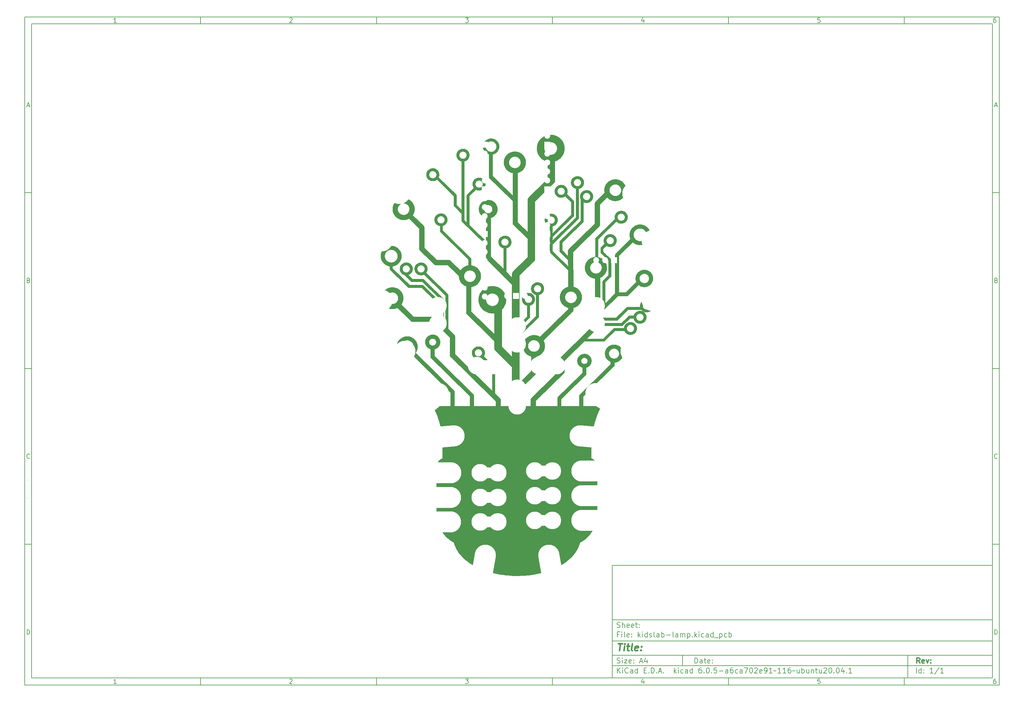
<source format=gbr>
%TF.GenerationSoftware,KiCad,Pcbnew,6.0.5-a6ca702e91~116~ubuntu20.04.1*%
%TF.CreationDate,2022-05-23T12:48:00+02:00*%
%TF.ProjectId,kidslab-lamp,6b696473-6c61-4622-9d6c-616d702e6b69,rev?*%
%TF.SameCoordinates,Original*%
%TF.FileFunction,Legend,Bot*%
%TF.FilePolarity,Positive*%
%FSLAX46Y46*%
G04 Gerber Fmt 4.6, Leading zero omitted, Abs format (unit mm)*
G04 Created by KiCad (PCBNEW 6.0.5-a6ca702e91~116~ubuntu20.04.1) date 2022-05-23 12:48:00*
%MOMM*%
%LPD*%
G01*
G04 APERTURE LIST*
G04 Aperture macros list*
%AMFreePoly0*
4,1,48,0.468453,2.455718,0.772542,2.377641,1.064448,2.262068,1.339567,2.110820,1.593560,1.926283,1.822422,1.711368,1.955916,1.550000,3.250000,1.550000,3.285355,1.535355,3.300000,1.500000,3.300000,-1.500000,3.285355,-1.535355,3.250000,-1.550000,1.955916,-1.550000,1.822422,-1.711368,1.593560,-1.926283,1.339567,-2.110820,1.064448,-2.262068,0.772542,-2.377641,0.468453,-2.455718,
0.156976,-2.495067,-0.156976,-2.495067,-0.468453,-2.455718,-0.772542,-2.377641,-1.064448,-2.262068,-1.339567,-2.110820,-1.593560,-1.926283,-1.822422,-1.711368,-2.022542,-1.469463,-2.190767,-1.204384,-2.324441,-0.920311,-2.421458,-0.621725,-2.480287,-0.313333,-2.500000,0.000000,-2.480287,0.313333,-2.421458,0.621725,-2.324441,0.920311,-2.190767,1.204384,-2.022542,1.469463,-1.822422,1.711368,
-1.593560,1.926283,-1.339567,2.110820,-1.064448,2.262068,-0.772542,2.377641,-0.468453,2.455718,-0.156976,2.495067,0.156976,2.495067,0.468453,2.455718,0.468453,2.455718,$1*%
%AMFreePoly1*
4,1,34,6.500000,-3.000000,0.000000,-3.000000,0.000000,-2.998354,-0.313585,-2.983566,-0.654430,-2.927750,-0.986600,-2.833129,-1.305693,-2.700956,-1.607480,-2.532984,-1.887961,-2.331438,-2.143418,-2.098991,-2.370465,-1.838721,-2.566093,-1.554081,-2.727708,-1.248842,-2.853170,-0.927051,-2.940814,-0.592972,-2.989479,-0.251034,-2.998520,0.094232,-2.967817,0.438249,-2.897777,0.776457,-2.789329,1.104374,
-2.643910,1.417652,-2.463448,1.712141,-2.250333,1.983936,-2.007392,2.229434,-1.737844,2.445383,-1.445261,2.628920,-1.133522,2.777612,-0.806759,2.889488,-0.469303,2.963065,-0.125627,2.997368,0.000000,2.995395,0.000000,3.000000,6.500000,3.000000,6.500000,-3.000000,6.500000,-3.000000,$1*%
G04 Aperture macros list end*
%ADD10C,0.100000*%
%ADD11C,0.150000*%
%ADD12C,0.300000*%
%ADD13C,0.400000*%
%ADD14C,0.170000*%
%ADD15C,0.160000*%
%ADD16FreePoly0,270.000000*%
%ADD17C,5.000000*%
%ADD18FreePoly0,0.000000*%
%ADD19FreePoly0,180.000000*%
%ADD20FreePoly0,90.000000*%
%ADD21FreePoly1,355.000000*%
%ADD22FreePoly1,220.000000*%
%ADD23FreePoly1,0.000000*%
%ADD24FreePoly1,191.500000*%
%ADD25FreePoly1,215.000000*%
%ADD26FreePoly1,180.000000*%
%ADD27FreePoly1,280.000000*%
%ADD28FreePoly1,145.000000*%
%ADD29FreePoly1,185.000000*%
%ADD30FreePoly1,58.000000*%
%ADD31FreePoly1,328.000000*%
%ADD32FreePoly1,260.000000*%
%ADD33FreePoly1,348.500000*%
%ADD34FreePoly1,11.000000*%
%ADD35FreePoly1,35.000000*%
%ADD36FreePoly1,124.500000*%
%ADD37FreePoly1,168.500000*%
%ADD38FreePoly1,324.500000*%
%ADD39O,1.800000X1.800000*%
%ADD40O,1.500000X1.500000*%
%ADD41O,1.700000X1.700000*%
%ADD42R,1.700000X1.700000*%
G04 APERTURE END LIST*
D10*
D11*
X177002200Y-166007200D02*
X177002200Y-198007200D01*
X285002200Y-198007200D01*
X285002200Y-166007200D01*
X177002200Y-166007200D01*
D10*
D11*
X10000000Y-10000000D02*
X10000000Y-200007200D01*
X287002200Y-200007200D01*
X287002200Y-10000000D01*
X10000000Y-10000000D01*
D10*
D11*
X12000000Y-12000000D02*
X12000000Y-198007200D01*
X285002200Y-198007200D01*
X285002200Y-12000000D01*
X12000000Y-12000000D01*
D10*
D11*
X60000000Y-12000000D02*
X60000000Y-10000000D01*
D10*
D11*
X110000000Y-12000000D02*
X110000000Y-10000000D01*
D10*
D11*
X160000000Y-12000000D02*
X160000000Y-10000000D01*
D10*
D11*
X210000000Y-12000000D02*
X210000000Y-10000000D01*
D10*
D11*
X260000000Y-12000000D02*
X260000000Y-10000000D01*
D10*
D11*
X36065476Y-11588095D02*
X35322619Y-11588095D01*
X35694047Y-11588095D02*
X35694047Y-10288095D01*
X35570238Y-10473809D01*
X35446428Y-10597619D01*
X35322619Y-10659523D01*
D10*
D11*
X85322619Y-10411904D02*
X85384523Y-10350000D01*
X85508333Y-10288095D01*
X85817857Y-10288095D01*
X85941666Y-10350000D01*
X86003571Y-10411904D01*
X86065476Y-10535714D01*
X86065476Y-10659523D01*
X86003571Y-10845238D01*
X85260714Y-11588095D01*
X86065476Y-11588095D01*
D10*
D11*
X135260714Y-10288095D02*
X136065476Y-10288095D01*
X135632142Y-10783333D01*
X135817857Y-10783333D01*
X135941666Y-10845238D01*
X136003571Y-10907142D01*
X136065476Y-11030952D01*
X136065476Y-11340476D01*
X136003571Y-11464285D01*
X135941666Y-11526190D01*
X135817857Y-11588095D01*
X135446428Y-11588095D01*
X135322619Y-11526190D01*
X135260714Y-11464285D01*
D10*
D11*
X185941666Y-10721428D02*
X185941666Y-11588095D01*
X185632142Y-10226190D02*
X185322619Y-11154761D01*
X186127380Y-11154761D01*
D10*
D11*
X236003571Y-10288095D02*
X235384523Y-10288095D01*
X235322619Y-10907142D01*
X235384523Y-10845238D01*
X235508333Y-10783333D01*
X235817857Y-10783333D01*
X235941666Y-10845238D01*
X236003571Y-10907142D01*
X236065476Y-11030952D01*
X236065476Y-11340476D01*
X236003571Y-11464285D01*
X235941666Y-11526190D01*
X235817857Y-11588095D01*
X235508333Y-11588095D01*
X235384523Y-11526190D01*
X235322619Y-11464285D01*
D10*
D11*
X285941666Y-10288095D02*
X285694047Y-10288095D01*
X285570238Y-10350000D01*
X285508333Y-10411904D01*
X285384523Y-10597619D01*
X285322619Y-10845238D01*
X285322619Y-11340476D01*
X285384523Y-11464285D01*
X285446428Y-11526190D01*
X285570238Y-11588095D01*
X285817857Y-11588095D01*
X285941666Y-11526190D01*
X286003571Y-11464285D01*
X286065476Y-11340476D01*
X286065476Y-11030952D01*
X286003571Y-10907142D01*
X285941666Y-10845238D01*
X285817857Y-10783333D01*
X285570238Y-10783333D01*
X285446428Y-10845238D01*
X285384523Y-10907142D01*
X285322619Y-11030952D01*
D10*
D11*
X60000000Y-198007200D02*
X60000000Y-200007200D01*
D10*
D11*
X110000000Y-198007200D02*
X110000000Y-200007200D01*
D10*
D11*
X160000000Y-198007200D02*
X160000000Y-200007200D01*
D10*
D11*
X210000000Y-198007200D02*
X210000000Y-200007200D01*
D10*
D11*
X260000000Y-198007200D02*
X260000000Y-200007200D01*
D10*
D11*
X36065476Y-199595295D02*
X35322619Y-199595295D01*
X35694047Y-199595295D02*
X35694047Y-198295295D01*
X35570238Y-198481009D01*
X35446428Y-198604819D01*
X35322619Y-198666723D01*
D10*
D11*
X85322619Y-198419104D02*
X85384523Y-198357200D01*
X85508333Y-198295295D01*
X85817857Y-198295295D01*
X85941666Y-198357200D01*
X86003571Y-198419104D01*
X86065476Y-198542914D01*
X86065476Y-198666723D01*
X86003571Y-198852438D01*
X85260714Y-199595295D01*
X86065476Y-199595295D01*
D10*
D11*
X135260714Y-198295295D02*
X136065476Y-198295295D01*
X135632142Y-198790533D01*
X135817857Y-198790533D01*
X135941666Y-198852438D01*
X136003571Y-198914342D01*
X136065476Y-199038152D01*
X136065476Y-199347676D01*
X136003571Y-199471485D01*
X135941666Y-199533390D01*
X135817857Y-199595295D01*
X135446428Y-199595295D01*
X135322619Y-199533390D01*
X135260714Y-199471485D01*
D10*
D11*
X185941666Y-198728628D02*
X185941666Y-199595295D01*
X185632142Y-198233390D02*
X185322619Y-199161961D01*
X186127380Y-199161961D01*
D10*
D11*
X236003571Y-198295295D02*
X235384523Y-198295295D01*
X235322619Y-198914342D01*
X235384523Y-198852438D01*
X235508333Y-198790533D01*
X235817857Y-198790533D01*
X235941666Y-198852438D01*
X236003571Y-198914342D01*
X236065476Y-199038152D01*
X236065476Y-199347676D01*
X236003571Y-199471485D01*
X235941666Y-199533390D01*
X235817857Y-199595295D01*
X235508333Y-199595295D01*
X235384523Y-199533390D01*
X235322619Y-199471485D01*
D10*
D11*
X285941666Y-198295295D02*
X285694047Y-198295295D01*
X285570238Y-198357200D01*
X285508333Y-198419104D01*
X285384523Y-198604819D01*
X285322619Y-198852438D01*
X285322619Y-199347676D01*
X285384523Y-199471485D01*
X285446428Y-199533390D01*
X285570238Y-199595295D01*
X285817857Y-199595295D01*
X285941666Y-199533390D01*
X286003571Y-199471485D01*
X286065476Y-199347676D01*
X286065476Y-199038152D01*
X286003571Y-198914342D01*
X285941666Y-198852438D01*
X285817857Y-198790533D01*
X285570238Y-198790533D01*
X285446428Y-198852438D01*
X285384523Y-198914342D01*
X285322619Y-199038152D01*
D10*
D11*
X10000000Y-60000000D02*
X12000000Y-60000000D01*
D10*
D11*
X10000000Y-110000000D02*
X12000000Y-110000000D01*
D10*
D11*
X10000000Y-160000000D02*
X12000000Y-160000000D01*
D10*
D11*
X10690476Y-35216666D02*
X11309523Y-35216666D01*
X10566666Y-35588095D02*
X11000000Y-34288095D01*
X11433333Y-35588095D01*
D10*
D11*
X11092857Y-84907142D02*
X11278571Y-84969047D01*
X11340476Y-85030952D01*
X11402380Y-85154761D01*
X11402380Y-85340476D01*
X11340476Y-85464285D01*
X11278571Y-85526190D01*
X11154761Y-85588095D01*
X10659523Y-85588095D01*
X10659523Y-84288095D01*
X11092857Y-84288095D01*
X11216666Y-84350000D01*
X11278571Y-84411904D01*
X11340476Y-84535714D01*
X11340476Y-84659523D01*
X11278571Y-84783333D01*
X11216666Y-84845238D01*
X11092857Y-84907142D01*
X10659523Y-84907142D01*
D10*
D11*
X11402380Y-135464285D02*
X11340476Y-135526190D01*
X11154761Y-135588095D01*
X11030952Y-135588095D01*
X10845238Y-135526190D01*
X10721428Y-135402380D01*
X10659523Y-135278571D01*
X10597619Y-135030952D01*
X10597619Y-134845238D01*
X10659523Y-134597619D01*
X10721428Y-134473809D01*
X10845238Y-134350000D01*
X11030952Y-134288095D01*
X11154761Y-134288095D01*
X11340476Y-134350000D01*
X11402380Y-134411904D01*
D10*
D11*
X10659523Y-185588095D02*
X10659523Y-184288095D01*
X10969047Y-184288095D01*
X11154761Y-184350000D01*
X11278571Y-184473809D01*
X11340476Y-184597619D01*
X11402380Y-184845238D01*
X11402380Y-185030952D01*
X11340476Y-185278571D01*
X11278571Y-185402380D01*
X11154761Y-185526190D01*
X10969047Y-185588095D01*
X10659523Y-185588095D01*
D10*
D11*
X287002200Y-60000000D02*
X285002200Y-60000000D01*
D10*
D11*
X287002200Y-110000000D02*
X285002200Y-110000000D01*
D10*
D11*
X287002200Y-160000000D02*
X285002200Y-160000000D01*
D10*
D11*
X285692676Y-35216666D02*
X286311723Y-35216666D01*
X285568866Y-35588095D02*
X286002200Y-34288095D01*
X286435533Y-35588095D01*
D10*
D11*
X286095057Y-84907142D02*
X286280771Y-84969047D01*
X286342676Y-85030952D01*
X286404580Y-85154761D01*
X286404580Y-85340476D01*
X286342676Y-85464285D01*
X286280771Y-85526190D01*
X286156961Y-85588095D01*
X285661723Y-85588095D01*
X285661723Y-84288095D01*
X286095057Y-84288095D01*
X286218866Y-84350000D01*
X286280771Y-84411904D01*
X286342676Y-84535714D01*
X286342676Y-84659523D01*
X286280771Y-84783333D01*
X286218866Y-84845238D01*
X286095057Y-84907142D01*
X285661723Y-84907142D01*
D10*
D11*
X286404580Y-135464285D02*
X286342676Y-135526190D01*
X286156961Y-135588095D01*
X286033152Y-135588095D01*
X285847438Y-135526190D01*
X285723628Y-135402380D01*
X285661723Y-135278571D01*
X285599819Y-135030952D01*
X285599819Y-134845238D01*
X285661723Y-134597619D01*
X285723628Y-134473809D01*
X285847438Y-134350000D01*
X286033152Y-134288095D01*
X286156961Y-134288095D01*
X286342676Y-134350000D01*
X286404580Y-134411904D01*
D10*
D11*
X285661723Y-185588095D02*
X285661723Y-184288095D01*
X285971247Y-184288095D01*
X286156961Y-184350000D01*
X286280771Y-184473809D01*
X286342676Y-184597619D01*
X286404580Y-184845238D01*
X286404580Y-185030952D01*
X286342676Y-185278571D01*
X286280771Y-185402380D01*
X286156961Y-185526190D01*
X285971247Y-185588095D01*
X285661723Y-185588095D01*
D10*
D11*
X200434342Y-193785771D02*
X200434342Y-192285771D01*
X200791485Y-192285771D01*
X201005771Y-192357200D01*
X201148628Y-192500057D01*
X201220057Y-192642914D01*
X201291485Y-192928628D01*
X201291485Y-193142914D01*
X201220057Y-193428628D01*
X201148628Y-193571485D01*
X201005771Y-193714342D01*
X200791485Y-193785771D01*
X200434342Y-193785771D01*
X202577200Y-193785771D02*
X202577200Y-193000057D01*
X202505771Y-192857200D01*
X202362914Y-192785771D01*
X202077200Y-192785771D01*
X201934342Y-192857200D01*
X202577200Y-193714342D02*
X202434342Y-193785771D01*
X202077200Y-193785771D01*
X201934342Y-193714342D01*
X201862914Y-193571485D01*
X201862914Y-193428628D01*
X201934342Y-193285771D01*
X202077200Y-193214342D01*
X202434342Y-193214342D01*
X202577200Y-193142914D01*
X203077200Y-192785771D02*
X203648628Y-192785771D01*
X203291485Y-192285771D02*
X203291485Y-193571485D01*
X203362914Y-193714342D01*
X203505771Y-193785771D01*
X203648628Y-193785771D01*
X204720057Y-193714342D02*
X204577200Y-193785771D01*
X204291485Y-193785771D01*
X204148628Y-193714342D01*
X204077200Y-193571485D01*
X204077200Y-193000057D01*
X204148628Y-192857200D01*
X204291485Y-192785771D01*
X204577200Y-192785771D01*
X204720057Y-192857200D01*
X204791485Y-193000057D01*
X204791485Y-193142914D01*
X204077200Y-193285771D01*
X205434342Y-193642914D02*
X205505771Y-193714342D01*
X205434342Y-193785771D01*
X205362914Y-193714342D01*
X205434342Y-193642914D01*
X205434342Y-193785771D01*
X205434342Y-192857200D02*
X205505771Y-192928628D01*
X205434342Y-193000057D01*
X205362914Y-192928628D01*
X205434342Y-192857200D01*
X205434342Y-193000057D01*
D10*
D11*
X177002200Y-194507200D02*
X285002200Y-194507200D01*
D10*
D11*
X178434342Y-196585771D02*
X178434342Y-195085771D01*
X179291485Y-196585771D02*
X178648628Y-195728628D01*
X179291485Y-195085771D02*
X178434342Y-195942914D01*
X179934342Y-196585771D02*
X179934342Y-195585771D01*
X179934342Y-195085771D02*
X179862914Y-195157200D01*
X179934342Y-195228628D01*
X180005771Y-195157200D01*
X179934342Y-195085771D01*
X179934342Y-195228628D01*
X181505771Y-196442914D02*
X181434342Y-196514342D01*
X181220057Y-196585771D01*
X181077200Y-196585771D01*
X180862914Y-196514342D01*
X180720057Y-196371485D01*
X180648628Y-196228628D01*
X180577200Y-195942914D01*
X180577200Y-195728628D01*
X180648628Y-195442914D01*
X180720057Y-195300057D01*
X180862914Y-195157200D01*
X181077200Y-195085771D01*
X181220057Y-195085771D01*
X181434342Y-195157200D01*
X181505771Y-195228628D01*
X182791485Y-196585771D02*
X182791485Y-195800057D01*
X182720057Y-195657200D01*
X182577200Y-195585771D01*
X182291485Y-195585771D01*
X182148628Y-195657200D01*
X182791485Y-196514342D02*
X182648628Y-196585771D01*
X182291485Y-196585771D01*
X182148628Y-196514342D01*
X182077200Y-196371485D01*
X182077200Y-196228628D01*
X182148628Y-196085771D01*
X182291485Y-196014342D01*
X182648628Y-196014342D01*
X182791485Y-195942914D01*
X184148628Y-196585771D02*
X184148628Y-195085771D01*
X184148628Y-196514342D02*
X184005771Y-196585771D01*
X183720057Y-196585771D01*
X183577200Y-196514342D01*
X183505771Y-196442914D01*
X183434342Y-196300057D01*
X183434342Y-195871485D01*
X183505771Y-195728628D01*
X183577200Y-195657200D01*
X183720057Y-195585771D01*
X184005771Y-195585771D01*
X184148628Y-195657200D01*
X186005771Y-195800057D02*
X186505771Y-195800057D01*
X186720057Y-196585771D02*
X186005771Y-196585771D01*
X186005771Y-195085771D01*
X186720057Y-195085771D01*
X187362914Y-196442914D02*
X187434342Y-196514342D01*
X187362914Y-196585771D01*
X187291485Y-196514342D01*
X187362914Y-196442914D01*
X187362914Y-196585771D01*
X188077200Y-196585771D02*
X188077200Y-195085771D01*
X188434342Y-195085771D01*
X188648628Y-195157200D01*
X188791485Y-195300057D01*
X188862914Y-195442914D01*
X188934342Y-195728628D01*
X188934342Y-195942914D01*
X188862914Y-196228628D01*
X188791485Y-196371485D01*
X188648628Y-196514342D01*
X188434342Y-196585771D01*
X188077200Y-196585771D01*
X189577200Y-196442914D02*
X189648628Y-196514342D01*
X189577200Y-196585771D01*
X189505771Y-196514342D01*
X189577200Y-196442914D01*
X189577200Y-196585771D01*
X190220057Y-196157200D02*
X190934342Y-196157200D01*
X190077200Y-196585771D02*
X190577200Y-195085771D01*
X191077200Y-196585771D01*
X191577200Y-196442914D02*
X191648628Y-196514342D01*
X191577200Y-196585771D01*
X191505771Y-196514342D01*
X191577200Y-196442914D01*
X191577200Y-196585771D01*
X194577200Y-196585771D02*
X194577200Y-195085771D01*
X194720057Y-196014342D02*
X195148628Y-196585771D01*
X195148628Y-195585771D02*
X194577200Y-196157200D01*
X195791485Y-196585771D02*
X195791485Y-195585771D01*
X195791485Y-195085771D02*
X195720057Y-195157200D01*
X195791485Y-195228628D01*
X195862914Y-195157200D01*
X195791485Y-195085771D01*
X195791485Y-195228628D01*
X197148628Y-196514342D02*
X197005771Y-196585771D01*
X196720057Y-196585771D01*
X196577200Y-196514342D01*
X196505771Y-196442914D01*
X196434342Y-196300057D01*
X196434342Y-195871485D01*
X196505771Y-195728628D01*
X196577200Y-195657200D01*
X196720057Y-195585771D01*
X197005771Y-195585771D01*
X197148628Y-195657200D01*
X198434342Y-196585771D02*
X198434342Y-195800057D01*
X198362914Y-195657200D01*
X198220057Y-195585771D01*
X197934342Y-195585771D01*
X197791485Y-195657200D01*
X198434342Y-196514342D02*
X198291485Y-196585771D01*
X197934342Y-196585771D01*
X197791485Y-196514342D01*
X197720057Y-196371485D01*
X197720057Y-196228628D01*
X197791485Y-196085771D01*
X197934342Y-196014342D01*
X198291485Y-196014342D01*
X198434342Y-195942914D01*
X199791485Y-196585771D02*
X199791485Y-195085771D01*
X199791485Y-196514342D02*
X199648628Y-196585771D01*
X199362914Y-196585771D01*
X199220057Y-196514342D01*
X199148628Y-196442914D01*
X199077200Y-196300057D01*
X199077200Y-195871485D01*
X199148628Y-195728628D01*
X199220057Y-195657200D01*
X199362914Y-195585771D01*
X199648628Y-195585771D01*
X199791485Y-195657200D01*
X202291485Y-195085771D02*
X202005771Y-195085771D01*
X201862914Y-195157200D01*
X201791485Y-195228628D01*
X201648628Y-195442914D01*
X201577200Y-195728628D01*
X201577200Y-196300057D01*
X201648628Y-196442914D01*
X201720057Y-196514342D01*
X201862914Y-196585771D01*
X202148628Y-196585771D01*
X202291485Y-196514342D01*
X202362914Y-196442914D01*
X202434342Y-196300057D01*
X202434342Y-195942914D01*
X202362914Y-195800057D01*
X202291485Y-195728628D01*
X202148628Y-195657200D01*
X201862914Y-195657200D01*
X201720057Y-195728628D01*
X201648628Y-195800057D01*
X201577200Y-195942914D01*
X203077200Y-196442914D02*
X203148628Y-196514342D01*
X203077200Y-196585771D01*
X203005771Y-196514342D01*
X203077200Y-196442914D01*
X203077200Y-196585771D01*
X204077200Y-195085771D02*
X204220057Y-195085771D01*
X204362914Y-195157200D01*
X204434342Y-195228628D01*
X204505771Y-195371485D01*
X204577200Y-195657200D01*
X204577200Y-196014342D01*
X204505771Y-196300057D01*
X204434342Y-196442914D01*
X204362914Y-196514342D01*
X204220057Y-196585771D01*
X204077200Y-196585771D01*
X203934342Y-196514342D01*
X203862914Y-196442914D01*
X203791485Y-196300057D01*
X203720057Y-196014342D01*
X203720057Y-195657200D01*
X203791485Y-195371485D01*
X203862914Y-195228628D01*
X203934342Y-195157200D01*
X204077200Y-195085771D01*
X205220057Y-196442914D02*
X205291485Y-196514342D01*
X205220057Y-196585771D01*
X205148628Y-196514342D01*
X205220057Y-196442914D01*
X205220057Y-196585771D01*
X206648628Y-195085771D02*
X205934342Y-195085771D01*
X205862914Y-195800057D01*
X205934342Y-195728628D01*
X206077200Y-195657200D01*
X206434342Y-195657200D01*
X206577200Y-195728628D01*
X206648628Y-195800057D01*
X206720057Y-195942914D01*
X206720057Y-196300057D01*
X206648628Y-196442914D01*
X206577200Y-196514342D01*
X206434342Y-196585771D01*
X206077200Y-196585771D01*
X205934342Y-196514342D01*
X205862914Y-196442914D01*
X207362914Y-196014342D02*
X208505771Y-196014342D01*
X209862914Y-196585771D02*
X209862914Y-195800057D01*
X209791485Y-195657200D01*
X209648628Y-195585771D01*
X209362914Y-195585771D01*
X209220057Y-195657200D01*
X209862914Y-196514342D02*
X209720057Y-196585771D01*
X209362914Y-196585771D01*
X209220057Y-196514342D01*
X209148628Y-196371485D01*
X209148628Y-196228628D01*
X209220057Y-196085771D01*
X209362914Y-196014342D01*
X209720057Y-196014342D01*
X209862914Y-195942914D01*
X211220057Y-195085771D02*
X210934342Y-195085771D01*
X210791485Y-195157200D01*
X210720057Y-195228628D01*
X210577200Y-195442914D01*
X210505771Y-195728628D01*
X210505771Y-196300057D01*
X210577200Y-196442914D01*
X210648628Y-196514342D01*
X210791485Y-196585771D01*
X211077200Y-196585771D01*
X211220057Y-196514342D01*
X211291485Y-196442914D01*
X211362914Y-196300057D01*
X211362914Y-195942914D01*
X211291485Y-195800057D01*
X211220057Y-195728628D01*
X211077200Y-195657200D01*
X210791485Y-195657200D01*
X210648628Y-195728628D01*
X210577200Y-195800057D01*
X210505771Y-195942914D01*
X212648628Y-196514342D02*
X212505771Y-196585771D01*
X212220057Y-196585771D01*
X212077200Y-196514342D01*
X212005771Y-196442914D01*
X211934342Y-196300057D01*
X211934342Y-195871485D01*
X212005771Y-195728628D01*
X212077200Y-195657200D01*
X212220057Y-195585771D01*
X212505771Y-195585771D01*
X212648628Y-195657200D01*
X213934342Y-196585771D02*
X213934342Y-195800057D01*
X213862914Y-195657200D01*
X213720057Y-195585771D01*
X213434342Y-195585771D01*
X213291485Y-195657200D01*
X213934342Y-196514342D02*
X213791485Y-196585771D01*
X213434342Y-196585771D01*
X213291485Y-196514342D01*
X213220057Y-196371485D01*
X213220057Y-196228628D01*
X213291485Y-196085771D01*
X213434342Y-196014342D01*
X213791485Y-196014342D01*
X213934342Y-195942914D01*
X214505771Y-195085771D02*
X215505771Y-195085771D01*
X214862914Y-196585771D01*
X216362914Y-195085771D02*
X216505771Y-195085771D01*
X216648628Y-195157200D01*
X216720057Y-195228628D01*
X216791485Y-195371485D01*
X216862914Y-195657200D01*
X216862914Y-196014342D01*
X216791485Y-196300057D01*
X216720057Y-196442914D01*
X216648628Y-196514342D01*
X216505771Y-196585771D01*
X216362914Y-196585771D01*
X216220057Y-196514342D01*
X216148628Y-196442914D01*
X216077200Y-196300057D01*
X216005771Y-196014342D01*
X216005771Y-195657200D01*
X216077200Y-195371485D01*
X216148628Y-195228628D01*
X216220057Y-195157200D01*
X216362914Y-195085771D01*
X217434342Y-195228628D02*
X217505771Y-195157200D01*
X217648628Y-195085771D01*
X218005771Y-195085771D01*
X218148628Y-195157200D01*
X218220057Y-195228628D01*
X218291485Y-195371485D01*
X218291485Y-195514342D01*
X218220057Y-195728628D01*
X217362914Y-196585771D01*
X218291485Y-196585771D01*
X219505771Y-196514342D02*
X219362914Y-196585771D01*
X219077200Y-196585771D01*
X218934342Y-196514342D01*
X218862914Y-196371485D01*
X218862914Y-195800057D01*
X218934342Y-195657200D01*
X219077200Y-195585771D01*
X219362914Y-195585771D01*
X219505771Y-195657200D01*
X219577200Y-195800057D01*
X219577200Y-195942914D01*
X218862914Y-196085771D01*
X220291485Y-196585771D02*
X220577200Y-196585771D01*
X220720057Y-196514342D01*
X220791485Y-196442914D01*
X220934342Y-196228628D01*
X221005771Y-195942914D01*
X221005771Y-195371485D01*
X220934342Y-195228628D01*
X220862914Y-195157200D01*
X220720057Y-195085771D01*
X220434342Y-195085771D01*
X220291485Y-195157200D01*
X220220057Y-195228628D01*
X220148628Y-195371485D01*
X220148628Y-195728628D01*
X220220057Y-195871485D01*
X220291485Y-195942914D01*
X220434342Y-196014342D01*
X220720057Y-196014342D01*
X220862914Y-195942914D01*
X220934342Y-195871485D01*
X221005771Y-195728628D01*
X222434342Y-196585771D02*
X221577199Y-196585771D01*
X222005771Y-196585771D02*
X222005771Y-195085771D01*
X221862914Y-195300057D01*
X221720057Y-195442914D01*
X221577199Y-195514342D01*
X222862914Y-196014342D02*
X222934342Y-195942914D01*
X223077199Y-195871485D01*
X223362914Y-196014342D01*
X223505771Y-195942914D01*
X223577199Y-195871485D01*
X224934342Y-196585771D02*
X224077199Y-196585771D01*
X224505771Y-196585771D02*
X224505771Y-195085771D01*
X224362914Y-195300057D01*
X224220057Y-195442914D01*
X224077199Y-195514342D01*
X226362914Y-196585771D02*
X225505771Y-196585771D01*
X225934342Y-196585771D02*
X225934342Y-195085771D01*
X225791485Y-195300057D01*
X225648628Y-195442914D01*
X225505771Y-195514342D01*
X227648628Y-195085771D02*
X227362914Y-195085771D01*
X227220057Y-195157200D01*
X227148628Y-195228628D01*
X227005771Y-195442914D01*
X226934342Y-195728628D01*
X226934342Y-196300057D01*
X227005771Y-196442914D01*
X227077199Y-196514342D01*
X227220057Y-196585771D01*
X227505771Y-196585771D01*
X227648628Y-196514342D01*
X227720057Y-196442914D01*
X227791485Y-196300057D01*
X227791485Y-195942914D01*
X227720057Y-195800057D01*
X227648628Y-195728628D01*
X227505771Y-195657200D01*
X227220057Y-195657200D01*
X227077199Y-195728628D01*
X227005771Y-195800057D01*
X226934342Y-195942914D01*
X228220057Y-196014342D02*
X228291485Y-195942914D01*
X228434342Y-195871485D01*
X228720057Y-196014342D01*
X228862914Y-195942914D01*
X228934342Y-195871485D01*
X230148628Y-195585771D02*
X230148628Y-196585771D01*
X229505771Y-195585771D02*
X229505771Y-196371485D01*
X229577199Y-196514342D01*
X229720057Y-196585771D01*
X229934342Y-196585771D01*
X230077199Y-196514342D01*
X230148628Y-196442914D01*
X230862914Y-196585771D02*
X230862914Y-195085771D01*
X230862914Y-195657200D02*
X231005771Y-195585771D01*
X231291485Y-195585771D01*
X231434342Y-195657200D01*
X231505771Y-195728628D01*
X231577199Y-195871485D01*
X231577199Y-196300057D01*
X231505771Y-196442914D01*
X231434342Y-196514342D01*
X231291485Y-196585771D01*
X231005771Y-196585771D01*
X230862914Y-196514342D01*
X232862914Y-195585771D02*
X232862914Y-196585771D01*
X232220057Y-195585771D02*
X232220057Y-196371485D01*
X232291485Y-196514342D01*
X232434342Y-196585771D01*
X232648628Y-196585771D01*
X232791485Y-196514342D01*
X232862914Y-196442914D01*
X233577199Y-195585771D02*
X233577199Y-196585771D01*
X233577199Y-195728628D02*
X233648628Y-195657200D01*
X233791485Y-195585771D01*
X234005771Y-195585771D01*
X234148628Y-195657200D01*
X234220057Y-195800057D01*
X234220057Y-196585771D01*
X234720057Y-195585771D02*
X235291485Y-195585771D01*
X234934342Y-195085771D02*
X234934342Y-196371485D01*
X235005771Y-196514342D01*
X235148628Y-196585771D01*
X235291485Y-196585771D01*
X236434342Y-195585771D02*
X236434342Y-196585771D01*
X235791485Y-195585771D02*
X235791485Y-196371485D01*
X235862914Y-196514342D01*
X236005771Y-196585771D01*
X236220057Y-196585771D01*
X236362914Y-196514342D01*
X236434342Y-196442914D01*
X237077199Y-195228628D02*
X237148628Y-195157200D01*
X237291485Y-195085771D01*
X237648628Y-195085771D01*
X237791485Y-195157200D01*
X237862914Y-195228628D01*
X237934342Y-195371485D01*
X237934342Y-195514342D01*
X237862914Y-195728628D01*
X237005771Y-196585771D01*
X237934342Y-196585771D01*
X238862914Y-195085771D02*
X239005771Y-195085771D01*
X239148628Y-195157200D01*
X239220057Y-195228628D01*
X239291485Y-195371485D01*
X239362914Y-195657200D01*
X239362914Y-196014342D01*
X239291485Y-196300057D01*
X239220057Y-196442914D01*
X239148628Y-196514342D01*
X239005771Y-196585771D01*
X238862914Y-196585771D01*
X238720057Y-196514342D01*
X238648628Y-196442914D01*
X238577199Y-196300057D01*
X238505771Y-196014342D01*
X238505771Y-195657200D01*
X238577199Y-195371485D01*
X238648628Y-195228628D01*
X238720057Y-195157200D01*
X238862914Y-195085771D01*
X240005771Y-196442914D02*
X240077199Y-196514342D01*
X240005771Y-196585771D01*
X239934342Y-196514342D01*
X240005771Y-196442914D01*
X240005771Y-196585771D01*
X241005771Y-195085771D02*
X241148628Y-195085771D01*
X241291485Y-195157200D01*
X241362914Y-195228628D01*
X241434342Y-195371485D01*
X241505771Y-195657200D01*
X241505771Y-196014342D01*
X241434342Y-196300057D01*
X241362914Y-196442914D01*
X241291485Y-196514342D01*
X241148628Y-196585771D01*
X241005771Y-196585771D01*
X240862914Y-196514342D01*
X240791485Y-196442914D01*
X240720057Y-196300057D01*
X240648628Y-196014342D01*
X240648628Y-195657200D01*
X240720057Y-195371485D01*
X240791485Y-195228628D01*
X240862914Y-195157200D01*
X241005771Y-195085771D01*
X242791485Y-195585771D02*
X242791485Y-196585771D01*
X242434342Y-195014342D02*
X242077199Y-196085771D01*
X243005771Y-196085771D01*
X243577199Y-196442914D02*
X243648628Y-196514342D01*
X243577199Y-196585771D01*
X243505771Y-196514342D01*
X243577199Y-196442914D01*
X243577199Y-196585771D01*
X245077199Y-196585771D02*
X244220057Y-196585771D01*
X244648628Y-196585771D02*
X244648628Y-195085771D01*
X244505771Y-195300057D01*
X244362914Y-195442914D01*
X244220057Y-195514342D01*
D10*
D11*
X177002200Y-191507200D02*
X285002200Y-191507200D01*
D10*
D12*
X264411485Y-193785771D02*
X263911485Y-193071485D01*
X263554342Y-193785771D02*
X263554342Y-192285771D01*
X264125771Y-192285771D01*
X264268628Y-192357200D01*
X264340057Y-192428628D01*
X264411485Y-192571485D01*
X264411485Y-192785771D01*
X264340057Y-192928628D01*
X264268628Y-193000057D01*
X264125771Y-193071485D01*
X263554342Y-193071485D01*
X265625771Y-193714342D02*
X265482914Y-193785771D01*
X265197200Y-193785771D01*
X265054342Y-193714342D01*
X264982914Y-193571485D01*
X264982914Y-193000057D01*
X265054342Y-192857200D01*
X265197200Y-192785771D01*
X265482914Y-192785771D01*
X265625771Y-192857200D01*
X265697200Y-193000057D01*
X265697200Y-193142914D01*
X264982914Y-193285771D01*
X266197200Y-192785771D02*
X266554342Y-193785771D01*
X266911485Y-192785771D01*
X267482914Y-193642914D02*
X267554342Y-193714342D01*
X267482914Y-193785771D01*
X267411485Y-193714342D01*
X267482914Y-193642914D01*
X267482914Y-193785771D01*
X267482914Y-192857200D02*
X267554342Y-192928628D01*
X267482914Y-193000057D01*
X267411485Y-192928628D01*
X267482914Y-192857200D01*
X267482914Y-193000057D01*
D10*
D11*
X178362914Y-193714342D02*
X178577200Y-193785771D01*
X178934342Y-193785771D01*
X179077200Y-193714342D01*
X179148628Y-193642914D01*
X179220057Y-193500057D01*
X179220057Y-193357200D01*
X179148628Y-193214342D01*
X179077200Y-193142914D01*
X178934342Y-193071485D01*
X178648628Y-193000057D01*
X178505771Y-192928628D01*
X178434342Y-192857200D01*
X178362914Y-192714342D01*
X178362914Y-192571485D01*
X178434342Y-192428628D01*
X178505771Y-192357200D01*
X178648628Y-192285771D01*
X179005771Y-192285771D01*
X179220057Y-192357200D01*
X179862914Y-193785771D02*
X179862914Y-192785771D01*
X179862914Y-192285771D02*
X179791485Y-192357200D01*
X179862914Y-192428628D01*
X179934342Y-192357200D01*
X179862914Y-192285771D01*
X179862914Y-192428628D01*
X180434342Y-192785771D02*
X181220057Y-192785771D01*
X180434342Y-193785771D01*
X181220057Y-193785771D01*
X182362914Y-193714342D02*
X182220057Y-193785771D01*
X181934342Y-193785771D01*
X181791485Y-193714342D01*
X181720057Y-193571485D01*
X181720057Y-193000057D01*
X181791485Y-192857200D01*
X181934342Y-192785771D01*
X182220057Y-192785771D01*
X182362914Y-192857200D01*
X182434342Y-193000057D01*
X182434342Y-193142914D01*
X181720057Y-193285771D01*
X183077200Y-193642914D02*
X183148628Y-193714342D01*
X183077200Y-193785771D01*
X183005771Y-193714342D01*
X183077200Y-193642914D01*
X183077200Y-193785771D01*
X183077200Y-192857200D02*
X183148628Y-192928628D01*
X183077200Y-193000057D01*
X183005771Y-192928628D01*
X183077200Y-192857200D01*
X183077200Y-193000057D01*
X184862914Y-193357200D02*
X185577200Y-193357200D01*
X184720057Y-193785771D02*
X185220057Y-192285771D01*
X185720057Y-193785771D01*
X186862914Y-192785771D02*
X186862914Y-193785771D01*
X186505771Y-192214342D02*
X186148628Y-193285771D01*
X187077200Y-193285771D01*
D10*
D11*
X263434342Y-196585771D02*
X263434342Y-195085771D01*
X264791485Y-196585771D02*
X264791485Y-195085771D01*
X264791485Y-196514342D02*
X264648628Y-196585771D01*
X264362914Y-196585771D01*
X264220057Y-196514342D01*
X264148628Y-196442914D01*
X264077200Y-196300057D01*
X264077200Y-195871485D01*
X264148628Y-195728628D01*
X264220057Y-195657200D01*
X264362914Y-195585771D01*
X264648628Y-195585771D01*
X264791485Y-195657200D01*
X265505771Y-196442914D02*
X265577200Y-196514342D01*
X265505771Y-196585771D01*
X265434342Y-196514342D01*
X265505771Y-196442914D01*
X265505771Y-196585771D01*
X265505771Y-195657200D02*
X265577200Y-195728628D01*
X265505771Y-195800057D01*
X265434342Y-195728628D01*
X265505771Y-195657200D01*
X265505771Y-195800057D01*
X268148628Y-196585771D02*
X267291485Y-196585771D01*
X267720057Y-196585771D02*
X267720057Y-195085771D01*
X267577200Y-195300057D01*
X267434342Y-195442914D01*
X267291485Y-195514342D01*
X269862914Y-195014342D02*
X268577200Y-196942914D01*
X271148628Y-196585771D02*
X270291485Y-196585771D01*
X270720057Y-196585771D02*
X270720057Y-195085771D01*
X270577200Y-195300057D01*
X270434342Y-195442914D01*
X270291485Y-195514342D01*
D10*
D11*
X177002200Y-187507200D02*
X285002200Y-187507200D01*
D10*
D13*
X178714580Y-188211961D02*
X179857438Y-188211961D01*
X179036009Y-190211961D02*
X179286009Y-188211961D01*
X180274104Y-190211961D02*
X180440771Y-188878628D01*
X180524104Y-188211961D02*
X180416961Y-188307200D01*
X180500295Y-188402438D01*
X180607438Y-188307200D01*
X180524104Y-188211961D01*
X180500295Y-188402438D01*
X181107438Y-188878628D02*
X181869342Y-188878628D01*
X181476485Y-188211961D02*
X181262200Y-189926247D01*
X181333628Y-190116723D01*
X181512200Y-190211961D01*
X181702676Y-190211961D01*
X182655057Y-190211961D02*
X182476485Y-190116723D01*
X182405057Y-189926247D01*
X182619342Y-188211961D01*
X184190771Y-190116723D02*
X183988390Y-190211961D01*
X183607438Y-190211961D01*
X183428866Y-190116723D01*
X183357438Y-189926247D01*
X183452676Y-189164342D01*
X183571723Y-188973866D01*
X183774104Y-188878628D01*
X184155057Y-188878628D01*
X184333628Y-188973866D01*
X184405057Y-189164342D01*
X184381247Y-189354819D01*
X183405057Y-189545295D01*
X185155057Y-190021485D02*
X185238390Y-190116723D01*
X185131247Y-190211961D01*
X185047914Y-190116723D01*
X185155057Y-190021485D01*
X185131247Y-190211961D01*
X185286009Y-188973866D02*
X185369342Y-189069104D01*
X185262200Y-189164342D01*
X185178866Y-189069104D01*
X185286009Y-188973866D01*
X185262200Y-189164342D01*
D10*
D11*
X178934342Y-185600057D02*
X178434342Y-185600057D01*
X178434342Y-186385771D02*
X178434342Y-184885771D01*
X179148628Y-184885771D01*
X179720057Y-186385771D02*
X179720057Y-185385771D01*
X179720057Y-184885771D02*
X179648628Y-184957200D01*
X179720057Y-185028628D01*
X179791485Y-184957200D01*
X179720057Y-184885771D01*
X179720057Y-185028628D01*
X180648628Y-186385771D02*
X180505771Y-186314342D01*
X180434342Y-186171485D01*
X180434342Y-184885771D01*
X181791485Y-186314342D02*
X181648628Y-186385771D01*
X181362914Y-186385771D01*
X181220057Y-186314342D01*
X181148628Y-186171485D01*
X181148628Y-185600057D01*
X181220057Y-185457200D01*
X181362914Y-185385771D01*
X181648628Y-185385771D01*
X181791485Y-185457200D01*
X181862914Y-185600057D01*
X181862914Y-185742914D01*
X181148628Y-185885771D01*
X182505771Y-186242914D02*
X182577200Y-186314342D01*
X182505771Y-186385771D01*
X182434342Y-186314342D01*
X182505771Y-186242914D01*
X182505771Y-186385771D01*
X182505771Y-185457200D02*
X182577200Y-185528628D01*
X182505771Y-185600057D01*
X182434342Y-185528628D01*
X182505771Y-185457200D01*
X182505771Y-185600057D01*
X184362914Y-186385771D02*
X184362914Y-184885771D01*
X184505771Y-185814342D02*
X184934342Y-186385771D01*
X184934342Y-185385771D02*
X184362914Y-185957200D01*
X185577200Y-186385771D02*
X185577200Y-185385771D01*
X185577200Y-184885771D02*
X185505771Y-184957200D01*
X185577200Y-185028628D01*
X185648628Y-184957200D01*
X185577200Y-184885771D01*
X185577200Y-185028628D01*
X186934342Y-186385771D02*
X186934342Y-184885771D01*
X186934342Y-186314342D02*
X186791485Y-186385771D01*
X186505771Y-186385771D01*
X186362914Y-186314342D01*
X186291485Y-186242914D01*
X186220057Y-186100057D01*
X186220057Y-185671485D01*
X186291485Y-185528628D01*
X186362914Y-185457200D01*
X186505771Y-185385771D01*
X186791485Y-185385771D01*
X186934342Y-185457200D01*
X187577200Y-186314342D02*
X187720057Y-186385771D01*
X188005771Y-186385771D01*
X188148628Y-186314342D01*
X188220057Y-186171485D01*
X188220057Y-186100057D01*
X188148628Y-185957200D01*
X188005771Y-185885771D01*
X187791485Y-185885771D01*
X187648628Y-185814342D01*
X187577200Y-185671485D01*
X187577200Y-185600057D01*
X187648628Y-185457200D01*
X187791485Y-185385771D01*
X188005771Y-185385771D01*
X188148628Y-185457200D01*
X189077200Y-186385771D02*
X188934342Y-186314342D01*
X188862914Y-186171485D01*
X188862914Y-184885771D01*
X190291485Y-186385771D02*
X190291485Y-185600057D01*
X190220057Y-185457200D01*
X190077200Y-185385771D01*
X189791485Y-185385771D01*
X189648628Y-185457200D01*
X190291485Y-186314342D02*
X190148628Y-186385771D01*
X189791485Y-186385771D01*
X189648628Y-186314342D01*
X189577200Y-186171485D01*
X189577200Y-186028628D01*
X189648628Y-185885771D01*
X189791485Y-185814342D01*
X190148628Y-185814342D01*
X190291485Y-185742914D01*
X191005771Y-186385771D02*
X191005771Y-184885771D01*
X191005771Y-185457200D02*
X191148628Y-185385771D01*
X191434342Y-185385771D01*
X191577200Y-185457200D01*
X191648628Y-185528628D01*
X191720057Y-185671485D01*
X191720057Y-186100057D01*
X191648628Y-186242914D01*
X191577200Y-186314342D01*
X191434342Y-186385771D01*
X191148628Y-186385771D01*
X191005771Y-186314342D01*
X192362914Y-185814342D02*
X193505771Y-185814342D01*
X194434342Y-186385771D02*
X194291485Y-186314342D01*
X194220057Y-186171485D01*
X194220057Y-184885771D01*
X195648628Y-186385771D02*
X195648628Y-185600057D01*
X195577200Y-185457200D01*
X195434342Y-185385771D01*
X195148628Y-185385771D01*
X195005771Y-185457200D01*
X195648628Y-186314342D02*
X195505771Y-186385771D01*
X195148628Y-186385771D01*
X195005771Y-186314342D01*
X194934342Y-186171485D01*
X194934342Y-186028628D01*
X195005771Y-185885771D01*
X195148628Y-185814342D01*
X195505771Y-185814342D01*
X195648628Y-185742914D01*
X196362914Y-186385771D02*
X196362914Y-185385771D01*
X196362914Y-185528628D02*
X196434342Y-185457200D01*
X196577200Y-185385771D01*
X196791485Y-185385771D01*
X196934342Y-185457200D01*
X197005771Y-185600057D01*
X197005771Y-186385771D01*
X197005771Y-185600057D02*
X197077200Y-185457200D01*
X197220057Y-185385771D01*
X197434342Y-185385771D01*
X197577200Y-185457200D01*
X197648628Y-185600057D01*
X197648628Y-186385771D01*
X198362914Y-185385771D02*
X198362914Y-186885771D01*
X198362914Y-185457200D02*
X198505771Y-185385771D01*
X198791485Y-185385771D01*
X198934342Y-185457200D01*
X199005771Y-185528628D01*
X199077200Y-185671485D01*
X199077200Y-186100057D01*
X199005771Y-186242914D01*
X198934342Y-186314342D01*
X198791485Y-186385771D01*
X198505771Y-186385771D01*
X198362914Y-186314342D01*
X199720057Y-186242914D02*
X199791485Y-186314342D01*
X199720057Y-186385771D01*
X199648628Y-186314342D01*
X199720057Y-186242914D01*
X199720057Y-186385771D01*
X200434342Y-186385771D02*
X200434342Y-184885771D01*
X200577200Y-185814342D02*
X201005771Y-186385771D01*
X201005771Y-185385771D02*
X200434342Y-185957200D01*
X201648628Y-186385771D02*
X201648628Y-185385771D01*
X201648628Y-184885771D02*
X201577200Y-184957200D01*
X201648628Y-185028628D01*
X201720057Y-184957200D01*
X201648628Y-184885771D01*
X201648628Y-185028628D01*
X203005771Y-186314342D02*
X202862914Y-186385771D01*
X202577200Y-186385771D01*
X202434342Y-186314342D01*
X202362914Y-186242914D01*
X202291485Y-186100057D01*
X202291485Y-185671485D01*
X202362914Y-185528628D01*
X202434342Y-185457200D01*
X202577200Y-185385771D01*
X202862914Y-185385771D01*
X203005771Y-185457200D01*
X204291485Y-186385771D02*
X204291485Y-185600057D01*
X204220057Y-185457200D01*
X204077200Y-185385771D01*
X203791485Y-185385771D01*
X203648628Y-185457200D01*
X204291485Y-186314342D02*
X204148628Y-186385771D01*
X203791485Y-186385771D01*
X203648628Y-186314342D01*
X203577200Y-186171485D01*
X203577200Y-186028628D01*
X203648628Y-185885771D01*
X203791485Y-185814342D01*
X204148628Y-185814342D01*
X204291485Y-185742914D01*
X205648628Y-186385771D02*
X205648628Y-184885771D01*
X205648628Y-186314342D02*
X205505771Y-186385771D01*
X205220057Y-186385771D01*
X205077200Y-186314342D01*
X205005771Y-186242914D01*
X204934342Y-186100057D01*
X204934342Y-185671485D01*
X205005771Y-185528628D01*
X205077200Y-185457200D01*
X205220057Y-185385771D01*
X205505771Y-185385771D01*
X205648628Y-185457200D01*
X206005771Y-186528628D02*
X207148628Y-186528628D01*
X207505771Y-185385771D02*
X207505771Y-186885771D01*
X207505771Y-185457200D02*
X207648628Y-185385771D01*
X207934342Y-185385771D01*
X208077200Y-185457200D01*
X208148628Y-185528628D01*
X208220057Y-185671485D01*
X208220057Y-186100057D01*
X208148628Y-186242914D01*
X208077200Y-186314342D01*
X207934342Y-186385771D01*
X207648628Y-186385771D01*
X207505771Y-186314342D01*
X209505771Y-186314342D02*
X209362914Y-186385771D01*
X209077200Y-186385771D01*
X208934342Y-186314342D01*
X208862914Y-186242914D01*
X208791485Y-186100057D01*
X208791485Y-185671485D01*
X208862914Y-185528628D01*
X208934342Y-185457200D01*
X209077200Y-185385771D01*
X209362914Y-185385771D01*
X209505771Y-185457200D01*
X210148628Y-186385771D02*
X210148628Y-184885771D01*
X210148628Y-185457200D02*
X210291485Y-185385771D01*
X210577200Y-185385771D01*
X210720057Y-185457200D01*
X210791485Y-185528628D01*
X210862914Y-185671485D01*
X210862914Y-186100057D01*
X210791485Y-186242914D01*
X210720057Y-186314342D01*
X210577200Y-186385771D01*
X210291485Y-186385771D01*
X210148628Y-186314342D01*
D10*
D11*
X177002200Y-181507200D02*
X285002200Y-181507200D01*
D10*
D11*
X178362914Y-183614342D02*
X178577200Y-183685771D01*
X178934342Y-183685771D01*
X179077200Y-183614342D01*
X179148628Y-183542914D01*
X179220057Y-183400057D01*
X179220057Y-183257200D01*
X179148628Y-183114342D01*
X179077200Y-183042914D01*
X178934342Y-182971485D01*
X178648628Y-182900057D01*
X178505771Y-182828628D01*
X178434342Y-182757200D01*
X178362914Y-182614342D01*
X178362914Y-182471485D01*
X178434342Y-182328628D01*
X178505771Y-182257200D01*
X178648628Y-182185771D01*
X179005771Y-182185771D01*
X179220057Y-182257200D01*
X179862914Y-183685771D02*
X179862914Y-182185771D01*
X180505771Y-183685771D02*
X180505771Y-182900057D01*
X180434342Y-182757200D01*
X180291485Y-182685771D01*
X180077200Y-182685771D01*
X179934342Y-182757200D01*
X179862914Y-182828628D01*
X181791485Y-183614342D02*
X181648628Y-183685771D01*
X181362914Y-183685771D01*
X181220057Y-183614342D01*
X181148628Y-183471485D01*
X181148628Y-182900057D01*
X181220057Y-182757200D01*
X181362914Y-182685771D01*
X181648628Y-182685771D01*
X181791485Y-182757200D01*
X181862914Y-182900057D01*
X181862914Y-183042914D01*
X181148628Y-183185771D01*
X183077200Y-183614342D02*
X182934342Y-183685771D01*
X182648628Y-183685771D01*
X182505771Y-183614342D01*
X182434342Y-183471485D01*
X182434342Y-182900057D01*
X182505771Y-182757200D01*
X182648628Y-182685771D01*
X182934342Y-182685771D01*
X183077200Y-182757200D01*
X183148628Y-182900057D01*
X183148628Y-183042914D01*
X182434342Y-183185771D01*
X183577200Y-182685771D02*
X184148628Y-182685771D01*
X183791485Y-182185771D02*
X183791485Y-183471485D01*
X183862914Y-183614342D01*
X184005771Y-183685771D01*
X184148628Y-183685771D01*
X184648628Y-183542914D02*
X184720057Y-183614342D01*
X184648628Y-183685771D01*
X184577200Y-183614342D01*
X184648628Y-183542914D01*
X184648628Y-183685771D01*
X184648628Y-182757200D02*
X184720057Y-182828628D01*
X184648628Y-182900057D01*
X184577200Y-182828628D01*
X184648628Y-182757200D01*
X184648628Y-182900057D01*
D10*
D12*
D10*
D11*
D10*
D11*
D10*
D11*
D10*
D11*
D10*
D11*
X197002200Y-191507200D02*
X197002200Y-194507200D01*
D10*
D11*
X261002200Y-191507200D02*
X261002200Y-198007200D01*
D14*
G36*
X123890497Y-102271783D02*
G01*
X123903693Y-102169713D01*
X123921941Y-102069261D01*
X123945109Y-101970554D01*
X123973066Y-101873724D01*
X124005681Y-101778899D01*
X124042824Y-101686208D01*
X124084362Y-101595780D01*
X124130166Y-101507746D01*
X124180103Y-101422235D01*
X124234044Y-101339375D01*
X124291856Y-101259296D01*
X124353410Y-101182128D01*
X124418573Y-101107999D01*
X124487215Y-101037040D01*
X124559204Y-100969379D01*
X124634411Y-100905146D01*
X124712702Y-100844470D01*
X124793949Y-100787481D01*
X124878019Y-100734307D01*
X124964781Y-100685079D01*
X125054105Y-100639925D01*
X125145859Y-100598975D01*
X125239912Y-100562358D01*
X125336134Y-100530204D01*
X125434392Y-100502642D01*
X125534557Y-100479801D01*
X125636497Y-100461811D01*
X125740081Y-100448801D01*
X125845178Y-100440900D01*
X125951657Y-100438237D01*
X126058107Y-100440900D01*
X126163178Y-100448801D01*
X126266739Y-100461811D01*
X126368661Y-100479801D01*
X126468809Y-100502642D01*
X126567056Y-100530204D01*
X126663267Y-100562358D01*
X126757313Y-100598975D01*
X126849062Y-100639925D01*
X126938383Y-100685079D01*
X127025145Y-100734307D01*
X127109216Y-100787481D01*
X127190465Y-100844470D01*
X127268762Y-100905146D01*
X127343974Y-100969379D01*
X127415970Y-101037040D01*
X127484620Y-101107999D01*
X127549792Y-101182128D01*
X127611355Y-101259296D01*
X127669178Y-101339375D01*
X127723128Y-101422235D01*
X127773076Y-101507746D01*
X127818890Y-101595780D01*
X127860439Y-101686208D01*
X127897590Y-101778899D01*
X127930215Y-101873724D01*
X127958179Y-101970554D01*
X127981354Y-102069261D01*
X127999608Y-102169713D01*
X128012808Y-102271783D01*
X128020825Y-102375340D01*
X128023526Y-102480255D01*
X128021539Y-102570205D01*
X128015634Y-102659159D01*
X128005893Y-102747037D01*
X127992399Y-102833758D01*
X127975235Y-102919243D01*
X127954484Y-103003410D01*
X127930228Y-103086179D01*
X127902550Y-103167469D01*
X127871534Y-103247201D01*
X127837261Y-103325294D01*
X127799815Y-103401666D01*
X127759279Y-103476239D01*
X127715735Y-103548931D01*
X127669265Y-103619662D01*
X127619954Y-103688351D01*
X127567883Y-103754918D01*
X127513135Y-103819283D01*
X127455794Y-103881364D01*
X127395942Y-103941083D01*
X127333661Y-103998357D01*
X127269035Y-104053107D01*
X127202146Y-104105252D01*
X127133078Y-104154712D01*
X127061912Y-104201406D01*
X126988732Y-104245254D01*
X126913620Y-104286175D01*
X126836660Y-104324090D01*
X126757934Y-104358916D01*
X126677525Y-104390575D01*
X126595515Y-104418985D01*
X126511988Y-104444066D01*
X126427026Y-104465737D01*
X126431582Y-104482095D01*
X126435758Y-104498587D01*
X126439484Y-104515226D01*
X126442689Y-104532022D01*
X126445304Y-104548987D01*
X126447259Y-104566130D01*
X126447967Y-104574773D01*
X126448483Y-104583465D01*
X126448799Y-104592207D01*
X126448907Y-104601001D01*
X126448907Y-106486848D01*
X137471598Y-117351001D01*
X137488582Y-117368541D01*
X137504594Y-117386826D01*
X137519616Y-117405815D01*
X137533632Y-117425465D01*
X137546624Y-117445734D01*
X137558575Y-117466579D01*
X137569469Y-117487957D01*
X137579289Y-117509825D01*
X137588017Y-117532142D01*
X137595636Y-117554864D01*
X137602130Y-117577949D01*
X137607482Y-117601354D01*
X137611674Y-117625037D01*
X137614689Y-117648955D01*
X137616511Y-117673065D01*
X137617122Y-117697325D01*
X137617122Y-121182136D01*
X136622623Y-121182136D01*
X136622623Y-117900215D01*
X125599931Y-107036386D01*
X125582947Y-107018796D01*
X125566936Y-107000480D01*
X125551913Y-106981477D01*
X125537897Y-106961825D01*
X125524905Y-106941564D01*
X125512953Y-106920733D01*
X125502058Y-106899372D01*
X125492238Y-106877520D01*
X125483509Y-106855215D01*
X125475889Y-106832498D01*
X125469394Y-106809407D01*
X125464042Y-106785982D01*
X125459850Y-106762262D01*
X125456835Y-106738286D01*
X125455013Y-106714094D01*
X125454402Y-106689724D01*
X125454402Y-104601001D01*
X125454502Y-104592207D01*
X125454797Y-104583465D01*
X125455281Y-104574774D01*
X125455946Y-104566132D01*
X125457795Y-104548990D01*
X125460288Y-104532027D01*
X125463371Y-104515232D01*
X125466989Y-104498593D01*
X125471089Y-104482099D01*
X125475614Y-104465737D01*
X125390655Y-104444066D01*
X125307135Y-104418985D01*
X125225135Y-104390575D01*
X125144739Y-104358916D01*
X125066028Y-104324090D01*
X124989087Y-104286175D01*
X124840838Y-104201406D01*
X124700655Y-104105252D01*
X124569197Y-103998357D01*
X124447124Y-103881364D01*
X124335097Y-103754918D01*
X124233776Y-103619662D01*
X124143822Y-103476239D01*
X124103314Y-103401666D01*
X124065895Y-103325294D01*
X124031648Y-103247201D01*
X124000655Y-103167469D01*
X123973000Y-103086179D01*
X123948764Y-103003410D01*
X123928030Y-102919243D01*
X123910881Y-102833758D01*
X123897399Y-102747037D01*
X123887667Y-102659159D01*
X123881767Y-102570205D01*
X123879783Y-102480255D01*
X124874281Y-102480255D01*
X124875686Y-102534813D01*
X124879854Y-102588664D01*
X124886718Y-102641741D01*
X124896209Y-102693977D01*
X124908259Y-102745305D01*
X124922801Y-102795657D01*
X124939764Y-102844967D01*
X124959083Y-102893166D01*
X124980687Y-102940188D01*
X125004509Y-102985965D01*
X125030482Y-103030431D01*
X125058535Y-103073518D01*
X125088602Y-103115158D01*
X125120614Y-103155285D01*
X125154503Y-103193831D01*
X125190200Y-103230729D01*
X125227638Y-103265911D01*
X125266748Y-103299312D01*
X125307462Y-103330862D01*
X125349711Y-103360495D01*
X125393428Y-103388145D01*
X125438545Y-103413742D01*
X125484992Y-103437221D01*
X125532702Y-103458514D01*
X125581607Y-103477554D01*
X125631638Y-103494274D01*
X125682727Y-103508605D01*
X125734806Y-103520482D01*
X125787807Y-103529836D01*
X125841662Y-103536601D01*
X125896301Y-103540709D01*
X125951657Y-103542094D01*
X126007013Y-103540709D01*
X126061652Y-103536601D01*
X126115506Y-103529836D01*
X126168506Y-103520482D01*
X126220585Y-103508605D01*
X126271674Y-103494274D01*
X126321704Y-103477554D01*
X126370609Y-103458514D01*
X126418319Y-103437221D01*
X126464766Y-103413742D01*
X126509882Y-103388145D01*
X126553599Y-103360495D01*
X126595848Y-103330862D01*
X126636562Y-103299312D01*
X126675671Y-103265911D01*
X126713109Y-103230729D01*
X126748806Y-103193831D01*
X126782695Y-103155285D01*
X126814707Y-103115158D01*
X126844774Y-103073518D01*
X126872827Y-103030431D01*
X126898799Y-102985965D01*
X126922621Y-102940188D01*
X126944226Y-102893166D01*
X126963544Y-102844967D01*
X126980508Y-102795657D01*
X126995049Y-102745305D01*
X127007099Y-102693977D01*
X127016591Y-102641741D01*
X127023455Y-102588664D01*
X127027623Y-102534813D01*
X127029028Y-102480255D01*
X127027623Y-102425697D01*
X127023455Y-102371844D01*
X127016591Y-102318766D01*
X127007099Y-102266529D01*
X126995049Y-102215200D01*
X126980508Y-102164847D01*
X126963544Y-102115537D01*
X126944226Y-102067337D01*
X126922621Y-102020315D01*
X126898799Y-101974537D01*
X126872827Y-101930070D01*
X126844774Y-101886983D01*
X126814707Y-101845343D01*
X126782695Y-101805215D01*
X126748806Y-101766669D01*
X126713109Y-101729771D01*
X126675671Y-101694588D01*
X126636562Y-101661187D01*
X126595848Y-101629637D01*
X126553599Y-101600003D01*
X126509882Y-101572354D01*
X126464766Y-101546756D01*
X126418319Y-101523277D01*
X126370609Y-101501984D01*
X126321704Y-101482944D01*
X126271674Y-101466224D01*
X126220585Y-101451893D01*
X126168506Y-101440016D01*
X126115506Y-101430662D01*
X126061652Y-101423897D01*
X126007013Y-101419788D01*
X125951657Y-101418404D01*
X125896301Y-101419788D01*
X125841662Y-101423897D01*
X125787807Y-101430662D01*
X125734806Y-101440016D01*
X125682727Y-101451893D01*
X125631638Y-101466224D01*
X125581607Y-101482944D01*
X125532702Y-101501984D01*
X125484992Y-101523277D01*
X125438545Y-101546756D01*
X125393428Y-101572354D01*
X125349711Y-101600003D01*
X125307462Y-101629637D01*
X125266748Y-101661187D01*
X125227638Y-101694588D01*
X125190200Y-101729771D01*
X125154503Y-101766669D01*
X125120614Y-101805215D01*
X125088602Y-101845343D01*
X125058535Y-101886983D01*
X125030482Y-101930070D01*
X125004509Y-101974537D01*
X124980687Y-102020315D01*
X124959083Y-102067337D01*
X124939764Y-102115537D01*
X124922801Y-102164847D01*
X124908259Y-102215200D01*
X124896209Y-102266529D01*
X124886718Y-102318766D01*
X124879854Y-102371844D01*
X124875686Y-102425697D01*
X124874281Y-102480255D01*
X123879783Y-102480255D01*
X123882483Y-102375340D01*
X123890497Y-102271783D01*
G37*
X123890497Y-102271783D02*
X123903693Y-102169713D01*
X123921941Y-102069261D01*
X123945109Y-101970554D01*
X123973066Y-101873724D01*
X124005681Y-101778899D01*
X124042824Y-101686208D01*
X124084362Y-101595780D01*
X124130166Y-101507746D01*
X124180103Y-101422235D01*
X124234044Y-101339375D01*
X124291856Y-101259296D01*
X124353410Y-101182128D01*
X124418573Y-101107999D01*
X124487215Y-101037040D01*
X124559204Y-100969379D01*
X124634411Y-100905146D01*
X124712702Y-100844470D01*
X124793949Y-100787481D01*
X124878019Y-100734307D01*
X124964781Y-100685079D01*
X125054105Y-100639925D01*
X125145859Y-100598975D01*
X125239912Y-100562358D01*
X125336134Y-100530204D01*
X125434392Y-100502642D01*
X125534557Y-100479801D01*
X125636497Y-100461811D01*
X125740081Y-100448801D01*
X125845178Y-100440900D01*
X125951657Y-100438237D01*
X126058107Y-100440900D01*
X126163178Y-100448801D01*
X126266739Y-100461811D01*
X126368661Y-100479801D01*
X126468809Y-100502642D01*
X126567056Y-100530204D01*
X126663267Y-100562358D01*
X126757313Y-100598975D01*
X126849062Y-100639925D01*
X126938383Y-100685079D01*
X127025145Y-100734307D01*
X127109216Y-100787481D01*
X127190465Y-100844470D01*
X127268762Y-100905146D01*
X127343974Y-100969379D01*
X127415970Y-101037040D01*
X127484620Y-101107999D01*
X127549792Y-101182128D01*
X127611355Y-101259296D01*
X127669178Y-101339375D01*
X127723128Y-101422235D01*
X127773076Y-101507746D01*
X127818890Y-101595780D01*
X127860439Y-101686208D01*
X127897590Y-101778899D01*
X127930215Y-101873724D01*
X127958179Y-101970554D01*
X127981354Y-102069261D01*
X127999608Y-102169713D01*
X128012808Y-102271783D01*
X128020825Y-102375340D01*
X128023526Y-102480255D01*
X128021539Y-102570205D01*
X128015634Y-102659159D01*
X128005893Y-102747037D01*
X127992399Y-102833758D01*
X127975235Y-102919243D01*
X127954484Y-103003410D01*
X127930228Y-103086179D01*
X127902550Y-103167469D01*
X127871534Y-103247201D01*
X127837261Y-103325294D01*
X127799815Y-103401666D01*
X127759279Y-103476239D01*
X127715735Y-103548931D01*
X127669265Y-103619662D01*
X127619954Y-103688351D01*
X127567883Y-103754918D01*
X127513135Y-103819283D01*
X127455794Y-103881364D01*
X127395942Y-103941083D01*
X127333661Y-103998357D01*
X127269035Y-104053107D01*
X127202146Y-104105252D01*
X127133078Y-104154712D01*
X127061912Y-104201406D01*
X126988732Y-104245254D01*
X126913620Y-104286175D01*
X126836660Y-104324090D01*
X126757934Y-104358916D01*
X126677525Y-104390575D01*
X126595515Y-104418985D01*
X126511988Y-104444066D01*
X126427026Y-104465737D01*
X126431582Y-104482095D01*
X126435758Y-104498587D01*
X126439484Y-104515226D01*
X126442689Y-104532022D01*
X126445304Y-104548987D01*
X126447259Y-104566130D01*
X126447967Y-104574773D01*
X126448483Y-104583465D01*
X126448799Y-104592207D01*
X126448907Y-104601001D01*
X126448907Y-106486848D01*
X137471598Y-117351001D01*
X137488582Y-117368541D01*
X137504594Y-117386826D01*
X137519616Y-117405815D01*
X137533632Y-117425465D01*
X137546624Y-117445734D01*
X137558575Y-117466579D01*
X137569469Y-117487957D01*
X137579289Y-117509825D01*
X137588017Y-117532142D01*
X137595636Y-117554864D01*
X137602130Y-117577949D01*
X137607482Y-117601354D01*
X137611674Y-117625037D01*
X137614689Y-117648955D01*
X137616511Y-117673065D01*
X137617122Y-117697325D01*
X137617122Y-121182136D01*
X136622623Y-121182136D01*
X136622623Y-117900215D01*
X125599931Y-107036386D01*
X125582947Y-107018796D01*
X125566936Y-107000480D01*
X125551913Y-106981477D01*
X125537897Y-106961825D01*
X125524905Y-106941564D01*
X125512953Y-106920733D01*
X125502058Y-106899372D01*
X125492238Y-106877520D01*
X125483509Y-106855215D01*
X125475889Y-106832498D01*
X125469394Y-106809407D01*
X125464042Y-106785982D01*
X125459850Y-106762262D01*
X125456835Y-106738286D01*
X125455013Y-106714094D01*
X125454402Y-106689724D01*
X125454402Y-104601001D01*
X125454502Y-104592207D01*
X125454797Y-104583465D01*
X125455281Y-104574774D01*
X125455946Y-104566132D01*
X125457795Y-104548990D01*
X125460288Y-104532027D01*
X125463371Y-104515232D01*
X125466989Y-104498593D01*
X125471089Y-104482099D01*
X125475614Y-104465737D01*
X125390655Y-104444066D01*
X125307135Y-104418985D01*
X125225135Y-104390575D01*
X125144739Y-104358916D01*
X125066028Y-104324090D01*
X124989087Y-104286175D01*
X124840838Y-104201406D01*
X124700655Y-104105252D01*
X124569197Y-103998357D01*
X124447124Y-103881364D01*
X124335097Y-103754918D01*
X124233776Y-103619662D01*
X124143822Y-103476239D01*
X124103314Y-103401666D01*
X124065895Y-103325294D01*
X124031648Y-103247201D01*
X124000655Y-103167469D01*
X123973000Y-103086179D01*
X123948764Y-103003410D01*
X123928030Y-102919243D01*
X123910881Y-102833758D01*
X123897399Y-102747037D01*
X123887667Y-102659159D01*
X123881767Y-102570205D01*
X123879783Y-102480255D01*
X124874281Y-102480255D01*
X124875686Y-102534813D01*
X124879854Y-102588664D01*
X124886718Y-102641741D01*
X124896209Y-102693977D01*
X124908259Y-102745305D01*
X124922801Y-102795657D01*
X124939764Y-102844967D01*
X124959083Y-102893166D01*
X124980687Y-102940188D01*
X125004509Y-102985965D01*
X125030482Y-103030431D01*
X125058535Y-103073518D01*
X125088602Y-103115158D01*
X125120614Y-103155285D01*
X125154503Y-103193831D01*
X125190200Y-103230729D01*
X125227638Y-103265911D01*
X125266748Y-103299312D01*
X125307462Y-103330862D01*
X125349711Y-103360495D01*
X125393428Y-103388145D01*
X125438545Y-103413742D01*
X125484992Y-103437221D01*
X125532702Y-103458514D01*
X125581607Y-103477554D01*
X125631638Y-103494274D01*
X125682727Y-103508605D01*
X125734806Y-103520482D01*
X125787807Y-103529836D01*
X125841662Y-103536601D01*
X125896301Y-103540709D01*
X125951657Y-103542094D01*
X126007013Y-103540709D01*
X126061652Y-103536601D01*
X126115506Y-103529836D01*
X126168506Y-103520482D01*
X126220585Y-103508605D01*
X126271674Y-103494274D01*
X126321704Y-103477554D01*
X126370609Y-103458514D01*
X126418319Y-103437221D01*
X126464766Y-103413742D01*
X126509882Y-103388145D01*
X126553599Y-103360495D01*
X126595848Y-103330862D01*
X126636562Y-103299312D01*
X126675671Y-103265911D01*
X126713109Y-103230729D01*
X126748806Y-103193831D01*
X126782695Y-103155285D01*
X126814707Y-103115158D01*
X126844774Y-103073518D01*
X126872827Y-103030431D01*
X126898799Y-102985965D01*
X126922621Y-102940188D01*
X126944226Y-102893166D01*
X126963544Y-102844967D01*
X126980508Y-102795657D01*
X126995049Y-102745305D01*
X127007099Y-102693977D01*
X127016591Y-102641741D01*
X127023455Y-102588664D01*
X127027623Y-102534813D01*
X127029028Y-102480255D01*
X127027623Y-102425697D01*
X127023455Y-102371844D01*
X127016591Y-102318766D01*
X127007099Y-102266529D01*
X126995049Y-102215200D01*
X126980508Y-102164847D01*
X126963544Y-102115537D01*
X126944226Y-102067337D01*
X126922621Y-102020315D01*
X126898799Y-101974537D01*
X126872827Y-101930070D01*
X126844774Y-101886983D01*
X126814707Y-101845343D01*
X126782695Y-101805215D01*
X126748806Y-101766669D01*
X126713109Y-101729771D01*
X126675671Y-101694588D01*
X126636562Y-101661187D01*
X126595848Y-101629637D01*
X126553599Y-101600003D01*
X126509882Y-101572354D01*
X126464766Y-101546756D01*
X126418319Y-101523277D01*
X126370609Y-101501984D01*
X126321704Y-101482944D01*
X126271674Y-101466224D01*
X126220585Y-101451893D01*
X126168506Y-101440016D01*
X126115506Y-101430662D01*
X126061652Y-101423897D01*
X126007013Y-101419788D01*
X125951657Y-101418404D01*
X125896301Y-101419788D01*
X125841662Y-101423897D01*
X125787807Y-101430662D01*
X125734806Y-101440016D01*
X125682727Y-101451893D01*
X125631638Y-101466224D01*
X125581607Y-101482944D01*
X125532702Y-101501984D01*
X125484992Y-101523277D01*
X125438545Y-101546756D01*
X125393428Y-101572354D01*
X125349711Y-101600003D01*
X125307462Y-101629637D01*
X125266748Y-101661187D01*
X125227638Y-101694588D01*
X125190200Y-101729771D01*
X125154503Y-101766669D01*
X125120614Y-101805215D01*
X125088602Y-101845343D01*
X125058535Y-101886983D01*
X125030482Y-101930070D01*
X125004509Y-101974537D01*
X124980687Y-102020315D01*
X124959083Y-102067337D01*
X124939764Y-102115537D01*
X124922801Y-102164847D01*
X124908259Y-102215200D01*
X124896209Y-102266529D01*
X124886718Y-102318766D01*
X124879854Y-102371844D01*
X124875686Y-102425697D01*
X124874281Y-102480255D01*
X123879783Y-102480255D01*
X123882483Y-102375340D01*
X123890497Y-102271783D01*
G36*
X167117815Y-107629721D02*
G01*
X167130310Y-107533102D01*
X167147587Y-107438015D01*
X167169523Y-107344581D01*
X167195993Y-107252924D01*
X167226874Y-107163164D01*
X167262041Y-107075426D01*
X167301370Y-106989831D01*
X167344736Y-106906501D01*
X167392017Y-106825559D01*
X167443087Y-106747128D01*
X167497823Y-106671329D01*
X167556100Y-106598285D01*
X167617794Y-106528119D01*
X167682781Y-106460953D01*
X167750938Y-106396910D01*
X167822139Y-106336111D01*
X167896261Y-106278679D01*
X167973179Y-106224737D01*
X168052770Y-106174407D01*
X168134909Y-106127811D01*
X168219472Y-106085072D01*
X168306335Y-106046312D01*
X168395374Y-106011654D01*
X168486465Y-105981220D01*
X168579483Y-105955132D01*
X168674305Y-105933513D01*
X168770806Y-105916485D01*
X168868863Y-105904171D01*
X168968350Y-105896692D01*
X169069145Y-105894172D01*
X169169911Y-105896692D01*
X169269372Y-105904171D01*
X169367403Y-105916485D01*
X169463881Y-105933513D01*
X169558681Y-105955132D01*
X169651679Y-105981220D01*
X169742751Y-106011654D01*
X169831773Y-106046312D01*
X169918620Y-106085072D01*
X170003168Y-106127811D01*
X170085293Y-106174407D01*
X170164871Y-106224737D01*
X170241778Y-106278679D01*
X170315890Y-106336111D01*
X170387081Y-106396910D01*
X170455229Y-106460953D01*
X170520209Y-106528119D01*
X170581897Y-106598285D01*
X170640168Y-106671329D01*
X170694899Y-106747128D01*
X170745965Y-106825559D01*
X170793241Y-106906501D01*
X170836605Y-106989831D01*
X170875931Y-107075426D01*
X170911096Y-107163164D01*
X170941975Y-107252924D01*
X170968444Y-107344581D01*
X170990380Y-107438015D01*
X171007656Y-107533102D01*
X171020151Y-107629721D01*
X171027738Y-107727748D01*
X171030295Y-107827061D01*
X171028482Y-107910651D01*
X171023091Y-107993336D01*
X171014197Y-108075045D01*
X171001874Y-108155703D01*
X170986197Y-108235240D01*
X170967239Y-108313584D01*
X170945074Y-108390661D01*
X170919778Y-108466400D01*
X170891424Y-108540729D01*
X170860087Y-108613575D01*
X170825840Y-108684866D01*
X170788758Y-108754530D01*
X170748915Y-108822495D01*
X170706385Y-108888688D01*
X170661244Y-108953038D01*
X170613563Y-109015472D01*
X170563420Y-109075917D01*
X170510886Y-109134303D01*
X170456037Y-109190556D01*
X170398946Y-109244604D01*
X170339689Y-109296375D01*
X170278339Y-109345798D01*
X170214970Y-109392798D01*
X170149657Y-109437306D01*
X170082474Y-109479247D01*
X170013495Y-109518551D01*
X169942794Y-109555144D01*
X169870446Y-109588955D01*
X169796524Y-109619912D01*
X169721104Y-109647941D01*
X169644259Y-109672972D01*
X169566063Y-109694931D01*
X169566063Y-111475566D01*
X169565452Y-111499769D01*
X169563630Y-111523829D01*
X169560614Y-111547704D01*
X169556419Y-111571350D01*
X169551064Y-111594724D01*
X169544563Y-111617782D01*
X169536934Y-111640483D01*
X169528193Y-111662782D01*
X169518356Y-111684637D01*
X169507441Y-111706005D01*
X169495463Y-111726842D01*
X169482439Y-111747106D01*
X169468386Y-111766754D01*
X169453320Y-111785741D01*
X169437258Y-111804026D01*
X169420216Y-111821565D01*
X162452086Y-118689593D01*
X162452086Y-121182149D01*
X161457588Y-121182149D01*
X161457588Y-118486691D01*
X161458199Y-118462434D01*
X161460020Y-118438333D01*
X161463035Y-118414430D01*
X161467227Y-118390765D01*
X161472578Y-118367379D01*
X161479071Y-118344315D01*
X161486690Y-118321612D01*
X161495418Y-118299312D01*
X161505237Y-118277457D01*
X161516131Y-118256087D01*
X161528083Y-118235243D01*
X161541075Y-118214968D01*
X161555091Y-118195301D01*
X161570114Y-118176285D01*
X161586126Y-118157959D01*
X161603111Y-118140367D01*
X168571565Y-111272352D01*
X168571565Y-109694931D01*
X168493371Y-109672914D01*
X168416530Y-109647831D01*
X168267201Y-109588755D01*
X168124170Y-109518281D01*
X167988029Y-109436985D01*
X167859373Y-109345442D01*
X167738794Y-109244230D01*
X167626885Y-109133925D01*
X167524238Y-109015102D01*
X167431447Y-108888339D01*
X167349104Y-108754211D01*
X167277803Y-108613295D01*
X167246479Y-108540471D01*
X167218136Y-108466167D01*
X167192851Y-108390453D01*
X167170697Y-108313403D01*
X167151747Y-108235088D01*
X167136077Y-108155580D01*
X167123760Y-108074951D01*
X167114871Y-107993274D01*
X167109483Y-107910620D01*
X167107670Y-107827061D01*
X168102169Y-107827061D01*
X168103430Y-107876017D01*
X168107172Y-107924341D01*
X168113334Y-107971972D01*
X168121855Y-108018848D01*
X168132673Y-108064911D01*
X168145727Y-108110100D01*
X168160956Y-108154353D01*
X168178298Y-108197611D01*
X168197692Y-108239814D01*
X168219077Y-108280900D01*
X168242392Y-108320810D01*
X168267575Y-108359483D01*
X168294565Y-108396858D01*
X168323300Y-108432875D01*
X168353719Y-108467474D01*
X168385762Y-108500595D01*
X168419366Y-108532176D01*
X168454471Y-108562158D01*
X168491014Y-108590479D01*
X168528936Y-108617081D01*
X168568174Y-108641901D01*
X168608667Y-108664880D01*
X168650354Y-108685958D01*
X168693173Y-108705073D01*
X168737064Y-108722166D01*
X168781965Y-108737175D01*
X168827814Y-108750042D01*
X168874551Y-108760704D01*
X168922113Y-108769102D01*
X168970441Y-108775176D01*
X169019472Y-108778864D01*
X169069145Y-108780107D01*
X169118787Y-108778864D01*
X169167790Y-108775176D01*
X169216090Y-108769103D01*
X169263628Y-108760705D01*
X169310342Y-108750042D01*
X169356170Y-108737176D01*
X169401051Y-108722167D01*
X169444924Y-108705075D01*
X169487726Y-108685960D01*
X169529398Y-108664883D01*
X169569878Y-108641904D01*
X169609103Y-108617084D01*
X169647013Y-108590483D01*
X169683547Y-108562162D01*
X169718643Y-108532181D01*
X169752239Y-108500600D01*
X169784275Y-108467479D01*
X169814688Y-108432881D01*
X169843419Y-108396863D01*
X169870404Y-108359488D01*
X169895583Y-108320816D01*
X169918895Y-108280906D01*
X169940278Y-108239819D01*
X169959671Y-108197617D01*
X169977011Y-108154358D01*
X169992239Y-108110105D01*
X170005293Y-108064916D01*
X170016111Y-108018852D01*
X170024631Y-107971974D01*
X170030793Y-107924343D01*
X170034536Y-107876018D01*
X170035797Y-107827061D01*
X170034536Y-107778076D01*
X170030793Y-107729729D01*
X170024632Y-107682081D01*
X170016111Y-107635191D01*
X170005294Y-107589119D01*
X169992240Y-107543927D01*
X169977013Y-107499673D01*
X169959672Y-107456419D01*
X169940280Y-107414224D01*
X169918898Y-107373147D01*
X169895586Y-107333251D01*
X169870408Y-107294594D01*
X169843423Y-107257236D01*
X169814693Y-107221239D01*
X169784279Y-107186661D01*
X169752244Y-107153563D01*
X169718648Y-107122005D01*
X169683552Y-107092048D01*
X169647019Y-107063751D01*
X169609109Y-107037174D01*
X169569883Y-107012378D01*
X169529404Y-106989423D01*
X169487732Y-106968369D01*
X169444929Y-106949275D01*
X169401056Y-106932203D01*
X169356175Y-106917212D01*
X169310346Y-106904362D01*
X169263632Y-106893714D01*
X169216093Y-106885328D01*
X169167792Y-106879263D01*
X169118788Y-106875580D01*
X169069145Y-106874339D01*
X169019473Y-106875580D01*
X168970443Y-106879263D01*
X168922116Y-106885328D01*
X168874554Y-106893714D01*
X168827818Y-106904362D01*
X168781969Y-106917212D01*
X168737069Y-106932203D01*
X168693179Y-106949275D01*
X168650359Y-106968369D01*
X168608672Y-106989423D01*
X168568179Y-107012378D01*
X168528941Y-107037174D01*
X168491020Y-107063751D01*
X168454476Y-107092048D01*
X168419371Y-107122005D01*
X168385767Y-107153563D01*
X168353724Y-107186661D01*
X168323304Y-107221239D01*
X168294568Y-107257236D01*
X168267578Y-107294594D01*
X168242395Y-107333251D01*
X168219080Y-107373147D01*
X168197695Y-107414224D01*
X168178300Y-107456419D01*
X168160957Y-107499673D01*
X168145728Y-107543927D01*
X168132674Y-107589119D01*
X168121855Y-107635191D01*
X168113334Y-107682081D01*
X168107172Y-107729729D01*
X168103430Y-107778076D01*
X168102169Y-107827061D01*
X167107670Y-107827061D01*
X167110227Y-107727748D01*
X167117815Y-107629721D01*
G37*
X167117815Y-107629721D02*
X167130310Y-107533102D01*
X167147587Y-107438015D01*
X167169523Y-107344581D01*
X167195993Y-107252924D01*
X167226874Y-107163164D01*
X167262041Y-107075426D01*
X167301370Y-106989831D01*
X167344736Y-106906501D01*
X167392017Y-106825559D01*
X167443087Y-106747128D01*
X167497823Y-106671329D01*
X167556100Y-106598285D01*
X167617794Y-106528119D01*
X167682781Y-106460953D01*
X167750938Y-106396910D01*
X167822139Y-106336111D01*
X167896261Y-106278679D01*
X167973179Y-106224737D01*
X168052770Y-106174407D01*
X168134909Y-106127811D01*
X168219472Y-106085072D01*
X168306335Y-106046312D01*
X168395374Y-106011654D01*
X168486465Y-105981220D01*
X168579483Y-105955132D01*
X168674305Y-105933513D01*
X168770806Y-105916485D01*
X168868863Y-105904171D01*
X168968350Y-105896692D01*
X169069145Y-105894172D01*
X169169911Y-105896692D01*
X169269372Y-105904171D01*
X169367403Y-105916485D01*
X169463881Y-105933513D01*
X169558681Y-105955132D01*
X169651679Y-105981220D01*
X169742751Y-106011654D01*
X169831773Y-106046312D01*
X169918620Y-106085072D01*
X170003168Y-106127811D01*
X170085293Y-106174407D01*
X170164871Y-106224737D01*
X170241778Y-106278679D01*
X170315890Y-106336111D01*
X170387081Y-106396910D01*
X170455229Y-106460953D01*
X170520209Y-106528119D01*
X170581897Y-106598285D01*
X170640168Y-106671329D01*
X170694899Y-106747128D01*
X170745965Y-106825559D01*
X170793241Y-106906501D01*
X170836605Y-106989831D01*
X170875931Y-107075426D01*
X170911096Y-107163164D01*
X170941975Y-107252924D01*
X170968444Y-107344581D01*
X170990380Y-107438015D01*
X171007656Y-107533102D01*
X171020151Y-107629721D01*
X171027738Y-107727748D01*
X171030295Y-107827061D01*
X171028482Y-107910651D01*
X171023091Y-107993336D01*
X171014197Y-108075045D01*
X171001874Y-108155703D01*
X170986197Y-108235240D01*
X170967239Y-108313584D01*
X170945074Y-108390661D01*
X170919778Y-108466400D01*
X170891424Y-108540729D01*
X170860087Y-108613575D01*
X170825840Y-108684866D01*
X170788758Y-108754530D01*
X170748915Y-108822495D01*
X170706385Y-108888688D01*
X170661244Y-108953038D01*
X170613563Y-109015472D01*
X170563420Y-109075917D01*
X170510886Y-109134303D01*
X170456037Y-109190556D01*
X170398946Y-109244604D01*
X170339689Y-109296375D01*
X170278339Y-109345798D01*
X170214970Y-109392798D01*
X170149657Y-109437306D01*
X170082474Y-109479247D01*
X170013495Y-109518551D01*
X169942794Y-109555144D01*
X169870446Y-109588955D01*
X169796524Y-109619912D01*
X169721104Y-109647941D01*
X169644259Y-109672972D01*
X169566063Y-109694931D01*
X169566063Y-111475566D01*
X169565452Y-111499769D01*
X169563630Y-111523829D01*
X169560614Y-111547704D01*
X169556419Y-111571350D01*
X169551064Y-111594724D01*
X169544563Y-111617782D01*
X169536934Y-111640483D01*
X169528193Y-111662782D01*
X169518356Y-111684637D01*
X169507441Y-111706005D01*
X169495463Y-111726842D01*
X169482439Y-111747106D01*
X169468386Y-111766754D01*
X169453320Y-111785741D01*
X169437258Y-111804026D01*
X169420216Y-111821565D01*
X162452086Y-118689593D01*
X162452086Y-121182149D01*
X161457588Y-121182149D01*
X161457588Y-118486691D01*
X161458199Y-118462434D01*
X161460020Y-118438333D01*
X161463035Y-118414430D01*
X161467227Y-118390765D01*
X161472578Y-118367379D01*
X161479071Y-118344315D01*
X161486690Y-118321612D01*
X161495418Y-118299312D01*
X161505237Y-118277457D01*
X161516131Y-118256087D01*
X161528083Y-118235243D01*
X161541075Y-118214968D01*
X161555091Y-118195301D01*
X161570114Y-118176285D01*
X161586126Y-118157959D01*
X161603111Y-118140367D01*
X168571565Y-111272352D01*
X168571565Y-109694931D01*
X168493371Y-109672914D01*
X168416530Y-109647831D01*
X168267201Y-109588755D01*
X168124170Y-109518281D01*
X167988029Y-109436985D01*
X167859373Y-109345442D01*
X167738794Y-109244230D01*
X167626885Y-109133925D01*
X167524238Y-109015102D01*
X167431447Y-108888339D01*
X167349104Y-108754211D01*
X167277803Y-108613295D01*
X167246479Y-108540471D01*
X167218136Y-108466167D01*
X167192851Y-108390453D01*
X167170697Y-108313403D01*
X167151747Y-108235088D01*
X167136077Y-108155580D01*
X167123760Y-108074951D01*
X167114871Y-107993274D01*
X167109483Y-107910620D01*
X167107670Y-107827061D01*
X168102169Y-107827061D01*
X168103430Y-107876017D01*
X168107172Y-107924341D01*
X168113334Y-107971972D01*
X168121855Y-108018848D01*
X168132673Y-108064911D01*
X168145727Y-108110100D01*
X168160956Y-108154353D01*
X168178298Y-108197611D01*
X168197692Y-108239814D01*
X168219077Y-108280900D01*
X168242392Y-108320810D01*
X168267575Y-108359483D01*
X168294565Y-108396858D01*
X168323300Y-108432875D01*
X168353719Y-108467474D01*
X168385762Y-108500595D01*
X168419366Y-108532176D01*
X168454471Y-108562158D01*
X168491014Y-108590479D01*
X168528936Y-108617081D01*
X168568174Y-108641901D01*
X168608667Y-108664880D01*
X168650354Y-108685958D01*
X168693173Y-108705073D01*
X168737064Y-108722166D01*
X168781965Y-108737175D01*
X168827814Y-108750042D01*
X168874551Y-108760704D01*
X168922113Y-108769102D01*
X168970441Y-108775176D01*
X169019472Y-108778864D01*
X169069145Y-108780107D01*
X169118787Y-108778864D01*
X169167790Y-108775176D01*
X169216090Y-108769103D01*
X169263628Y-108760705D01*
X169310342Y-108750042D01*
X169356170Y-108737176D01*
X169401051Y-108722167D01*
X169444924Y-108705075D01*
X169487726Y-108685960D01*
X169529398Y-108664883D01*
X169569878Y-108641904D01*
X169609103Y-108617084D01*
X169647013Y-108590483D01*
X169683547Y-108562162D01*
X169718643Y-108532181D01*
X169752239Y-108500600D01*
X169784275Y-108467479D01*
X169814688Y-108432881D01*
X169843419Y-108396863D01*
X169870404Y-108359488D01*
X169895583Y-108320816D01*
X169918895Y-108280906D01*
X169940278Y-108239819D01*
X169959671Y-108197617D01*
X169977011Y-108154358D01*
X169992239Y-108110105D01*
X170005293Y-108064916D01*
X170016111Y-108018852D01*
X170024631Y-107971974D01*
X170030793Y-107924343D01*
X170034536Y-107876018D01*
X170035797Y-107827061D01*
X170034536Y-107778076D01*
X170030793Y-107729729D01*
X170024632Y-107682081D01*
X170016111Y-107635191D01*
X170005294Y-107589119D01*
X169992240Y-107543927D01*
X169977013Y-107499673D01*
X169959672Y-107456419D01*
X169940280Y-107414224D01*
X169918898Y-107373147D01*
X169895586Y-107333251D01*
X169870408Y-107294594D01*
X169843423Y-107257236D01*
X169814693Y-107221239D01*
X169784279Y-107186661D01*
X169752244Y-107153563D01*
X169718648Y-107122005D01*
X169683552Y-107092048D01*
X169647019Y-107063751D01*
X169609109Y-107037174D01*
X169569883Y-107012378D01*
X169529404Y-106989423D01*
X169487732Y-106968369D01*
X169444929Y-106949275D01*
X169401056Y-106932203D01*
X169356175Y-106917212D01*
X169310346Y-106904362D01*
X169263632Y-106893714D01*
X169216093Y-106885328D01*
X169167792Y-106879263D01*
X169118788Y-106875580D01*
X169069145Y-106874339D01*
X169019473Y-106875580D01*
X168970443Y-106879263D01*
X168922116Y-106885328D01*
X168874554Y-106893714D01*
X168827818Y-106904362D01*
X168781969Y-106917212D01*
X168737069Y-106932203D01*
X168693179Y-106949275D01*
X168650359Y-106968369D01*
X168608672Y-106989423D01*
X168568179Y-107012378D01*
X168528941Y-107037174D01*
X168491020Y-107063751D01*
X168454476Y-107092048D01*
X168419371Y-107122005D01*
X168385767Y-107153563D01*
X168353724Y-107186661D01*
X168323304Y-107221239D01*
X168294568Y-107257236D01*
X168267578Y-107294594D01*
X168242395Y-107333251D01*
X168219080Y-107373147D01*
X168197695Y-107414224D01*
X168178300Y-107456419D01*
X168160957Y-107499673D01*
X168145728Y-107543927D01*
X168132674Y-107589119D01*
X168121855Y-107635191D01*
X168113334Y-107682081D01*
X168107172Y-107729729D01*
X168103430Y-107778076D01*
X168102169Y-107827061D01*
X167107670Y-107827061D01*
X167110227Y-107727748D01*
X167117815Y-107629721D01*
G36*
X174638597Y-73428717D02*
G01*
X174649895Y-73341341D01*
X174665519Y-73255350D01*
X174685355Y-73170855D01*
X174709291Y-73087966D01*
X174737215Y-73006793D01*
X174769014Y-72927448D01*
X174804577Y-72850042D01*
X174843791Y-72774684D01*
X174886544Y-72701487D01*
X174932723Y-72630559D01*
X174982217Y-72562012D01*
X175034912Y-72495957D01*
X175090697Y-72432505D01*
X175149459Y-72371765D01*
X175211086Y-72313850D01*
X175275466Y-72258868D01*
X175342486Y-72206932D01*
X175412035Y-72158151D01*
X175483999Y-72112637D01*
X175558267Y-72070500D01*
X175634726Y-72031850D01*
X175713264Y-71996799D01*
X175793769Y-71965458D01*
X175876128Y-71937936D01*
X175960229Y-71914344D01*
X176045960Y-71894794D01*
X176133209Y-71879396D01*
X176221863Y-71868260D01*
X176311810Y-71861497D01*
X176402937Y-71859218D01*
X176494064Y-71861497D01*
X176584011Y-71868260D01*
X176672665Y-71879396D01*
X176759914Y-71894794D01*
X176845645Y-71914344D01*
X176929747Y-71937936D01*
X177012106Y-71965458D01*
X177092612Y-71996799D01*
X177171150Y-72031850D01*
X177247610Y-72070500D01*
X177321878Y-72112637D01*
X177393843Y-72158151D01*
X177463392Y-72206932D01*
X177530413Y-72258868D01*
X177594794Y-72313850D01*
X177656421Y-72371765D01*
X177715184Y-72432505D01*
X177770970Y-72495957D01*
X177823665Y-72562012D01*
X177873159Y-72630559D01*
X177919339Y-72701487D01*
X177962093Y-72774684D01*
X178001307Y-72850042D01*
X178036871Y-72927448D01*
X178068671Y-73006793D01*
X178096595Y-73087966D01*
X178120531Y-73170855D01*
X178140368Y-73255350D01*
X178155991Y-73341341D01*
X178167290Y-73428717D01*
X178174152Y-73517367D01*
X178176464Y-73607181D01*
X178174152Y-73696996D01*
X178167290Y-73785647D01*
X178155991Y-73873024D01*
X178140368Y-73959016D01*
X178120531Y-74043512D01*
X178096595Y-74126401D01*
X178068671Y-74207574D01*
X178036871Y-74286919D01*
X178001307Y-74364326D01*
X177962093Y-74439683D01*
X177919339Y-74512881D01*
X177873159Y-74583809D01*
X177823665Y-74652355D01*
X177770970Y-74718410D01*
X177715184Y-74781862D01*
X177656421Y-74842602D01*
X177594794Y-74900517D01*
X177530413Y-74955498D01*
X177463392Y-75007434D01*
X177393843Y-75056214D01*
X177321878Y-75101728D01*
X177247610Y-75143865D01*
X177171150Y-75182514D01*
X177092612Y-75217564D01*
X177012106Y-75248906D01*
X176929747Y-75276427D01*
X176845645Y-75300019D01*
X176759914Y-75319569D01*
X176672665Y-75334967D01*
X176584011Y-75346103D01*
X176494064Y-75352865D01*
X176402937Y-75355144D01*
X176329059Y-75353594D01*
X176256008Y-75348991D01*
X176183833Y-75341408D01*
X176112586Y-75330915D01*
X176042314Y-75317586D01*
X175973070Y-75301490D01*
X175904902Y-75282702D01*
X175837861Y-75261292D01*
X175771998Y-75237331D01*
X175707361Y-75210893D01*
X175644002Y-75182048D01*
X175581969Y-75150869D01*
X175521315Y-75117427D01*
X175462087Y-75081793D01*
X175404337Y-75044041D01*
X175348115Y-75004241D01*
X174394394Y-75944538D01*
X174394394Y-76781270D01*
X176572013Y-78927191D01*
X176583319Y-78938898D01*
X176593983Y-78951100D01*
X176603994Y-78963768D01*
X176613340Y-78976873D01*
X176622008Y-78990389D01*
X176629986Y-79004288D01*
X176637262Y-79018540D01*
X176643823Y-79033120D01*
X176649659Y-79047998D01*
X176654756Y-79063147D01*
X176659102Y-79078539D01*
X176662685Y-79094147D01*
X176665493Y-79109942D01*
X176667514Y-79125897D01*
X176668736Y-79141983D01*
X176669146Y-79158173D01*
X176669146Y-83650595D01*
X176668736Y-83666783D01*
X176667514Y-83682861D01*
X176665493Y-83698803D01*
X176662685Y-83714581D01*
X176659102Y-83730169D01*
X176654756Y-83745541D01*
X176649659Y-83760671D01*
X176643823Y-83775533D01*
X176637262Y-83790099D01*
X176629986Y-83804344D01*
X176622008Y-83818241D01*
X176613340Y-83831765D01*
X176603994Y-83844887D01*
X176593983Y-83857583D01*
X176583319Y-83869826D01*
X176572013Y-83881590D01*
X174933063Y-85496247D01*
X174933063Y-91602678D01*
X177872811Y-88705641D01*
X177872811Y-77745756D01*
X177873422Y-77721446D01*
X177875243Y-77697305D01*
X177878258Y-77673372D01*
X177882449Y-77649688D01*
X177887800Y-77626291D01*
X177894294Y-77603220D01*
X177901913Y-77580515D01*
X177910641Y-77558215D01*
X177920460Y-77536359D01*
X177931354Y-77514987D01*
X177943306Y-77494138D01*
X177956298Y-77473850D01*
X177970314Y-77454165D01*
X177985336Y-77435119D01*
X178001349Y-77416754D01*
X178018334Y-77399108D01*
X182270811Y-73207589D01*
X182237475Y-73136946D01*
X182205991Y-73065318D01*
X182176399Y-72992732D01*
X182148741Y-72919214D01*
X182123059Y-72844791D01*
X182099393Y-72769489D01*
X182077785Y-72693333D01*
X182058277Y-72616352D01*
X182040909Y-72538569D01*
X182025723Y-72460013D01*
X182012760Y-72380710D01*
X182002061Y-72300685D01*
X181993668Y-72219965D01*
X181987622Y-72138576D01*
X181983964Y-72056546D01*
X181982735Y-71973899D01*
X182977221Y-71973899D01*
X182979705Y-72070412D01*
X182987079Y-72165678D01*
X182999220Y-72259575D01*
X183016009Y-72351986D01*
X183037326Y-72442791D01*
X183063048Y-72531871D01*
X183093056Y-72619107D01*
X183127230Y-72704380D01*
X183165448Y-72787572D01*
X183207590Y-72868562D01*
X183253535Y-72947233D01*
X183303163Y-73023464D01*
X183356352Y-73097137D01*
X183412984Y-73168133D01*
X183472936Y-73236332D01*
X183536088Y-73301617D01*
X183602321Y-73363867D01*
X183671512Y-73422963D01*
X183743541Y-73478788D01*
X183818288Y-73531220D01*
X183895633Y-73580143D01*
X183975454Y-73625435D01*
X184057631Y-73666979D01*
X184142043Y-73704656D01*
X184228570Y-73738346D01*
X184317091Y-73767930D01*
X184407485Y-73793289D01*
X184499633Y-73814304D01*
X184593413Y-73830857D01*
X184688704Y-73842828D01*
X184785386Y-73850097D01*
X184883339Y-73852547D01*
X184981293Y-73850097D01*
X185077977Y-73842828D01*
X185173269Y-73830857D01*
X185267050Y-73814304D01*
X185359198Y-73793289D01*
X185449594Y-73767930D01*
X185538116Y-73738346D01*
X185624643Y-73704656D01*
X185709056Y-73666979D01*
X185791234Y-73625435D01*
X185871055Y-73580143D01*
X185948400Y-73531220D01*
X186023148Y-73478788D01*
X186095178Y-73422963D01*
X186164369Y-73363867D01*
X186230601Y-73301617D01*
X186293754Y-73236332D01*
X186353707Y-73168133D01*
X186410338Y-73097137D01*
X186463528Y-73023464D01*
X186513156Y-72947233D01*
X186559102Y-72868562D01*
X186601244Y-72787572D01*
X186639462Y-72704380D01*
X186673635Y-72619107D01*
X186703643Y-72531871D01*
X186729366Y-72442791D01*
X186750682Y-72351986D01*
X186767471Y-72259575D01*
X186779613Y-72165678D01*
X186786986Y-72070412D01*
X186789471Y-71973899D01*
X186786986Y-71877385D01*
X186779613Y-71782119D01*
X186767471Y-71688222D01*
X186750682Y-71595811D01*
X186729366Y-71505006D01*
X186703643Y-71415925D01*
X186673635Y-71328688D01*
X186639462Y-71243415D01*
X186601244Y-71160223D01*
X186559102Y-71079232D01*
X186513156Y-71000561D01*
X186463528Y-70924329D01*
X186410338Y-70850656D01*
X186353707Y-70779659D01*
X186293754Y-70711459D01*
X186230601Y-70646174D01*
X186164369Y-70583923D01*
X186095178Y-70524826D01*
X186023148Y-70469001D01*
X185948400Y-70416568D01*
X185871055Y-70367645D01*
X185791234Y-70322352D01*
X185709056Y-70280807D01*
X185624643Y-70243130D01*
X185538116Y-70209440D01*
X185449594Y-70179856D01*
X185359198Y-70154496D01*
X185267050Y-70133480D01*
X185173269Y-70116928D01*
X185077977Y-70104957D01*
X184981293Y-70097687D01*
X184883339Y-70095237D01*
X184785386Y-70097687D01*
X184688704Y-70104957D01*
X184593413Y-70116928D01*
X184499633Y-70133480D01*
X184407485Y-70154496D01*
X184317091Y-70179856D01*
X184228570Y-70209440D01*
X184142043Y-70243130D01*
X184057631Y-70280807D01*
X183975454Y-70322352D01*
X183895633Y-70367645D01*
X183818288Y-70416568D01*
X183743541Y-70469001D01*
X183671512Y-70524826D01*
X183602321Y-70583923D01*
X183536088Y-70646174D01*
X183472936Y-70711459D01*
X183412984Y-70779659D01*
X183356352Y-70850656D01*
X183303163Y-70924329D01*
X183253535Y-71000561D01*
X183207590Y-71079232D01*
X183165448Y-71160223D01*
X183127230Y-71243415D01*
X183093056Y-71328688D01*
X183063048Y-71415925D01*
X183037326Y-71505006D01*
X183016009Y-71595811D01*
X182999220Y-71688222D01*
X182987079Y-71782119D01*
X182979705Y-71877385D01*
X182977221Y-71973899D01*
X181982735Y-71973899D01*
X181986516Y-71826999D01*
X181997738Y-71682004D01*
X182016216Y-71539094D01*
X182041767Y-71398450D01*
X182074208Y-71260252D01*
X182113354Y-71124682D01*
X182159022Y-70991921D01*
X182211029Y-70862150D01*
X182269191Y-70735550D01*
X182333325Y-70612301D01*
X182403246Y-70492585D01*
X182478771Y-70376582D01*
X182559716Y-70264474D01*
X182645898Y-70156442D01*
X182737134Y-70052666D01*
X182833239Y-69953328D01*
X182934030Y-69858608D01*
X183039324Y-69768688D01*
X183148937Y-69683748D01*
X183262684Y-69603969D01*
X183380384Y-69529533D01*
X183501851Y-69460620D01*
X183626902Y-69397411D01*
X183755355Y-69340087D01*
X183887024Y-69288830D01*
X184021727Y-69243820D01*
X184159280Y-69205238D01*
X184299499Y-69173265D01*
X184442200Y-69148082D01*
X184587201Y-69129870D01*
X184734317Y-69118810D01*
X184883365Y-69115084D01*
X185032412Y-69118810D01*
X185179527Y-69129870D01*
X185324527Y-69148082D01*
X185467228Y-69173265D01*
X185607446Y-69205238D01*
X185744998Y-69243820D01*
X185879700Y-69288830D01*
X186011368Y-69340087D01*
X186139820Y-69397411D01*
X186264871Y-69460620D01*
X186386338Y-69529533D01*
X186504036Y-69603969D01*
X186617784Y-69683748D01*
X186727396Y-69768688D01*
X186832689Y-69858608D01*
X186933480Y-69953328D01*
X187029585Y-70052666D01*
X187120820Y-70156442D01*
X187207002Y-70264474D01*
X187287948Y-70376582D01*
X187363473Y-70492585D01*
X187433393Y-70612301D01*
X187497526Y-70735550D01*
X187555688Y-70862150D01*
X187607695Y-70991921D01*
X187653364Y-71124682D01*
X187692510Y-71260252D01*
X187724950Y-71398450D01*
X187750502Y-71539094D01*
X187768980Y-71682004D01*
X187780201Y-71826999D01*
X187783982Y-71973899D01*
X187780201Y-72120798D01*
X187768980Y-72265793D01*
X187750502Y-72408703D01*
X187724950Y-72549348D01*
X187692510Y-72687545D01*
X187653364Y-72823115D01*
X187607695Y-72955876D01*
X187555688Y-73085647D01*
X187497526Y-73212247D01*
X187433393Y-73335496D01*
X187363473Y-73455212D01*
X187287948Y-73571215D01*
X187207002Y-73683323D01*
X187120820Y-73791355D01*
X187029585Y-73895131D01*
X186933480Y-73994469D01*
X186832689Y-74089189D01*
X186727396Y-74179109D01*
X186617784Y-74264050D01*
X186504036Y-74343828D01*
X186386338Y-74418265D01*
X186264871Y-74487178D01*
X186139820Y-74550386D01*
X186011368Y-74607710D01*
X185879700Y-74658967D01*
X185744998Y-74703977D01*
X185607446Y-74742559D01*
X185467228Y-74774532D01*
X185324527Y-74799715D01*
X185179527Y-74817927D01*
X185032412Y-74828987D01*
X184883365Y-74832714D01*
X184736449Y-74829083D01*
X184591437Y-74818307D01*
X184448502Y-74800563D01*
X184307814Y-74776026D01*
X184169545Y-74744873D01*
X184033865Y-74707280D01*
X183900948Y-74663423D01*
X183770963Y-74613479D01*
X183644083Y-74557623D01*
X183520478Y-74496031D01*
X183400320Y-74428881D01*
X183283781Y-74356347D01*
X183171032Y-74278606D01*
X183062243Y-74195834D01*
X182957587Y-74108208D01*
X182857235Y-74015904D01*
X178867309Y-77948658D01*
X178867309Y-88391677D01*
X180843051Y-88391677D01*
X183900138Y-85378649D01*
X183874494Y-85321669D01*
X183850286Y-85263950D01*
X183827545Y-85205511D01*
X183806300Y-85146371D01*
X183786581Y-85086550D01*
X183768419Y-85026066D01*
X183751843Y-84964940D01*
X183736885Y-84903189D01*
X183723573Y-84840833D01*
X183711939Y-84777892D01*
X183702011Y-84714384D01*
X183693822Y-84650328D01*
X183687399Y-84585744D01*
X183682775Y-84520651D01*
X183679978Y-84455068D01*
X183679039Y-84389014D01*
X183679039Y-84389001D01*
X184673511Y-84389001D01*
X184675370Y-84461187D01*
X184680888Y-84532438D01*
X184689974Y-84602665D01*
X184702537Y-84671780D01*
X184718488Y-84739692D01*
X184737736Y-84806313D01*
X184760190Y-84871554D01*
X184785760Y-84935326D01*
X184814356Y-84997541D01*
X184845887Y-85058109D01*
X184880264Y-85116941D01*
X184917395Y-85173948D01*
X184957190Y-85229042D01*
X184999559Y-85282133D01*
X185044411Y-85333132D01*
X185091656Y-85381951D01*
X185141205Y-85428500D01*
X185192965Y-85472691D01*
X185246847Y-85514435D01*
X185302761Y-85553642D01*
X185360616Y-85590224D01*
X185420322Y-85624091D01*
X185481788Y-85655156D01*
X185544924Y-85683328D01*
X185609640Y-85708518D01*
X185675845Y-85730639D01*
X185743449Y-85749601D01*
X185812361Y-85765314D01*
X185882491Y-85777691D01*
X185953749Y-85786641D01*
X186026045Y-85792077D01*
X186099287Y-85793908D01*
X186172500Y-85792077D01*
X186244766Y-85786641D01*
X186315995Y-85777691D01*
X186386096Y-85765314D01*
X186454979Y-85749601D01*
X186522554Y-85730639D01*
X186588730Y-85708518D01*
X186653417Y-85683328D01*
X186716525Y-85655156D01*
X186777964Y-85624091D01*
X186837642Y-85590224D01*
X186895471Y-85553642D01*
X186951359Y-85514435D01*
X187005216Y-85472691D01*
X187056952Y-85428500D01*
X187106477Y-85381951D01*
X187153699Y-85333132D01*
X187198530Y-85282133D01*
X187240878Y-85229042D01*
X187280654Y-85173948D01*
X187317767Y-85116941D01*
X187352126Y-85058109D01*
X187383641Y-84997541D01*
X187412223Y-84935326D01*
X187437780Y-84871554D01*
X187460223Y-84806313D01*
X187479461Y-84739692D01*
X187495403Y-84671780D01*
X187507960Y-84602665D01*
X187517041Y-84532438D01*
X187522556Y-84461187D01*
X187524414Y-84389001D01*
X187522556Y-84316815D01*
X187517041Y-84245564D01*
X187507960Y-84175336D01*
X187495403Y-84106222D01*
X187479461Y-84038310D01*
X187460223Y-83971689D01*
X187437780Y-83906448D01*
X187412223Y-83842676D01*
X187383641Y-83780461D01*
X187352126Y-83719893D01*
X187317767Y-83661061D01*
X187280654Y-83604054D01*
X187240878Y-83548960D01*
X187198530Y-83495869D01*
X187153699Y-83444870D01*
X187106477Y-83396051D01*
X187056952Y-83349501D01*
X187005216Y-83305310D01*
X186951359Y-83263567D01*
X186895471Y-83224360D01*
X186837642Y-83187778D01*
X186777964Y-83153911D01*
X186716525Y-83122846D01*
X186653417Y-83094674D01*
X186588730Y-83069483D01*
X186522554Y-83047363D01*
X186454979Y-83028401D01*
X186386096Y-83012688D01*
X186315995Y-83000311D01*
X186244766Y-82991361D01*
X186172500Y-82985925D01*
X186099287Y-82984094D01*
X186026045Y-82985925D01*
X185953749Y-82991361D01*
X185882491Y-83000311D01*
X185812361Y-83012688D01*
X185743449Y-83028401D01*
X185675845Y-83047363D01*
X185609640Y-83069483D01*
X185544924Y-83094674D01*
X185481788Y-83122846D01*
X185420322Y-83153911D01*
X185360616Y-83187778D01*
X185302761Y-83224360D01*
X185246847Y-83263567D01*
X185192965Y-83305310D01*
X185141205Y-83349501D01*
X185091656Y-83396051D01*
X185044411Y-83444870D01*
X184999559Y-83495869D01*
X184957190Y-83548960D01*
X184917395Y-83604054D01*
X184880264Y-83661061D01*
X184845887Y-83719893D01*
X184814356Y-83780461D01*
X184785760Y-83842676D01*
X184760190Y-83906448D01*
X184737736Y-83971689D01*
X184718488Y-84038310D01*
X184702537Y-84106222D01*
X184689974Y-84175336D01*
X184680888Y-84245564D01*
X184675370Y-84316815D01*
X184673511Y-84389001D01*
X183679039Y-84389001D01*
X183682195Y-84266470D01*
X183691560Y-84145512D01*
X183706983Y-84026293D01*
X183728308Y-83908963D01*
X183755382Y-83793673D01*
X183788053Y-83680574D01*
X183826167Y-83569817D01*
X183869571Y-83461553D01*
X183918110Y-83355934D01*
X183971632Y-83253110D01*
X184029983Y-83153233D01*
X184093011Y-83056453D01*
X184160561Y-82962921D01*
X184232480Y-82872789D01*
X184308615Y-82786208D01*
X184388812Y-82703328D01*
X184472918Y-82624301D01*
X184560781Y-82549278D01*
X184652245Y-82478409D01*
X184747158Y-82411847D01*
X184845367Y-82349741D01*
X184946718Y-82292244D01*
X185051057Y-82239505D01*
X185158232Y-82191677D01*
X185268089Y-82148910D01*
X185380475Y-82111355D01*
X185495236Y-82079163D01*
X185612218Y-82052486D01*
X185731270Y-82031473D01*
X185852236Y-82016278D01*
X185974964Y-82007050D01*
X186099300Y-82003940D01*
X186223606Y-82007050D01*
X186346304Y-82016278D01*
X186467240Y-82031473D01*
X186586261Y-82052486D01*
X186703214Y-82079163D01*
X186817946Y-82111355D01*
X186930303Y-82148910D01*
X187040132Y-82191677D01*
X187147279Y-82239505D01*
X187251591Y-82292244D01*
X187352915Y-82349741D01*
X187451098Y-82411847D01*
X187545986Y-82478409D01*
X187637426Y-82549278D01*
X187725265Y-82624301D01*
X187809349Y-82703328D01*
X187889524Y-82786208D01*
X187965638Y-82872789D01*
X188037538Y-82962921D01*
X188105069Y-83056453D01*
X188168079Y-83153233D01*
X188226415Y-83253110D01*
X188279922Y-83355934D01*
X188328448Y-83461553D01*
X188371839Y-83569817D01*
X188409942Y-83680574D01*
X188442604Y-83793673D01*
X188469671Y-83908963D01*
X188490990Y-84026293D01*
X188506408Y-84145512D01*
X188515771Y-84266470D01*
X188518926Y-84389014D01*
X188515771Y-84511557D01*
X188506408Y-84632513D01*
X188490990Y-84751732D01*
X188469671Y-84869061D01*
X188442604Y-84984351D01*
X188409942Y-85097449D01*
X188371839Y-85208206D01*
X188328448Y-85316469D01*
X188279922Y-85422088D01*
X188226415Y-85524912D01*
X188168079Y-85624789D01*
X188105069Y-85721570D01*
X188037538Y-85815101D01*
X187965638Y-85905233D01*
X187889524Y-85991815D01*
X187809349Y-86074695D01*
X187725265Y-86153722D01*
X187637426Y-86228746D01*
X187545986Y-86299615D01*
X187451098Y-86366178D01*
X187352915Y-86428283D01*
X187251591Y-86485781D01*
X187147279Y-86538520D01*
X187040132Y-86586349D01*
X186930303Y-86629117D01*
X186817946Y-86666672D01*
X186703214Y-86698864D01*
X186586261Y-86725542D01*
X186467240Y-86746554D01*
X186346304Y-86761750D01*
X186223606Y-86770978D01*
X186099300Y-86774088D01*
X185984910Y-86771436D01*
X185871915Y-86763561D01*
X185760429Y-86750588D01*
X185650563Y-86732638D01*
X185542431Y-86709835D01*
X185436147Y-86682303D01*
X185331824Y-86650163D01*
X185229574Y-86613539D01*
X185129512Y-86572554D01*
X185031749Y-86527332D01*
X184936400Y-86477994D01*
X184843578Y-86424665D01*
X184753395Y-86367466D01*
X184665965Y-86306522D01*
X184581402Y-86241956D01*
X184499817Y-86173889D01*
X181400617Y-89228408D01*
X181382766Y-89245148D01*
X181364172Y-89260929D01*
X181344877Y-89275735D01*
X181324923Y-89289549D01*
X181304351Y-89302354D01*
X181283203Y-89314134D01*
X181261521Y-89324872D01*
X181239347Y-89334551D01*
X181216722Y-89343154D01*
X181193688Y-89350665D01*
X181170287Y-89357066D01*
X181146560Y-89362341D01*
X181122550Y-89366473D01*
X181098298Y-89369445D01*
X181073845Y-89371241D01*
X181049234Y-89371843D01*
X178603085Y-89371843D01*
X173515899Y-94385710D01*
X173515899Y-95657636D01*
X178103845Y-95657636D01*
X181114525Y-92690353D01*
X181126403Y-92679155D01*
X181138775Y-92668604D01*
X181151614Y-92658709D01*
X181164894Y-92649481D01*
X181178587Y-92640931D01*
X181192668Y-92633069D01*
X181207109Y-92625906D01*
X181221884Y-92619452D01*
X181236966Y-92613719D01*
X181252328Y-92608715D01*
X181267944Y-92604453D01*
X181283787Y-92600942D01*
X181299830Y-92598192D01*
X181316046Y-92596216D01*
X181332409Y-92595022D01*
X181348893Y-92594622D01*
X184997397Y-92594622D01*
X184986831Y-92547038D01*
X184977333Y-92499100D01*
X184969008Y-92450793D01*
X184961962Y-92402103D01*
X184956298Y-92353015D01*
X184952122Y-92303514D01*
X184949540Y-92253585D01*
X184948656Y-92203214D01*
X185611655Y-92203214D01*
X185613103Y-92259447D01*
X185617400Y-92314952D01*
X185624476Y-92369660D01*
X185634260Y-92423501D01*
X185646682Y-92476407D01*
X185661671Y-92528307D01*
X185679158Y-92579133D01*
X185699072Y-92628815D01*
X185721343Y-92677284D01*
X185745899Y-92724470D01*
X185772672Y-92770304D01*
X185801590Y-92814717D01*
X185832584Y-92857640D01*
X185865582Y-92899002D01*
X185900515Y-92938736D01*
X185937312Y-92976770D01*
X185975902Y-93013037D01*
X186016216Y-93047467D01*
X186058184Y-93079990D01*
X186101734Y-93110536D01*
X186146796Y-93139038D01*
X186193301Y-93165425D01*
X186241177Y-93189628D01*
X186290355Y-93211578D01*
X186340763Y-93231205D01*
X186392332Y-93248440D01*
X186444992Y-93263214D01*
X186498672Y-93275457D01*
X186553301Y-93285101D01*
X186608809Y-93292074D01*
X186665127Y-93296310D01*
X186722183Y-93297737D01*
X186779238Y-93296310D01*
X186835552Y-93292074D01*
X186891056Y-93285101D01*
X186945680Y-93275457D01*
X186999351Y-93263214D01*
X187052002Y-93248440D01*
X187103561Y-93231205D01*
X187153958Y-93211578D01*
X187203124Y-93189628D01*
X187250987Y-93165425D01*
X187297477Y-93139038D01*
X187342525Y-93110536D01*
X187386060Y-93079990D01*
X187428012Y-93047467D01*
X187468311Y-93013037D01*
X187506886Y-92976770D01*
X187543667Y-92938736D01*
X187578584Y-92899002D01*
X187611567Y-92857640D01*
X187642545Y-92814717D01*
X187671448Y-92770304D01*
X187698207Y-92724470D01*
X187722751Y-92677284D01*
X187745009Y-92628815D01*
X187764911Y-92579133D01*
X187782388Y-92528307D01*
X187797369Y-92476407D01*
X187809783Y-92423501D01*
X187819561Y-92369660D01*
X187826632Y-92314952D01*
X187830926Y-92259447D01*
X187832373Y-92203214D01*
X187830926Y-92146981D01*
X187826632Y-92091476D01*
X187819561Y-92036768D01*
X187809783Y-91982927D01*
X187797369Y-91930022D01*
X187782388Y-91878121D01*
X187764911Y-91827296D01*
X187745009Y-91777614D01*
X187722751Y-91729146D01*
X187698207Y-91681961D01*
X187671448Y-91636127D01*
X187642545Y-91591714D01*
X187611567Y-91548792D01*
X187578584Y-91507430D01*
X187543667Y-91467698D01*
X187506886Y-91429664D01*
X187468311Y-91393397D01*
X187428012Y-91358968D01*
X187386060Y-91326446D01*
X187342525Y-91295900D01*
X187297477Y-91267399D01*
X187250987Y-91241012D01*
X187203124Y-91216810D01*
X187153958Y-91194860D01*
X187103561Y-91175234D01*
X187052002Y-91157999D01*
X186999351Y-91143225D01*
X186945680Y-91130983D01*
X186891056Y-91121340D01*
X186835552Y-91114366D01*
X186779238Y-91110131D01*
X186722183Y-91108704D01*
X186665127Y-91110131D01*
X186608809Y-91114366D01*
X186553301Y-91121340D01*
X186498672Y-91130983D01*
X186444992Y-91143225D01*
X186392332Y-91157999D01*
X186340763Y-91175234D01*
X186290355Y-91194860D01*
X186241177Y-91216810D01*
X186193301Y-91241012D01*
X186146796Y-91267399D01*
X186101734Y-91295900D01*
X186058184Y-91326446D01*
X186016216Y-91358968D01*
X185975902Y-91393397D01*
X185937312Y-91429664D01*
X185900515Y-91467698D01*
X185865582Y-91507430D01*
X185832584Y-91548792D01*
X185801590Y-91591714D01*
X185772672Y-91636127D01*
X185745899Y-91681961D01*
X185721343Y-91729146D01*
X185699072Y-91777614D01*
X185679158Y-91827296D01*
X185661671Y-91878121D01*
X185646682Y-91930022D01*
X185634260Y-91982927D01*
X185624476Y-92036768D01*
X185617400Y-92091476D01*
X185613103Y-92146981D01*
X185611655Y-92203214D01*
X184948656Y-92203214D01*
X184950968Y-92113399D01*
X184957830Y-92024748D01*
X184969129Y-91937371D01*
X184984752Y-91851379D01*
X185004588Y-91766883D01*
X185028525Y-91683993D01*
X185056449Y-91602821D01*
X185088249Y-91523476D01*
X185123813Y-91446069D01*
X185163027Y-91370711D01*
X185205781Y-91297513D01*
X185251960Y-91226586D01*
X185301454Y-91158040D01*
X185354150Y-91091985D01*
X185409936Y-91028533D01*
X185468698Y-90967793D01*
X185530326Y-90909878D01*
X185594707Y-90854897D01*
X185661728Y-90802961D01*
X185731277Y-90754180D01*
X185803241Y-90708667D01*
X185877510Y-90666530D01*
X185953970Y-90627881D01*
X186032508Y-90592830D01*
X186113013Y-90561489D01*
X186195373Y-90533967D01*
X186279475Y-90510376D01*
X186365206Y-90490826D01*
X186452455Y-90475428D01*
X186541109Y-90464292D01*
X186631055Y-90457530D01*
X186722183Y-90455251D01*
X186813309Y-90457530D01*
X186903253Y-90464292D01*
X186991903Y-90475428D01*
X187079145Y-90490826D01*
X187164869Y-90510376D01*
X187248962Y-90533967D01*
X187331311Y-90561489D01*
X187411805Y-90592830D01*
X187490331Y-90627881D01*
X187566778Y-90666530D01*
X187641032Y-90708667D01*
X187712982Y-90754180D01*
X187782516Y-90802961D01*
X187849522Y-90854897D01*
X187913887Y-90909878D01*
X187975499Y-90967793D01*
X188034246Y-91028533D01*
X188090015Y-91091985D01*
X188142696Y-91158040D01*
X188192175Y-91226586D01*
X188238340Y-91297513D01*
X188281079Y-91370711D01*
X188320281Y-91446069D01*
X188355832Y-91523476D01*
X188387621Y-91602821D01*
X188415535Y-91683993D01*
X188439462Y-91766883D01*
X188459291Y-91851379D01*
X188474908Y-91937371D01*
X188486202Y-92024748D01*
X188493061Y-92113399D01*
X188495372Y-92203214D01*
X188493061Y-92293027D01*
X188486202Y-92381678D01*
X188474908Y-92469054D01*
X188459291Y-92555045D01*
X188439462Y-92639540D01*
X188415535Y-92722429D01*
X188387621Y-92803602D01*
X188355832Y-92882946D01*
X188320281Y-92960353D01*
X188281079Y-93035710D01*
X188238340Y-93108908D01*
X188192175Y-93179836D01*
X188142696Y-93248382D01*
X188090015Y-93314437D01*
X188034246Y-93377890D01*
X187975499Y-93438629D01*
X187913887Y-93496545D01*
X187849522Y-93551527D01*
X187782516Y-93603463D01*
X187712982Y-93652244D01*
X187641032Y-93697758D01*
X187566778Y-93739895D01*
X187490331Y-93778544D01*
X187411805Y-93813595D01*
X187331311Y-93844937D01*
X187248962Y-93872459D01*
X187164869Y-93896050D01*
X187079145Y-93915601D01*
X186991903Y-93930999D01*
X186903253Y-93942135D01*
X186813309Y-93948898D01*
X186722183Y-93951177D01*
X186614434Y-93947943D01*
X186508473Y-93938372D01*
X186404471Y-93922659D01*
X186302601Y-93900999D01*
X186203034Y-93873585D01*
X186105942Y-93840613D01*
X186011498Y-93802279D01*
X185919873Y-93758775D01*
X185831240Y-93710298D01*
X185745769Y-93657043D01*
X185663634Y-93599203D01*
X185585005Y-93536974D01*
X185510056Y-93470551D01*
X185438957Y-93400127D01*
X185371882Y-93325900D01*
X185309001Y-93248062D01*
X181486154Y-93248062D01*
X178475473Y-96215357D01*
X178463540Y-96226500D01*
X178451127Y-96237010D01*
X178438260Y-96246876D01*
X178424964Y-96256087D01*
X178411265Y-96264630D01*
X178397186Y-96272493D01*
X178382754Y-96279664D01*
X178367993Y-96286131D01*
X178352929Y-96291883D01*
X178337587Y-96296906D01*
X178321992Y-96301190D01*
X178306170Y-96304721D01*
X178290145Y-96307489D01*
X178273942Y-96309481D01*
X178257588Y-96310685D01*
X178241106Y-96311089D01*
X173515925Y-96311089D01*
X173515925Y-97155006D01*
X179613861Y-97155006D01*
X181378418Y-95415875D01*
X183750957Y-95415875D01*
X183752405Y-95472108D01*
X183756702Y-95527614D01*
X183763777Y-95582322D01*
X183773561Y-95636163D01*
X183785983Y-95689069D01*
X183800972Y-95740969D01*
X183818459Y-95791795D01*
X183838372Y-95841477D01*
X183860642Y-95889946D01*
X183885199Y-95937132D01*
X183911971Y-95982966D01*
X183940888Y-96027379D01*
X183971881Y-96070301D01*
X184004879Y-96111664D01*
X184039811Y-96151397D01*
X184076607Y-96189432D01*
X184115197Y-96225699D01*
X184155511Y-96260128D01*
X184197477Y-96292651D01*
X184241027Y-96323198D01*
X184286089Y-96351700D01*
X184332593Y-96378087D01*
X184380469Y-96402290D01*
X184429646Y-96424240D01*
X184480054Y-96443867D01*
X184531623Y-96461102D01*
X184584282Y-96475876D01*
X184637961Y-96488119D01*
X184692590Y-96497762D01*
X184748099Y-96504736D01*
X184804416Y-96508971D01*
X184861472Y-96510398D01*
X184918498Y-96508971D01*
X184974788Y-96504736D01*
X185030271Y-96497762D01*
X185084876Y-96488119D01*
X185138533Y-96475876D01*
X185191172Y-96461102D01*
X185242722Y-96443867D01*
X185293113Y-96424240D01*
X185342274Y-96402290D01*
X185390135Y-96378087D01*
X185436626Y-96351700D01*
X185481676Y-96323198D01*
X185525215Y-96292651D01*
X185567172Y-96260128D01*
X185607477Y-96225699D01*
X185646059Y-96189432D01*
X185682849Y-96151397D01*
X185717776Y-96111664D01*
X185750769Y-96070301D01*
X185781757Y-96027379D01*
X185810672Y-95982966D01*
X185837441Y-95937132D01*
X185861995Y-95889946D01*
X185884263Y-95841477D01*
X185904176Y-95791795D01*
X185921661Y-95740969D01*
X185936650Y-95689069D01*
X185949071Y-95636163D01*
X185958855Y-95582322D01*
X185965931Y-95527614D01*
X185970228Y-95472108D01*
X185971676Y-95415875D01*
X185970227Y-95359643D01*
X185965930Y-95304137D01*
X185958855Y-95249430D01*
X185949071Y-95195589D01*
X185936649Y-95142683D01*
X185921660Y-95090783D01*
X185904174Y-95039958D01*
X185884262Y-94990276D01*
X185861993Y-94941808D01*
X185837438Y-94894622D01*
X185810669Y-94848789D01*
X185781754Y-94804376D01*
X185750765Y-94761454D01*
X185717772Y-94720092D01*
X185682845Y-94680360D01*
X185646055Y-94642325D01*
X185607472Y-94606059D01*
X185567166Y-94571630D01*
X185525209Y-94539108D01*
X185481670Y-94508562D01*
X185436620Y-94480060D01*
X185390129Y-94453674D01*
X185342268Y-94429471D01*
X185293107Y-94407522D01*
X185242717Y-94387895D01*
X185191167Y-94370661D01*
X185138529Y-94355887D01*
X185084872Y-94343644D01*
X185030268Y-94334001D01*
X184974786Y-94327028D01*
X184918497Y-94322793D01*
X184861472Y-94321366D01*
X184804416Y-94322793D01*
X184748099Y-94327028D01*
X184692590Y-94334001D01*
X184637961Y-94343644D01*
X184584282Y-94355887D01*
X184531623Y-94370661D01*
X184480054Y-94387895D01*
X184429646Y-94407522D01*
X184380469Y-94429471D01*
X184332593Y-94453674D01*
X184286089Y-94480060D01*
X184241027Y-94508562D01*
X184197477Y-94539108D01*
X184155511Y-94571630D01*
X184115197Y-94606059D01*
X184076607Y-94642325D01*
X184039811Y-94680360D01*
X184004879Y-94720092D01*
X183971881Y-94761454D01*
X183940888Y-94804376D01*
X183911971Y-94848789D01*
X183885199Y-94894622D01*
X183860642Y-94941808D01*
X183838372Y-94990276D01*
X183818459Y-95039958D01*
X183800972Y-95090783D01*
X183785983Y-95142683D01*
X183773561Y-95195589D01*
X183763777Y-95249430D01*
X183756702Y-95304137D01*
X183752405Y-95359643D01*
X183750957Y-95415875D01*
X181378418Y-95415875D01*
X181671469Y-95127047D01*
X181683347Y-95115903D01*
X181695718Y-95105391D01*
X181708557Y-95095523D01*
X181721837Y-95086312D01*
X181735531Y-95077769D01*
X181749612Y-95069906D01*
X181764053Y-95062735D01*
X181778828Y-95056268D01*
X181793910Y-95050518D01*
X181809272Y-95045495D01*
X181824888Y-95041212D01*
X181840731Y-95037681D01*
X181856773Y-95034914D01*
X181872990Y-95032923D01*
X181889353Y-95031720D01*
X181905836Y-95031316D01*
X183134378Y-95031316D01*
X183152658Y-94958874D01*
X183173950Y-94887644D01*
X183198182Y-94817695D01*
X183225285Y-94749099D01*
X183255186Y-94681929D01*
X183287816Y-94616255D01*
X183360975Y-94489681D01*
X183444196Y-94369949D01*
X183536912Y-94257631D01*
X183638555Y-94153299D01*
X183748558Y-94057522D01*
X183866353Y-93970874D01*
X183991375Y-93893925D01*
X184123055Y-93827246D01*
X184191215Y-93797937D01*
X184260827Y-93771410D01*
X184331820Y-93747736D01*
X184404123Y-93726987D01*
X184477665Y-93709234D01*
X184552376Y-93694549D01*
X184628184Y-93683003D01*
X184705019Y-93674667D01*
X184782810Y-93669613D01*
X184861485Y-93667913D01*
X184952613Y-93670191D01*
X185042558Y-93676954D01*
X185131208Y-93688090D01*
X185218452Y-93703488D01*
X185304176Y-93723038D01*
X185388270Y-93746629D01*
X185470620Y-93774151D01*
X185551114Y-93805492D01*
X185629641Y-93840543D01*
X185706088Y-93879192D01*
X185780343Y-93921328D01*
X185852294Y-93966842D01*
X185921829Y-94015622D01*
X185988835Y-94067558D01*
X186053200Y-94122539D01*
X186114812Y-94180455D01*
X186173559Y-94241194D01*
X186229329Y-94304647D01*
X186282010Y-94370701D01*
X186331489Y-94439248D01*
X186377655Y-94510175D01*
X186420394Y-94583373D01*
X186459595Y-94658731D01*
X186495147Y-94736137D01*
X186526936Y-94815482D01*
X186554850Y-94896655D01*
X186578777Y-94979545D01*
X186598606Y-95064041D01*
X186614223Y-95150033D01*
X186625517Y-95237410D01*
X186632376Y-95326061D01*
X186634687Y-95415875D01*
X186632376Y-95505689D01*
X186625517Y-95594339D01*
X186614223Y-95681715D01*
X186598606Y-95767706D01*
X186578777Y-95852202D01*
X186554850Y-95935091D01*
X186526936Y-96016263D01*
X186495147Y-96095608D01*
X186459595Y-96173015D01*
X186420394Y-96248372D01*
X186377655Y-96321570D01*
X186331489Y-96392498D01*
X186282010Y-96461044D01*
X186229329Y-96527099D01*
X186173559Y-96590552D01*
X186114812Y-96651291D01*
X186053200Y-96709207D01*
X185988835Y-96764188D01*
X185921829Y-96816125D01*
X185852294Y-96864905D01*
X185780343Y-96910420D01*
X185706088Y-96952557D01*
X185629641Y-96991206D01*
X185551114Y-97026257D01*
X185470620Y-97057599D01*
X185388270Y-97085121D01*
X185304176Y-97108712D01*
X185218452Y-97128263D01*
X185131208Y-97143661D01*
X185042558Y-97154797D01*
X184952613Y-97161560D01*
X184861485Y-97163838D01*
X184779038Y-97161967D01*
X184697581Y-97156410D01*
X184617195Y-97147247D01*
X184537961Y-97134563D01*
X184459959Y-97118440D01*
X184383271Y-97098960D01*
X184307977Y-97076206D01*
X184234158Y-97050260D01*
X184161896Y-97021206D01*
X184091270Y-96989125D01*
X184022363Y-96954100D01*
X183955255Y-96916214D01*
X183890026Y-96875549D01*
X183826759Y-96832188D01*
X183765533Y-96786213D01*
X183706430Y-96737707D01*
X183649530Y-96686752D01*
X183594915Y-96633432D01*
X183542665Y-96577828D01*
X183492861Y-96520024D01*
X183445585Y-96460101D01*
X183400916Y-96398142D01*
X183358937Y-96334231D01*
X183319728Y-96268448D01*
X183283369Y-96200878D01*
X183249942Y-96131602D01*
X183219528Y-96060704D01*
X183192208Y-95988264D01*
X183168062Y-95914368D01*
X183147172Y-95839096D01*
X183129617Y-95762531D01*
X183115480Y-95684756D01*
X182043084Y-95684756D01*
X179985463Y-97712728D01*
X179973528Y-97723925D01*
X179961107Y-97734477D01*
X179948225Y-97744372D01*
X179934911Y-97753600D01*
X179921190Y-97762150D01*
X179907090Y-97770011D01*
X179892637Y-97777174D01*
X179877858Y-97783628D01*
X179862780Y-97789362D01*
X179847430Y-97794365D01*
X179831834Y-97798628D01*
X179816019Y-97802139D01*
X179800013Y-97804888D01*
X179783841Y-97806865D01*
X179767531Y-97808059D01*
X179751109Y-97808459D01*
X173445304Y-97808459D01*
X173432991Y-97832281D01*
X173426539Y-97844035D01*
X173419882Y-97855673D01*
X173413012Y-97867188D01*
X173405925Y-97878573D01*
X173398613Y-97889820D01*
X173391070Y-97900922D01*
X173383290Y-97911870D01*
X173375266Y-97922657D01*
X173366993Y-97933276D01*
X173358464Y-97943719D01*
X173349673Y-97953979D01*
X173340612Y-97964047D01*
X173331277Y-97973916D01*
X173321661Y-97983579D01*
X169659914Y-101592876D01*
X174427546Y-101592876D01*
X177396787Y-98666423D01*
X177408720Y-98655281D01*
X177421133Y-98644771D01*
X177434001Y-98634905D01*
X177447298Y-98625695D01*
X177460998Y-98617153D01*
X177475078Y-98609291D01*
X177489511Y-98602121D01*
X177490378Y-98601741D01*
X181050882Y-98601741D01*
X181052330Y-98657974D01*
X181056626Y-98713479D01*
X181063702Y-98768187D01*
X181073486Y-98822029D01*
X181085907Y-98874934D01*
X181100897Y-98926835D01*
X181118383Y-98977661D01*
X181138297Y-99027343D01*
X181160567Y-99075811D01*
X181185123Y-99122998D01*
X181211896Y-99168832D01*
X181240813Y-99213245D01*
X181271806Y-99256167D01*
X181304804Y-99297530D01*
X181339737Y-99337263D01*
X181376533Y-99375298D01*
X181415124Y-99411565D01*
X181455438Y-99445994D01*
X181497405Y-99478517D01*
X181540955Y-99509064D01*
X181586017Y-99537566D01*
X181632521Y-99563953D01*
X181680398Y-99588156D01*
X181729576Y-99610106D01*
X181779985Y-99629733D01*
X181831554Y-99646968D01*
X181884214Y-99661742D01*
X181937895Y-99673985D01*
X181992524Y-99683628D01*
X182048034Y-99690602D01*
X182104352Y-99694837D01*
X182161409Y-99696264D01*
X182218465Y-99694837D01*
X182274783Y-99690602D01*
X182330291Y-99683628D01*
X182384920Y-99673985D01*
X182438599Y-99661742D01*
X182491259Y-99646968D01*
X182542827Y-99629733D01*
X182593236Y-99610106D01*
X182642413Y-99588156D01*
X182690289Y-99563953D01*
X182736793Y-99537566D01*
X182781854Y-99509064D01*
X182825404Y-99478517D01*
X182867370Y-99445994D01*
X182907684Y-99411565D01*
X182946274Y-99375298D01*
X182983070Y-99337263D01*
X183018003Y-99297530D01*
X183051000Y-99256167D01*
X183081993Y-99213245D01*
X183110911Y-99168832D01*
X183137683Y-99122998D01*
X183162239Y-99075811D01*
X183184509Y-99027343D01*
X183204422Y-98977661D01*
X183221909Y-98926835D01*
X183236898Y-98874934D01*
X183249320Y-98822029D01*
X183259104Y-98768187D01*
X183266179Y-98713479D01*
X183270476Y-98657974D01*
X183271924Y-98601741D01*
X183270476Y-98545479D01*
X183266179Y-98489946D01*
X183259104Y-98435212D01*
X183249320Y-98381347D01*
X183236898Y-98328419D01*
X183221909Y-98276498D01*
X183204422Y-98225652D01*
X183184509Y-98175953D01*
X183162239Y-98127467D01*
X183137683Y-98080266D01*
X183110911Y-98034418D01*
X183081993Y-97989993D01*
X183051000Y-97947059D01*
X183018003Y-97905686D01*
X182983070Y-97865944D01*
X182946274Y-97827901D01*
X182907684Y-97791627D01*
X182867370Y-97757191D01*
X182825404Y-97724663D01*
X182781854Y-97694111D01*
X182736793Y-97665606D01*
X182690289Y-97639215D01*
X182642413Y-97615010D01*
X182593236Y-97593058D01*
X182542827Y-97573429D01*
X182491259Y-97556192D01*
X182438599Y-97541418D01*
X182384920Y-97529174D01*
X182330291Y-97519531D01*
X182274783Y-97512557D01*
X182218465Y-97508321D01*
X182161409Y-97506894D01*
X182104352Y-97508321D01*
X182048034Y-97512557D01*
X181992524Y-97519531D01*
X181937895Y-97529174D01*
X181884214Y-97541418D01*
X181831554Y-97556192D01*
X181779985Y-97573429D01*
X181729576Y-97593058D01*
X181680398Y-97615010D01*
X181632521Y-97639215D01*
X181586017Y-97665606D01*
X181540955Y-97694111D01*
X181497405Y-97724663D01*
X181455438Y-97757191D01*
X181415124Y-97791627D01*
X181376533Y-97827901D01*
X181339737Y-97865944D01*
X181304804Y-97905686D01*
X181271806Y-97947059D01*
X181240813Y-97989993D01*
X181211896Y-98034418D01*
X181185123Y-98080266D01*
X181160567Y-98127467D01*
X181138297Y-98175953D01*
X181118383Y-98225652D01*
X181100897Y-98276498D01*
X181085907Y-98328419D01*
X181073486Y-98381347D01*
X181063702Y-98435212D01*
X181056626Y-98489946D01*
X181052330Y-98545479D01*
X181050882Y-98601741D01*
X177490378Y-98601741D01*
X177504272Y-98595655D01*
X177519337Y-98589905D01*
X177534679Y-98584883D01*
X177550274Y-98580600D01*
X177566096Y-98577070D01*
X177582121Y-98574303D01*
X177598322Y-98572311D01*
X177614675Y-98571108D01*
X177631154Y-98570704D01*
X180391216Y-98570704D01*
X180395065Y-98482271D01*
X180403309Y-98395007D01*
X180415841Y-98309018D01*
X180432553Y-98224412D01*
X180453337Y-98141296D01*
X180478087Y-98059779D01*
X180506694Y-97979967D01*
X180539052Y-97901968D01*
X180575053Y-97825890D01*
X180614589Y-97751839D01*
X180657554Y-97679925D01*
X180703838Y-97610253D01*
X180753336Y-97542933D01*
X180805940Y-97478070D01*
X180861543Y-97415773D01*
X180920036Y-97356149D01*
X180981312Y-97299306D01*
X181045265Y-97245351D01*
X181111786Y-97194391D01*
X181180768Y-97146535D01*
X181252104Y-97101890D01*
X181325687Y-97060562D01*
X181401408Y-97022661D01*
X181479161Y-96988292D01*
X181558837Y-96957564D01*
X181640331Y-96930585D01*
X181723533Y-96907461D01*
X181808337Y-96888301D01*
X181894636Y-96873211D01*
X181982321Y-96862299D01*
X182071286Y-96855674D01*
X182161422Y-96853441D01*
X182252550Y-96855720D01*
X182342497Y-96862483D01*
X182431151Y-96873619D01*
X182518399Y-96889018D01*
X182604131Y-96908569D01*
X182688232Y-96932161D01*
X182770592Y-96959684D01*
X182851097Y-96991028D01*
X182929636Y-97026081D01*
X183006095Y-97064733D01*
X183080364Y-97106874D01*
X183152329Y-97152392D01*
X183221878Y-97201177D01*
X183288898Y-97253119D01*
X183353279Y-97308107D01*
X183414907Y-97366031D01*
X183473670Y-97426778D01*
X183529455Y-97490241D01*
X183582151Y-97556306D01*
X183631645Y-97624864D01*
X183677825Y-97695805D01*
X183720578Y-97769017D01*
X183759792Y-97844390D01*
X183795356Y-97921814D01*
X183827156Y-98001177D01*
X183855080Y-98082369D01*
X183879017Y-98165280D01*
X183898853Y-98249799D01*
X183914477Y-98335815D01*
X183925775Y-98423218D01*
X183932637Y-98511897D01*
X183934949Y-98601741D01*
X183932637Y-98691555D01*
X183925775Y-98780205D01*
X183914477Y-98867581D01*
X183898853Y-98953572D01*
X183879017Y-99038068D01*
X183855080Y-99120957D01*
X183827156Y-99202129D01*
X183795356Y-99281474D01*
X183759792Y-99358880D01*
X183720578Y-99434238D01*
X183677825Y-99507436D01*
X183631645Y-99578363D01*
X183582151Y-99646910D01*
X183529455Y-99712965D01*
X183473670Y-99776417D01*
X183414907Y-99837157D01*
X183353279Y-99895073D01*
X183288898Y-99950054D01*
X183221878Y-100001991D01*
X183152329Y-100050771D01*
X183080364Y-100096285D01*
X183006095Y-100138423D01*
X182929636Y-100177072D01*
X182851097Y-100212123D01*
X182770592Y-100243465D01*
X182688232Y-100270987D01*
X182604131Y-100294578D01*
X182518399Y-100314128D01*
X182431151Y-100329527D01*
X182342497Y-100340663D01*
X182252550Y-100347425D01*
X182161422Y-100349704D01*
X182090998Y-100348338D01*
X182021287Y-100344275D01*
X181952341Y-100337566D01*
X181884209Y-100328262D01*
X181816940Y-100316416D01*
X181750586Y-100302079D01*
X181685195Y-100285303D01*
X181620817Y-100266140D01*
X181557503Y-100244640D01*
X181495303Y-100220855D01*
X181434265Y-100194838D01*
X181374441Y-100166640D01*
X181315880Y-100136312D01*
X181258631Y-100103907D01*
X181202746Y-100069475D01*
X181148273Y-100033068D01*
X181095263Y-99994739D01*
X181043765Y-99954538D01*
X180993830Y-99912517D01*
X180945507Y-99868729D01*
X180898846Y-99823223D01*
X180853898Y-99776053D01*
X180810711Y-99727270D01*
X180769336Y-99676925D01*
X180729823Y-99625070D01*
X180692222Y-99571757D01*
X180656582Y-99517037D01*
X180622954Y-99460962D01*
X180591387Y-99403584D01*
X180561932Y-99344954D01*
X180534637Y-99285123D01*
X180509554Y-99224144D01*
X177768389Y-99224144D01*
X174799135Y-102150598D01*
X174787257Y-102161793D01*
X174774886Y-102172343D01*
X174762046Y-102182236D01*
X174748767Y-102191462D01*
X174735073Y-102200011D01*
X174720992Y-102207872D01*
X174706551Y-102215034D01*
X174691776Y-102221487D01*
X174676694Y-102227220D01*
X174661332Y-102232223D01*
X174645716Y-102236485D01*
X174629873Y-102239996D01*
X174613830Y-102242745D01*
X174597614Y-102244722D01*
X174581251Y-102245916D01*
X174564768Y-102246316D01*
X168996902Y-102246316D01*
X163359089Y-107803209D01*
X163359089Y-110871450D01*
X163358273Y-110903882D01*
X163355840Y-110936085D01*
X163351814Y-110968007D01*
X163346216Y-110999595D01*
X163339070Y-111030797D01*
X163330398Y-111061559D01*
X163320225Y-111091829D01*
X163308571Y-111121555D01*
X163295461Y-111150684D01*
X163280917Y-111179162D01*
X163264963Y-111206939D01*
X163247620Y-111233960D01*
X163228912Y-111260173D01*
X163208861Y-111285526D01*
X163187491Y-111309966D01*
X163164825Y-111333441D01*
X155200537Y-119183256D01*
X155200537Y-121182136D01*
X153874539Y-121182136D01*
X153874539Y-118912728D01*
X153875355Y-118880242D01*
X153877788Y-118847990D01*
X153881814Y-118816026D01*
X153887412Y-118784401D01*
X153894558Y-118753169D01*
X153903230Y-118722381D01*
X153913403Y-118692089D01*
X153925057Y-118662346D01*
X153938167Y-118633204D01*
X153952711Y-118604716D01*
X153968666Y-118576932D01*
X153986008Y-118549907D01*
X154004716Y-118523691D01*
X154024767Y-118498338D01*
X154046137Y-118473899D01*
X154068803Y-118450427D01*
X162033091Y-110600598D01*
X162033091Y-107532033D01*
X162033907Y-107499658D01*
X162036340Y-107467505D01*
X162040366Y-107435626D01*
X162045963Y-107404075D01*
X162053108Y-107372905D01*
X162061778Y-107342169D01*
X162071951Y-107311921D01*
X162083603Y-107282212D01*
X162096712Y-107253097D01*
X162111254Y-107224628D01*
X162127208Y-107196859D01*
X162144550Y-107169843D01*
X162163257Y-107143632D01*
X162183307Y-107118280D01*
X162204676Y-107093841D01*
X162227343Y-107070367D01*
X172189914Y-97251075D01*
X172189914Y-84354047D01*
X172039020Y-84343029D01*
X171890212Y-84324915D01*
X171743668Y-84299878D01*
X171599565Y-84268090D01*
X171458081Y-84229725D01*
X171319393Y-84184956D01*
X171183677Y-84133955D01*
X171051113Y-84076896D01*
X170921876Y-84013951D01*
X170796144Y-83945292D01*
X170674094Y-83871094D01*
X170555904Y-83791529D01*
X170441752Y-83706769D01*
X170331813Y-83616988D01*
X170226266Y-83522359D01*
X170125288Y-83423054D01*
X170029056Y-83319247D01*
X169937748Y-83211110D01*
X169851540Y-83098815D01*
X169770611Y-82982537D01*
X169695137Y-82862448D01*
X169625296Y-82738721D01*
X169561265Y-82611528D01*
X169503221Y-82481043D01*
X169451342Y-82347439D01*
X169405804Y-82210888D01*
X169366786Y-82071563D01*
X169334465Y-81929637D01*
X169309018Y-81785284D01*
X169290621Y-81638675D01*
X169279454Y-81489985D01*
X169275692Y-81339385D01*
X170601676Y-81339385D01*
X170603945Y-81427524D01*
X170610678Y-81514521D01*
X170621765Y-81600267D01*
X170637096Y-81684654D01*
X170656561Y-81767573D01*
X170680049Y-81848915D01*
X170707450Y-81928571D01*
X170738654Y-82006434D01*
X170773552Y-82082395D01*
X170812032Y-82156344D01*
X170853984Y-82228174D01*
X170899300Y-82297775D01*
X170947867Y-82365040D01*
X170999577Y-82429860D01*
X171054318Y-82492125D01*
X171111982Y-82551728D01*
X171172457Y-82608560D01*
X171235633Y-82662513D01*
X171301400Y-82713477D01*
X171369649Y-82761344D01*
X171440268Y-82806006D01*
X171513149Y-82847354D01*
X171588179Y-82885279D01*
X171665250Y-82919674D01*
X171744252Y-82950428D01*
X171825073Y-82977434D01*
X171907604Y-83000584D01*
X171991735Y-83019768D01*
X172077355Y-83034877D01*
X172164355Y-83045804D01*
X172252624Y-83052440D01*
X172342052Y-83054676D01*
X172342052Y-83054689D01*
X172431451Y-83052453D01*
X172519695Y-83045817D01*
X172606674Y-83034890D01*
X172692276Y-83019780D01*
X172776392Y-83000596D01*
X172858911Y-82977446D01*
X172939723Y-82950440D01*
X173018717Y-82919685D01*
X173095784Y-82885290D01*
X173170812Y-82847365D01*
X173243692Y-82806016D01*
X173314313Y-82761354D01*
X173382564Y-82713486D01*
X173448337Y-82662522D01*
X173511519Y-82608569D01*
X173572001Y-82551737D01*
X173629672Y-82492133D01*
X173684423Y-82429867D01*
X173736142Y-82365048D01*
X173784719Y-82297783D01*
X173830044Y-82228181D01*
X173872007Y-82156351D01*
X173910497Y-82082402D01*
X173945404Y-82006442D01*
X173976618Y-81928579D01*
X174004028Y-81848923D01*
X174027523Y-81767581D01*
X174046995Y-81684663D01*
X174062331Y-81600278D01*
X174073422Y-81514532D01*
X174080158Y-81427536D01*
X174082428Y-81339398D01*
X174080158Y-81251258D01*
X174073422Y-81164261D01*
X174062331Y-81078515D01*
X174046995Y-80994128D01*
X174027523Y-80911210D01*
X174004028Y-80829868D01*
X173976618Y-80750211D01*
X173945404Y-80672348D01*
X173910497Y-80596388D01*
X173872007Y-80522439D01*
X173830044Y-80450609D01*
X173784719Y-80381007D01*
X173736142Y-80313742D01*
X173684423Y-80248923D01*
X173629672Y-80186657D01*
X173572001Y-80127054D01*
X173511519Y-80070222D01*
X173448337Y-80016270D01*
X173382564Y-79965305D01*
X173314313Y-79917438D01*
X173243692Y-79872776D01*
X173170812Y-79831428D01*
X173095784Y-79793503D01*
X173018717Y-79759109D01*
X172939723Y-79728354D01*
X172858911Y-79701348D01*
X172776392Y-79678199D01*
X172692276Y-79659015D01*
X172606674Y-79643905D01*
X172519695Y-79632978D01*
X172431451Y-79626342D01*
X172342052Y-79624106D01*
X172252624Y-79626342D01*
X172164355Y-79632978D01*
X172077355Y-79643905D01*
X171991735Y-79659014D01*
X171907604Y-79678198D01*
X171825073Y-79701347D01*
X171744252Y-79728353D01*
X171665250Y-79759107D01*
X171588179Y-79793500D01*
X171513149Y-79831425D01*
X171440268Y-79872773D01*
X171369649Y-79917434D01*
X171301400Y-79965301D01*
X171235633Y-80016264D01*
X171172457Y-80070216D01*
X171111982Y-80127047D01*
X171054318Y-80186650D01*
X170999577Y-80248915D01*
X170947867Y-80313734D01*
X170899300Y-80380998D01*
X170853984Y-80450599D01*
X170812032Y-80522428D01*
X170773552Y-80596377D01*
X170738654Y-80672337D01*
X170707450Y-80750200D01*
X170680049Y-80829856D01*
X170656561Y-80911197D01*
X170637096Y-80994116D01*
X170621765Y-81078502D01*
X170610678Y-81164248D01*
X170603945Y-81251245D01*
X170601676Y-81339385D01*
X169275692Y-81339385D01*
X169279529Y-81187270D01*
X169290921Y-81037102D01*
X169309684Y-80889061D01*
X169335635Y-80743323D01*
X169368592Y-80600068D01*
X169408372Y-80459474D01*
X169454792Y-80321719D01*
X169507670Y-80186982D01*
X169566822Y-80055441D01*
X169632067Y-79927274D01*
X169703221Y-79802661D01*
X169780102Y-79681778D01*
X169862527Y-79564806D01*
X169950314Y-79451921D01*
X170043278Y-79343303D01*
X170141239Y-79239130D01*
X170244013Y-79139580D01*
X170351418Y-79044831D01*
X170463270Y-78955063D01*
X170579388Y-78870453D01*
X170699587Y-78791180D01*
X170823687Y-78717422D01*
X170951503Y-78649358D01*
X171082854Y-78587166D01*
X171217556Y-78531024D01*
X171355427Y-78481111D01*
X171496284Y-78437605D01*
X171639945Y-78400685D01*
X171786226Y-78370528D01*
X171934945Y-78347314D01*
X172085920Y-78331221D01*
X172238967Y-78322427D01*
X172238967Y-73123622D01*
X172239377Y-73107381D01*
X172240598Y-73091257D01*
X172242618Y-73075277D01*
X172245425Y-73059468D01*
X172249008Y-73043855D01*
X172253353Y-73028466D01*
X172258449Y-73013326D01*
X172264284Y-72998461D01*
X172270845Y-72983899D01*
X172278121Y-72969666D01*
X172286099Y-72955787D01*
X172294767Y-72942289D01*
X172304113Y-72929199D01*
X172314125Y-72916544D01*
X172324791Y-72904348D01*
X172336099Y-72892639D01*
X177836339Y-67471672D01*
X177818197Y-67410709D01*
X177801716Y-67349101D01*
X177787131Y-67286812D01*
X177774675Y-67223807D01*
X177764581Y-67160053D01*
X177760492Y-67127885D01*
X177757081Y-67095515D01*
X177754378Y-67062942D01*
X177752411Y-67030159D01*
X177751209Y-66997163D01*
X177750802Y-66963949D01*
X178413801Y-66963949D01*
X178415249Y-67020182D01*
X178419546Y-67075687D01*
X178426622Y-67130395D01*
X178436406Y-67184236D01*
X178448828Y-67237141D01*
X178463818Y-67289041D01*
X178481304Y-67339867D01*
X178501218Y-67389548D01*
X178523489Y-67438017D01*
X178548046Y-67485202D01*
X178574818Y-67531036D01*
X178603736Y-67575449D01*
X178634730Y-67618370D01*
X178667728Y-67659732D01*
X178702661Y-67699465D01*
X178739458Y-67737499D01*
X178778048Y-67773765D01*
X178818363Y-67808194D01*
X178860330Y-67840717D01*
X178903880Y-67871263D01*
X178948942Y-67899764D01*
X178995447Y-67926151D01*
X179043323Y-67950353D01*
X179092501Y-67972303D01*
X179142909Y-67991929D01*
X179194479Y-68009164D01*
X179247138Y-68023937D01*
X179300818Y-68036180D01*
X179355447Y-68045823D01*
X179410956Y-68052797D01*
X179467273Y-68057032D01*
X179524329Y-68058459D01*
X179581385Y-68057032D01*
X179637702Y-68052797D01*
X179693211Y-68045823D01*
X179747840Y-68036180D01*
X179801520Y-68023937D01*
X179854179Y-68009164D01*
X179905749Y-67991929D01*
X179956157Y-67972303D01*
X180005335Y-67950353D01*
X180053211Y-67926151D01*
X180099716Y-67899764D01*
X180144778Y-67871263D01*
X180188328Y-67840717D01*
X180230295Y-67808194D01*
X180270610Y-67773765D01*
X180309200Y-67737499D01*
X180345997Y-67699465D01*
X180380930Y-67659732D01*
X180413928Y-67618370D01*
X180444921Y-67575449D01*
X180473840Y-67531036D01*
X180500612Y-67485202D01*
X180525169Y-67438017D01*
X180547440Y-67389548D01*
X180567354Y-67339867D01*
X180584840Y-67289041D01*
X180599830Y-67237141D01*
X180612252Y-67184236D01*
X180622036Y-67130395D01*
X180629112Y-67075687D01*
X180633409Y-67020182D01*
X180634857Y-66963949D01*
X180633409Y-66907685D01*
X180629112Y-66852152D01*
X180622036Y-66797417D01*
X180612252Y-66743551D01*
X180599830Y-66690622D01*
X180584840Y-66638700D01*
X180567354Y-66587855D01*
X180547440Y-66538155D01*
X180525169Y-66489670D01*
X180500612Y-66442468D01*
X180473840Y-66396620D01*
X180444921Y-66352195D01*
X180413928Y-66309261D01*
X180380930Y-66267889D01*
X180345997Y-66228146D01*
X180309200Y-66190104D01*
X180270610Y-66153830D01*
X180230295Y-66119395D01*
X180188328Y-66086867D01*
X180144778Y-66056316D01*
X180099716Y-66027811D01*
X180053211Y-66001421D01*
X180005335Y-65977215D01*
X179956157Y-65955264D01*
X179905749Y-65935635D01*
X179854179Y-65918399D01*
X179801520Y-65903625D01*
X179747840Y-65891381D01*
X179693211Y-65881738D01*
X179637702Y-65874764D01*
X179581385Y-65870529D01*
X179524329Y-65869102D01*
X179467273Y-65870529D01*
X179410956Y-65874764D01*
X179355447Y-65881738D01*
X179300818Y-65891381D01*
X179247138Y-65903625D01*
X179194479Y-65918399D01*
X179142909Y-65935635D01*
X179092501Y-65955264D01*
X179043323Y-65977215D01*
X178995447Y-66001421D01*
X178948942Y-66027811D01*
X178903880Y-66056316D01*
X178860330Y-66086867D01*
X178818363Y-66119395D01*
X178778048Y-66153830D01*
X178739458Y-66190104D01*
X178702661Y-66228146D01*
X178667728Y-66267889D01*
X178634730Y-66309261D01*
X178603736Y-66352195D01*
X178574818Y-66396620D01*
X178548046Y-66442468D01*
X178523489Y-66489670D01*
X178501218Y-66538155D01*
X178481304Y-66587855D01*
X178463818Y-66638700D01*
X178448828Y-66690622D01*
X178436406Y-66743551D01*
X178426622Y-66797417D01*
X178419546Y-66852152D01*
X178415249Y-66907685D01*
X178413801Y-66963949D01*
X177750802Y-66963949D01*
X177753114Y-66874106D01*
X177759976Y-66785428D01*
X177771275Y-66698026D01*
X177786898Y-66612011D01*
X177806735Y-66527493D01*
X177830671Y-66444583D01*
X177858595Y-66363392D01*
X177890395Y-66284029D01*
X177925959Y-66206606D01*
X177965173Y-66131234D01*
X178007927Y-66058022D01*
X178054106Y-65987082D01*
X178103600Y-65918524D01*
X178156296Y-65852459D01*
X178212082Y-65788997D01*
X178270844Y-65728250D01*
X178332472Y-65670327D01*
X178396853Y-65615339D01*
X178463874Y-65563397D01*
X178533423Y-65514612D01*
X178605388Y-65469094D01*
X178679656Y-65426953D01*
X178756116Y-65388301D01*
X178834654Y-65353248D01*
X178915159Y-65321905D01*
X178997519Y-65294382D01*
X179081621Y-65270789D01*
X179167352Y-65251238D01*
X179254601Y-65235840D01*
X179343255Y-65224704D01*
X179433202Y-65217941D01*
X179524329Y-65215662D01*
X179615456Y-65217941D01*
X179705403Y-65224704D01*
X179794057Y-65235840D01*
X179881306Y-65251238D01*
X179967037Y-65270789D01*
X180051139Y-65294382D01*
X180133498Y-65321905D01*
X180214004Y-65353248D01*
X180292542Y-65388301D01*
X180369002Y-65426953D01*
X180443270Y-65469094D01*
X180515235Y-65514612D01*
X180584784Y-65563397D01*
X180651805Y-65615339D01*
X180716186Y-65670327D01*
X180777813Y-65728250D01*
X180836576Y-65788997D01*
X180892362Y-65852459D01*
X180945058Y-65918524D01*
X180994552Y-65987082D01*
X181040731Y-66058022D01*
X181083485Y-66131234D01*
X181122699Y-66206606D01*
X181158263Y-66284029D01*
X181190063Y-66363392D01*
X181217987Y-66444583D01*
X181241923Y-66527493D01*
X181261760Y-66612011D01*
X181277383Y-66698026D01*
X181288682Y-66785428D01*
X181295544Y-66874106D01*
X181297856Y-66963949D01*
X181295544Y-67053763D01*
X181288682Y-67142413D01*
X181277383Y-67229789D01*
X181261760Y-67315780D01*
X181241923Y-67400275D01*
X181217987Y-67483165D01*
X181190063Y-67564337D01*
X181158263Y-67643682D01*
X181122699Y-67721088D01*
X181083485Y-67796446D01*
X181040731Y-67869644D01*
X180994552Y-67940571D01*
X180945058Y-68009118D01*
X180892362Y-68075173D01*
X180836576Y-68138625D01*
X180777813Y-68199365D01*
X180716186Y-68257281D01*
X180651805Y-68312262D01*
X180584784Y-68364198D01*
X180515235Y-68412979D01*
X180443270Y-68458493D01*
X180369002Y-68500630D01*
X180292542Y-68539280D01*
X180214004Y-68574331D01*
X180133498Y-68605672D01*
X180051139Y-68633194D01*
X179967037Y-68656786D01*
X179881306Y-68676336D01*
X179794057Y-68691735D01*
X179705403Y-68702870D01*
X179615456Y-68709633D01*
X179524329Y-68711912D01*
X179422167Y-68708981D01*
X179321638Y-68700304D01*
X179222881Y-68686052D01*
X179126039Y-68666399D01*
X179031253Y-68641518D01*
X178938662Y-68611582D01*
X178848408Y-68576763D01*
X178760631Y-68537234D01*
X178675473Y-68493168D01*
X178593075Y-68444738D01*
X178513576Y-68392116D01*
X178437119Y-68335475D01*
X178363844Y-68274988D01*
X178293891Y-68210829D01*
X178227403Y-68143169D01*
X178164518Y-68072181D01*
X172901953Y-73258898D01*
X172901953Y-78370130D01*
X173034441Y-78397366D01*
X173164791Y-78430156D01*
X173292867Y-78468368D01*
X173418533Y-78511870D01*
X173541655Y-78560530D01*
X173662096Y-78614214D01*
X173779721Y-78672790D01*
X173894393Y-78736126D01*
X174005979Y-78804088D01*
X174114341Y-78876545D01*
X174219345Y-78953364D01*
X174320854Y-79034412D01*
X174418734Y-79119557D01*
X174512848Y-79208666D01*
X174603061Y-79301607D01*
X174689237Y-79398247D01*
X174771242Y-79498453D01*
X174848938Y-79602094D01*
X174922191Y-79709035D01*
X174990865Y-79819145D01*
X175054824Y-79932292D01*
X175113933Y-80048342D01*
X175168056Y-80167164D01*
X175217057Y-80288624D01*
X175260802Y-80412590D01*
X175299154Y-80538929D01*
X175331977Y-80667510D01*
X175359137Y-80798198D01*
X175380497Y-80930863D01*
X175395923Y-81065370D01*
X175405277Y-81201588D01*
X175408425Y-81339385D01*
X175406146Y-81456683D01*
X175399365Y-81572857D01*
X175388164Y-81687824D01*
X175372627Y-81801504D01*
X175352838Y-81913814D01*
X175328880Y-82024673D01*
X175300837Y-82134000D01*
X175268791Y-82241712D01*
X175232827Y-82347729D01*
X175193027Y-82451969D01*
X175149475Y-82554350D01*
X175102255Y-82654790D01*
X175051449Y-82753209D01*
X174997142Y-82849525D01*
X174939416Y-82943655D01*
X174878356Y-83035520D01*
X174814044Y-83125036D01*
X174746563Y-83212123D01*
X174675998Y-83296698D01*
X174602432Y-83378682D01*
X174525947Y-83457991D01*
X174446628Y-83534544D01*
X174364558Y-83608260D01*
X174279820Y-83679057D01*
X174192498Y-83746854D01*
X174102675Y-83811569D01*
X174010434Y-83873121D01*
X173915859Y-83931428D01*
X173819034Y-83986408D01*
X173720041Y-84037980D01*
X173618964Y-84086063D01*
X173515886Y-84130574D01*
X173515886Y-92999765D01*
X174270064Y-92256144D01*
X174270064Y-85360997D01*
X174270474Y-85344808D01*
X174271695Y-85328730D01*
X174273715Y-85312788D01*
X174276523Y-85297011D01*
X174280105Y-85281422D01*
X174284451Y-85266050D01*
X174289547Y-85250920D01*
X174295382Y-85236058D01*
X174301943Y-85221492D01*
X174309219Y-85207247D01*
X174317197Y-85193350D01*
X174325865Y-85179827D01*
X174335211Y-85166704D01*
X174345223Y-85154008D01*
X174355889Y-85141765D01*
X174367196Y-85130001D01*
X176006134Y-83515344D01*
X176006134Y-79293437D01*
X173828515Y-77147529D01*
X173817207Y-77135823D01*
X173806541Y-77123629D01*
X173796529Y-77110975D01*
X173787183Y-77097886D01*
X173778515Y-77084390D01*
X173770537Y-77070511D01*
X173763261Y-77056278D01*
X173756700Y-77041715D01*
X173750865Y-77026850D01*
X173745769Y-77011708D01*
X173741424Y-76996317D01*
X173737841Y-76980702D01*
X173735034Y-76964890D01*
X173733013Y-76948907D01*
X173731792Y-76932780D01*
X173731382Y-76916534D01*
X173731382Y-75809275D01*
X173731792Y-75793085D01*
X173733013Y-75776999D01*
X173735034Y-75761045D01*
X173737841Y-75745250D01*
X173741424Y-75729643D01*
X173745769Y-75714251D01*
X173750865Y-75699103D01*
X173756700Y-75684225D01*
X173763261Y-75669645D01*
X173770537Y-75655392D01*
X173778515Y-75641492D01*
X173787183Y-75627975D01*
X173796529Y-75614867D01*
X173806541Y-75602197D01*
X173817207Y-75589992D01*
X173828515Y-75578279D01*
X174899250Y-74522978D01*
X174868524Y-74472353D01*
X174839403Y-74420715D01*
X174811940Y-74368091D01*
X174786187Y-74314510D01*
X174762196Y-74260001D01*
X174740019Y-74204591D01*
X174719707Y-74148309D01*
X174701312Y-74091183D01*
X174684888Y-74033241D01*
X174670484Y-73974512D01*
X174658154Y-73915023D01*
X174647949Y-73854804D01*
X174639922Y-73793882D01*
X174634124Y-73732285D01*
X174630607Y-73670042D01*
X174629423Y-73607181D01*
X175292396Y-73607181D01*
X175293844Y-73663415D01*
X175298141Y-73718921D01*
X175305217Y-73773630D01*
X175315001Y-73827472D01*
X175327423Y-73880379D01*
X175342412Y-73932279D01*
X175359900Y-73983106D01*
X175379813Y-74032788D01*
X175402084Y-74081257D01*
X175426641Y-74128443D01*
X175453413Y-74174277D01*
X175482331Y-74218690D01*
X175513325Y-74261613D01*
X175546323Y-74302975D01*
X175581256Y-74342708D01*
X175618053Y-74380743D01*
X175656643Y-74417009D01*
X175696958Y-74451438D01*
X175738925Y-74483961D01*
X175782475Y-74514507D01*
X175827537Y-74543009D01*
X175874042Y-74569395D01*
X175921918Y-74593598D01*
X175971096Y-74615547D01*
X176021504Y-74635174D01*
X176073074Y-74652409D01*
X176125733Y-74667182D01*
X176179413Y-74679425D01*
X176234042Y-74689068D01*
X176289551Y-74696042D01*
X176345868Y-74700277D01*
X176402924Y-74701704D01*
X176459980Y-74700277D01*
X176516297Y-74696042D01*
X176571806Y-74689068D01*
X176626435Y-74679425D01*
X176680115Y-74667182D01*
X176732774Y-74652409D01*
X176784344Y-74635174D01*
X176834752Y-74615547D01*
X176883930Y-74593598D01*
X176931806Y-74569395D01*
X176978311Y-74543009D01*
X177023373Y-74514507D01*
X177066923Y-74483961D01*
X177108890Y-74451438D01*
X177149205Y-74417009D01*
X177187795Y-74380743D01*
X177224592Y-74342708D01*
X177259525Y-74302975D01*
X177292523Y-74261613D01*
X177323517Y-74218690D01*
X177352435Y-74174277D01*
X177379207Y-74128443D01*
X177403764Y-74081257D01*
X177426035Y-74032788D01*
X177445948Y-73983106D01*
X177463435Y-73932279D01*
X177478425Y-73880379D01*
X177490847Y-73827472D01*
X177500631Y-73773630D01*
X177507707Y-73718921D01*
X177512004Y-73663415D01*
X177513452Y-73607181D01*
X177512004Y-73550948D01*
X177507707Y-73495443D01*
X177500631Y-73440735D01*
X177490847Y-73386894D01*
X177478425Y-73333989D01*
X177463435Y-73282089D01*
X177445948Y-73231263D01*
X177426035Y-73181582D01*
X177403764Y-73133114D01*
X177379207Y-73085928D01*
X177352435Y-73040094D01*
X177323517Y-72995682D01*
X177292523Y-72952760D01*
X177259525Y-72911398D01*
X177224592Y-72871665D01*
X177187795Y-72833631D01*
X177149205Y-72797365D01*
X177108890Y-72762936D01*
X177066923Y-72730413D01*
X177023373Y-72699867D01*
X176978311Y-72671366D01*
X176931806Y-72644979D01*
X176883930Y-72620777D01*
X176834752Y-72598828D01*
X176784344Y-72579201D01*
X176732774Y-72561966D01*
X176680115Y-72547193D01*
X176626435Y-72534950D01*
X176571806Y-72525307D01*
X176516297Y-72518333D01*
X176459980Y-72514098D01*
X176402924Y-72512671D01*
X176345868Y-72514098D01*
X176289551Y-72518333D01*
X176234042Y-72525307D01*
X176179413Y-72534950D01*
X176125733Y-72547193D01*
X176073074Y-72561966D01*
X176021504Y-72579201D01*
X175971096Y-72598828D01*
X175921918Y-72620777D01*
X175874042Y-72644979D01*
X175827537Y-72671366D01*
X175782475Y-72699867D01*
X175738925Y-72730413D01*
X175696958Y-72762936D01*
X175656643Y-72797365D01*
X175618053Y-72833631D01*
X175581256Y-72871665D01*
X175546323Y-72911398D01*
X175513325Y-72952760D01*
X175482331Y-72995682D01*
X175453413Y-73040094D01*
X175426641Y-73085928D01*
X175402084Y-73133114D01*
X175379813Y-73181582D01*
X175359900Y-73231263D01*
X175342412Y-73282089D01*
X175327423Y-73333989D01*
X175315001Y-73386894D01*
X175305217Y-73440735D01*
X175298141Y-73495443D01*
X175293844Y-73550948D01*
X175292396Y-73607181D01*
X174629423Y-73607181D01*
X174631735Y-73517367D01*
X174638597Y-73428717D01*
G37*
X174638597Y-73428717D02*
X174649895Y-73341341D01*
X174665519Y-73255350D01*
X174685355Y-73170855D01*
X174709291Y-73087966D01*
X174737215Y-73006793D01*
X174769014Y-72927448D01*
X174804577Y-72850042D01*
X174843791Y-72774684D01*
X174886544Y-72701487D01*
X174932723Y-72630559D01*
X174982217Y-72562012D01*
X175034912Y-72495957D01*
X175090697Y-72432505D01*
X175149459Y-72371765D01*
X175211086Y-72313850D01*
X175275466Y-72258868D01*
X175342486Y-72206932D01*
X175412035Y-72158151D01*
X175483999Y-72112637D01*
X175558267Y-72070500D01*
X175634726Y-72031850D01*
X175713264Y-71996799D01*
X175793769Y-71965458D01*
X175876128Y-71937936D01*
X175960229Y-71914344D01*
X176045960Y-71894794D01*
X176133209Y-71879396D01*
X176221863Y-71868260D01*
X176311810Y-71861497D01*
X176402937Y-71859218D01*
X176494064Y-71861497D01*
X176584011Y-71868260D01*
X176672665Y-71879396D01*
X176759914Y-71894794D01*
X176845645Y-71914344D01*
X176929747Y-71937936D01*
X177012106Y-71965458D01*
X177092612Y-71996799D01*
X177171150Y-72031850D01*
X177247610Y-72070500D01*
X177321878Y-72112637D01*
X177393843Y-72158151D01*
X177463392Y-72206932D01*
X177530413Y-72258868D01*
X177594794Y-72313850D01*
X177656421Y-72371765D01*
X177715184Y-72432505D01*
X177770970Y-72495957D01*
X177823665Y-72562012D01*
X177873159Y-72630559D01*
X177919339Y-72701487D01*
X177962093Y-72774684D01*
X178001307Y-72850042D01*
X178036871Y-72927448D01*
X178068671Y-73006793D01*
X178096595Y-73087966D01*
X178120531Y-73170855D01*
X178140368Y-73255350D01*
X178155991Y-73341341D01*
X178167290Y-73428717D01*
X178174152Y-73517367D01*
X178176464Y-73607181D01*
X178174152Y-73696996D01*
X178167290Y-73785647D01*
X178155991Y-73873024D01*
X178140368Y-73959016D01*
X178120531Y-74043512D01*
X178096595Y-74126401D01*
X178068671Y-74207574D01*
X178036871Y-74286919D01*
X178001307Y-74364326D01*
X177962093Y-74439683D01*
X177919339Y-74512881D01*
X177873159Y-74583809D01*
X177823665Y-74652355D01*
X177770970Y-74718410D01*
X177715184Y-74781862D01*
X177656421Y-74842602D01*
X177594794Y-74900517D01*
X177530413Y-74955498D01*
X177463392Y-75007434D01*
X177393843Y-75056214D01*
X177321878Y-75101728D01*
X177247610Y-75143865D01*
X177171150Y-75182514D01*
X177092612Y-75217564D01*
X177012106Y-75248906D01*
X176929747Y-75276427D01*
X176845645Y-75300019D01*
X176759914Y-75319569D01*
X176672665Y-75334967D01*
X176584011Y-75346103D01*
X176494064Y-75352865D01*
X176402937Y-75355144D01*
X176329059Y-75353594D01*
X176256008Y-75348991D01*
X176183833Y-75341408D01*
X176112586Y-75330915D01*
X176042314Y-75317586D01*
X175973070Y-75301490D01*
X175904902Y-75282702D01*
X175837861Y-75261292D01*
X175771998Y-75237331D01*
X175707361Y-75210893D01*
X175644002Y-75182048D01*
X175581969Y-75150869D01*
X175521315Y-75117427D01*
X175462087Y-75081793D01*
X175404337Y-75044041D01*
X175348115Y-75004241D01*
X174394394Y-75944538D01*
X174394394Y-76781270D01*
X176572013Y-78927191D01*
X176583319Y-78938898D01*
X176593983Y-78951100D01*
X176603994Y-78963768D01*
X176613340Y-78976873D01*
X176622008Y-78990389D01*
X176629986Y-79004288D01*
X176637262Y-79018540D01*
X176643823Y-79033120D01*
X176649659Y-79047998D01*
X176654756Y-79063147D01*
X176659102Y-79078539D01*
X176662685Y-79094147D01*
X176665493Y-79109942D01*
X176667514Y-79125897D01*
X176668736Y-79141983D01*
X176669146Y-79158173D01*
X176669146Y-83650595D01*
X176668736Y-83666783D01*
X176667514Y-83682861D01*
X176665493Y-83698803D01*
X176662685Y-83714581D01*
X176659102Y-83730169D01*
X176654756Y-83745541D01*
X176649659Y-83760671D01*
X176643823Y-83775533D01*
X176637262Y-83790099D01*
X176629986Y-83804344D01*
X176622008Y-83818241D01*
X176613340Y-83831765D01*
X176603994Y-83844887D01*
X176593983Y-83857583D01*
X176583319Y-83869826D01*
X176572013Y-83881590D01*
X174933063Y-85496247D01*
X174933063Y-91602678D01*
X177872811Y-88705641D01*
X177872811Y-77745756D01*
X177873422Y-77721446D01*
X177875243Y-77697305D01*
X177878258Y-77673372D01*
X177882449Y-77649688D01*
X177887800Y-77626291D01*
X177894294Y-77603220D01*
X177901913Y-77580515D01*
X177910641Y-77558215D01*
X177920460Y-77536359D01*
X177931354Y-77514987D01*
X177943306Y-77494138D01*
X177956298Y-77473850D01*
X177970314Y-77454165D01*
X177985336Y-77435119D01*
X178001349Y-77416754D01*
X178018334Y-77399108D01*
X182270811Y-73207589D01*
X182237475Y-73136946D01*
X182205991Y-73065318D01*
X182176399Y-72992732D01*
X182148741Y-72919214D01*
X182123059Y-72844791D01*
X182099393Y-72769489D01*
X182077785Y-72693333D01*
X182058277Y-72616352D01*
X182040909Y-72538569D01*
X182025723Y-72460013D01*
X182012760Y-72380710D01*
X182002061Y-72300685D01*
X181993668Y-72219965D01*
X181987622Y-72138576D01*
X181983964Y-72056546D01*
X181982735Y-71973899D01*
X182977221Y-71973899D01*
X182979705Y-72070412D01*
X182987079Y-72165678D01*
X182999220Y-72259575D01*
X183016009Y-72351986D01*
X183037326Y-72442791D01*
X183063048Y-72531871D01*
X183093056Y-72619107D01*
X183127230Y-72704380D01*
X183165448Y-72787572D01*
X183207590Y-72868562D01*
X183253535Y-72947233D01*
X183303163Y-73023464D01*
X183356352Y-73097137D01*
X183412984Y-73168133D01*
X183472936Y-73236332D01*
X183536088Y-73301617D01*
X183602321Y-73363867D01*
X183671512Y-73422963D01*
X183743541Y-73478788D01*
X183818288Y-73531220D01*
X183895633Y-73580143D01*
X183975454Y-73625435D01*
X184057631Y-73666979D01*
X184142043Y-73704656D01*
X184228570Y-73738346D01*
X184317091Y-73767930D01*
X184407485Y-73793289D01*
X184499633Y-73814304D01*
X184593413Y-73830857D01*
X184688704Y-73842828D01*
X184785386Y-73850097D01*
X184883339Y-73852547D01*
X184981293Y-73850097D01*
X185077977Y-73842828D01*
X185173269Y-73830857D01*
X185267050Y-73814304D01*
X185359198Y-73793289D01*
X185449594Y-73767930D01*
X185538116Y-73738346D01*
X185624643Y-73704656D01*
X185709056Y-73666979D01*
X185791234Y-73625435D01*
X185871055Y-73580143D01*
X185948400Y-73531220D01*
X186023148Y-73478788D01*
X186095178Y-73422963D01*
X186164369Y-73363867D01*
X186230601Y-73301617D01*
X186293754Y-73236332D01*
X186353707Y-73168133D01*
X186410338Y-73097137D01*
X186463528Y-73023464D01*
X186513156Y-72947233D01*
X186559102Y-72868562D01*
X186601244Y-72787572D01*
X186639462Y-72704380D01*
X186673635Y-72619107D01*
X186703643Y-72531871D01*
X186729366Y-72442791D01*
X186750682Y-72351986D01*
X186767471Y-72259575D01*
X186779613Y-72165678D01*
X186786986Y-72070412D01*
X186789471Y-71973899D01*
X186786986Y-71877385D01*
X186779613Y-71782119D01*
X186767471Y-71688222D01*
X186750682Y-71595811D01*
X186729366Y-71505006D01*
X186703643Y-71415925D01*
X186673635Y-71328688D01*
X186639462Y-71243415D01*
X186601244Y-71160223D01*
X186559102Y-71079232D01*
X186513156Y-71000561D01*
X186463528Y-70924329D01*
X186410338Y-70850656D01*
X186353707Y-70779659D01*
X186293754Y-70711459D01*
X186230601Y-70646174D01*
X186164369Y-70583923D01*
X186095178Y-70524826D01*
X186023148Y-70469001D01*
X185948400Y-70416568D01*
X185871055Y-70367645D01*
X185791234Y-70322352D01*
X185709056Y-70280807D01*
X185624643Y-70243130D01*
X185538116Y-70209440D01*
X185449594Y-70179856D01*
X185359198Y-70154496D01*
X185267050Y-70133480D01*
X185173269Y-70116928D01*
X185077977Y-70104957D01*
X184981293Y-70097687D01*
X184883339Y-70095237D01*
X184785386Y-70097687D01*
X184688704Y-70104957D01*
X184593413Y-70116928D01*
X184499633Y-70133480D01*
X184407485Y-70154496D01*
X184317091Y-70179856D01*
X184228570Y-70209440D01*
X184142043Y-70243130D01*
X184057631Y-70280807D01*
X183975454Y-70322352D01*
X183895633Y-70367645D01*
X183818288Y-70416568D01*
X183743541Y-70469001D01*
X183671512Y-70524826D01*
X183602321Y-70583923D01*
X183536088Y-70646174D01*
X183472936Y-70711459D01*
X183412984Y-70779659D01*
X183356352Y-70850656D01*
X183303163Y-70924329D01*
X183253535Y-71000561D01*
X183207590Y-71079232D01*
X183165448Y-71160223D01*
X183127230Y-71243415D01*
X183093056Y-71328688D01*
X183063048Y-71415925D01*
X183037326Y-71505006D01*
X183016009Y-71595811D01*
X182999220Y-71688222D01*
X182987079Y-71782119D01*
X182979705Y-71877385D01*
X182977221Y-71973899D01*
X181982735Y-71973899D01*
X181986516Y-71826999D01*
X181997738Y-71682004D01*
X182016216Y-71539094D01*
X182041767Y-71398450D01*
X182074208Y-71260252D01*
X182113354Y-71124682D01*
X182159022Y-70991921D01*
X182211029Y-70862150D01*
X182269191Y-70735550D01*
X182333325Y-70612301D01*
X182403246Y-70492585D01*
X182478771Y-70376582D01*
X182559716Y-70264474D01*
X182645898Y-70156442D01*
X182737134Y-70052666D01*
X182833239Y-69953328D01*
X182934030Y-69858608D01*
X183039324Y-69768688D01*
X183148937Y-69683748D01*
X183262684Y-69603969D01*
X183380384Y-69529533D01*
X183501851Y-69460620D01*
X183626902Y-69397411D01*
X183755355Y-69340087D01*
X183887024Y-69288830D01*
X184021727Y-69243820D01*
X184159280Y-69205238D01*
X184299499Y-69173265D01*
X184442200Y-69148082D01*
X184587201Y-69129870D01*
X184734317Y-69118810D01*
X184883365Y-69115084D01*
X185032412Y-69118810D01*
X185179527Y-69129870D01*
X185324527Y-69148082D01*
X185467228Y-69173265D01*
X185607446Y-69205238D01*
X185744998Y-69243820D01*
X185879700Y-69288830D01*
X186011368Y-69340087D01*
X186139820Y-69397411D01*
X186264871Y-69460620D01*
X186386338Y-69529533D01*
X186504036Y-69603969D01*
X186617784Y-69683748D01*
X186727396Y-69768688D01*
X186832689Y-69858608D01*
X186933480Y-69953328D01*
X187029585Y-70052666D01*
X187120820Y-70156442D01*
X187207002Y-70264474D01*
X187287948Y-70376582D01*
X187363473Y-70492585D01*
X187433393Y-70612301D01*
X187497526Y-70735550D01*
X187555688Y-70862150D01*
X187607695Y-70991921D01*
X187653364Y-71124682D01*
X187692510Y-71260252D01*
X187724950Y-71398450D01*
X187750502Y-71539094D01*
X187768980Y-71682004D01*
X187780201Y-71826999D01*
X187783982Y-71973899D01*
X187780201Y-72120798D01*
X187768980Y-72265793D01*
X187750502Y-72408703D01*
X187724950Y-72549348D01*
X187692510Y-72687545D01*
X187653364Y-72823115D01*
X187607695Y-72955876D01*
X187555688Y-73085647D01*
X187497526Y-73212247D01*
X187433393Y-73335496D01*
X187363473Y-73455212D01*
X187287948Y-73571215D01*
X187207002Y-73683323D01*
X187120820Y-73791355D01*
X187029585Y-73895131D01*
X186933480Y-73994469D01*
X186832689Y-74089189D01*
X186727396Y-74179109D01*
X186617784Y-74264050D01*
X186504036Y-74343828D01*
X186386338Y-74418265D01*
X186264871Y-74487178D01*
X186139820Y-74550386D01*
X186011368Y-74607710D01*
X185879700Y-74658967D01*
X185744998Y-74703977D01*
X185607446Y-74742559D01*
X185467228Y-74774532D01*
X185324527Y-74799715D01*
X185179527Y-74817927D01*
X185032412Y-74828987D01*
X184883365Y-74832714D01*
X184736449Y-74829083D01*
X184591437Y-74818307D01*
X184448502Y-74800563D01*
X184307814Y-74776026D01*
X184169545Y-74744873D01*
X184033865Y-74707280D01*
X183900948Y-74663423D01*
X183770963Y-74613479D01*
X183644083Y-74557623D01*
X183520478Y-74496031D01*
X183400320Y-74428881D01*
X183283781Y-74356347D01*
X183171032Y-74278606D01*
X183062243Y-74195834D01*
X182957587Y-74108208D01*
X182857235Y-74015904D01*
X178867309Y-77948658D01*
X178867309Y-88391677D01*
X180843051Y-88391677D01*
X183900138Y-85378649D01*
X183874494Y-85321669D01*
X183850286Y-85263950D01*
X183827545Y-85205511D01*
X183806300Y-85146371D01*
X183786581Y-85086550D01*
X183768419Y-85026066D01*
X183751843Y-84964940D01*
X183736885Y-84903189D01*
X183723573Y-84840833D01*
X183711939Y-84777892D01*
X183702011Y-84714384D01*
X183693822Y-84650328D01*
X183687399Y-84585744D01*
X183682775Y-84520651D01*
X183679978Y-84455068D01*
X183679039Y-84389014D01*
X183679039Y-84389001D01*
X184673511Y-84389001D01*
X184675370Y-84461187D01*
X184680888Y-84532438D01*
X184689974Y-84602665D01*
X184702537Y-84671780D01*
X184718488Y-84739692D01*
X184737736Y-84806313D01*
X184760190Y-84871554D01*
X184785760Y-84935326D01*
X184814356Y-84997541D01*
X184845887Y-85058109D01*
X184880264Y-85116941D01*
X184917395Y-85173948D01*
X184957190Y-85229042D01*
X184999559Y-85282133D01*
X185044411Y-85333132D01*
X185091656Y-85381951D01*
X185141205Y-85428500D01*
X185192965Y-85472691D01*
X185246847Y-85514435D01*
X185302761Y-85553642D01*
X185360616Y-85590224D01*
X185420322Y-85624091D01*
X185481788Y-85655156D01*
X185544924Y-85683328D01*
X185609640Y-85708518D01*
X185675845Y-85730639D01*
X185743449Y-85749601D01*
X185812361Y-85765314D01*
X185882491Y-85777691D01*
X185953749Y-85786641D01*
X186026045Y-85792077D01*
X186099287Y-85793908D01*
X186172500Y-85792077D01*
X186244766Y-85786641D01*
X186315995Y-85777691D01*
X186386096Y-85765314D01*
X186454979Y-85749601D01*
X186522554Y-85730639D01*
X186588730Y-85708518D01*
X186653417Y-85683328D01*
X186716525Y-85655156D01*
X186777964Y-85624091D01*
X186837642Y-85590224D01*
X186895471Y-85553642D01*
X186951359Y-85514435D01*
X187005216Y-85472691D01*
X187056952Y-85428500D01*
X187106477Y-85381951D01*
X187153699Y-85333132D01*
X187198530Y-85282133D01*
X187240878Y-85229042D01*
X187280654Y-85173948D01*
X187317767Y-85116941D01*
X187352126Y-85058109D01*
X187383641Y-84997541D01*
X187412223Y-84935326D01*
X187437780Y-84871554D01*
X187460223Y-84806313D01*
X187479461Y-84739692D01*
X187495403Y-84671780D01*
X187507960Y-84602665D01*
X187517041Y-84532438D01*
X187522556Y-84461187D01*
X187524414Y-84389001D01*
X187522556Y-84316815D01*
X187517041Y-84245564D01*
X187507960Y-84175336D01*
X187495403Y-84106222D01*
X187479461Y-84038310D01*
X187460223Y-83971689D01*
X187437780Y-83906448D01*
X187412223Y-83842676D01*
X187383641Y-83780461D01*
X187352126Y-83719893D01*
X187317767Y-83661061D01*
X187280654Y-83604054D01*
X187240878Y-83548960D01*
X187198530Y-83495869D01*
X187153699Y-83444870D01*
X187106477Y-83396051D01*
X187056952Y-83349501D01*
X187005216Y-83305310D01*
X186951359Y-83263567D01*
X186895471Y-83224360D01*
X186837642Y-83187778D01*
X186777964Y-83153911D01*
X186716525Y-83122846D01*
X186653417Y-83094674D01*
X186588730Y-83069483D01*
X186522554Y-83047363D01*
X186454979Y-83028401D01*
X186386096Y-83012688D01*
X186315995Y-83000311D01*
X186244766Y-82991361D01*
X186172500Y-82985925D01*
X186099287Y-82984094D01*
X186026045Y-82985925D01*
X185953749Y-82991361D01*
X185882491Y-83000311D01*
X185812361Y-83012688D01*
X185743449Y-83028401D01*
X185675845Y-83047363D01*
X185609640Y-83069483D01*
X185544924Y-83094674D01*
X185481788Y-83122846D01*
X185420322Y-83153911D01*
X185360616Y-83187778D01*
X185302761Y-83224360D01*
X185246847Y-83263567D01*
X185192965Y-83305310D01*
X185141205Y-83349501D01*
X185091656Y-83396051D01*
X185044411Y-83444870D01*
X184999559Y-83495869D01*
X184957190Y-83548960D01*
X184917395Y-83604054D01*
X184880264Y-83661061D01*
X184845887Y-83719893D01*
X184814356Y-83780461D01*
X184785760Y-83842676D01*
X184760190Y-83906448D01*
X184737736Y-83971689D01*
X184718488Y-84038310D01*
X184702537Y-84106222D01*
X184689974Y-84175336D01*
X184680888Y-84245564D01*
X184675370Y-84316815D01*
X184673511Y-84389001D01*
X183679039Y-84389001D01*
X183682195Y-84266470D01*
X183691560Y-84145512D01*
X183706983Y-84026293D01*
X183728308Y-83908963D01*
X183755382Y-83793673D01*
X183788053Y-83680574D01*
X183826167Y-83569817D01*
X183869571Y-83461553D01*
X183918110Y-83355934D01*
X183971632Y-83253110D01*
X184029983Y-83153233D01*
X184093011Y-83056453D01*
X184160561Y-82962921D01*
X184232480Y-82872789D01*
X184308615Y-82786208D01*
X184388812Y-82703328D01*
X184472918Y-82624301D01*
X184560781Y-82549278D01*
X184652245Y-82478409D01*
X184747158Y-82411847D01*
X184845367Y-82349741D01*
X184946718Y-82292244D01*
X185051057Y-82239505D01*
X185158232Y-82191677D01*
X185268089Y-82148910D01*
X185380475Y-82111355D01*
X185495236Y-82079163D01*
X185612218Y-82052486D01*
X185731270Y-82031473D01*
X185852236Y-82016278D01*
X185974964Y-82007050D01*
X186099300Y-82003940D01*
X186223606Y-82007050D01*
X186346304Y-82016278D01*
X186467240Y-82031473D01*
X186586261Y-82052486D01*
X186703214Y-82079163D01*
X186817946Y-82111355D01*
X186930303Y-82148910D01*
X187040132Y-82191677D01*
X187147279Y-82239505D01*
X187251591Y-82292244D01*
X187352915Y-82349741D01*
X187451098Y-82411847D01*
X187545986Y-82478409D01*
X187637426Y-82549278D01*
X187725265Y-82624301D01*
X187809349Y-82703328D01*
X187889524Y-82786208D01*
X187965638Y-82872789D01*
X188037538Y-82962921D01*
X188105069Y-83056453D01*
X188168079Y-83153233D01*
X188226415Y-83253110D01*
X188279922Y-83355934D01*
X188328448Y-83461553D01*
X188371839Y-83569817D01*
X188409942Y-83680574D01*
X188442604Y-83793673D01*
X188469671Y-83908963D01*
X188490990Y-84026293D01*
X188506408Y-84145512D01*
X188515771Y-84266470D01*
X188518926Y-84389014D01*
X188515771Y-84511557D01*
X188506408Y-84632513D01*
X188490990Y-84751732D01*
X188469671Y-84869061D01*
X188442604Y-84984351D01*
X188409942Y-85097449D01*
X188371839Y-85208206D01*
X188328448Y-85316469D01*
X188279922Y-85422088D01*
X188226415Y-85524912D01*
X188168079Y-85624789D01*
X188105069Y-85721570D01*
X188037538Y-85815101D01*
X187965638Y-85905233D01*
X187889524Y-85991815D01*
X187809349Y-86074695D01*
X187725265Y-86153722D01*
X187637426Y-86228746D01*
X187545986Y-86299615D01*
X187451098Y-86366178D01*
X187352915Y-86428283D01*
X187251591Y-86485781D01*
X187147279Y-86538520D01*
X187040132Y-86586349D01*
X186930303Y-86629117D01*
X186817946Y-86666672D01*
X186703214Y-86698864D01*
X186586261Y-86725542D01*
X186467240Y-86746554D01*
X186346304Y-86761750D01*
X186223606Y-86770978D01*
X186099300Y-86774088D01*
X185984910Y-86771436D01*
X185871915Y-86763561D01*
X185760429Y-86750588D01*
X185650563Y-86732638D01*
X185542431Y-86709835D01*
X185436147Y-86682303D01*
X185331824Y-86650163D01*
X185229574Y-86613539D01*
X185129512Y-86572554D01*
X185031749Y-86527332D01*
X184936400Y-86477994D01*
X184843578Y-86424665D01*
X184753395Y-86367466D01*
X184665965Y-86306522D01*
X184581402Y-86241956D01*
X184499817Y-86173889D01*
X181400617Y-89228408D01*
X181382766Y-89245148D01*
X181364172Y-89260929D01*
X181344877Y-89275735D01*
X181324923Y-89289549D01*
X181304351Y-89302354D01*
X181283203Y-89314134D01*
X181261521Y-89324872D01*
X181239347Y-89334551D01*
X181216722Y-89343154D01*
X181193688Y-89350665D01*
X181170287Y-89357066D01*
X181146560Y-89362341D01*
X181122550Y-89366473D01*
X181098298Y-89369445D01*
X181073845Y-89371241D01*
X181049234Y-89371843D01*
X178603085Y-89371843D01*
X173515899Y-94385710D01*
X173515899Y-95657636D01*
X178103845Y-95657636D01*
X181114525Y-92690353D01*
X181126403Y-92679155D01*
X181138775Y-92668604D01*
X181151614Y-92658709D01*
X181164894Y-92649481D01*
X181178587Y-92640931D01*
X181192668Y-92633069D01*
X181207109Y-92625906D01*
X181221884Y-92619452D01*
X181236966Y-92613719D01*
X181252328Y-92608715D01*
X181267944Y-92604453D01*
X181283787Y-92600942D01*
X181299830Y-92598192D01*
X181316046Y-92596216D01*
X181332409Y-92595022D01*
X181348893Y-92594622D01*
X184997397Y-92594622D01*
X184986831Y-92547038D01*
X184977333Y-92499100D01*
X184969008Y-92450793D01*
X184961962Y-92402103D01*
X184956298Y-92353015D01*
X184952122Y-92303514D01*
X184949540Y-92253585D01*
X184948656Y-92203214D01*
X185611655Y-92203214D01*
X185613103Y-92259447D01*
X185617400Y-92314952D01*
X185624476Y-92369660D01*
X185634260Y-92423501D01*
X185646682Y-92476407D01*
X185661671Y-92528307D01*
X185679158Y-92579133D01*
X185699072Y-92628815D01*
X185721343Y-92677284D01*
X185745899Y-92724470D01*
X185772672Y-92770304D01*
X185801590Y-92814717D01*
X185832584Y-92857640D01*
X185865582Y-92899002D01*
X185900515Y-92938736D01*
X185937312Y-92976770D01*
X185975902Y-93013037D01*
X186016216Y-93047467D01*
X186058184Y-93079990D01*
X186101734Y-93110536D01*
X186146796Y-93139038D01*
X186193301Y-93165425D01*
X186241177Y-93189628D01*
X186290355Y-93211578D01*
X186340763Y-93231205D01*
X186392332Y-93248440D01*
X186444992Y-93263214D01*
X186498672Y-93275457D01*
X186553301Y-93285101D01*
X186608809Y-93292074D01*
X186665127Y-93296310D01*
X186722183Y-93297737D01*
X186779238Y-93296310D01*
X186835552Y-93292074D01*
X186891056Y-93285101D01*
X186945680Y-93275457D01*
X186999351Y-93263214D01*
X187052002Y-93248440D01*
X187103561Y-93231205D01*
X187153958Y-93211578D01*
X187203124Y-93189628D01*
X187250987Y-93165425D01*
X187297477Y-93139038D01*
X187342525Y-93110536D01*
X187386060Y-93079990D01*
X187428012Y-93047467D01*
X187468311Y-93013037D01*
X187506886Y-92976770D01*
X187543667Y-92938736D01*
X187578584Y-92899002D01*
X187611567Y-92857640D01*
X187642545Y-92814717D01*
X187671448Y-92770304D01*
X187698207Y-92724470D01*
X187722751Y-92677284D01*
X187745009Y-92628815D01*
X187764911Y-92579133D01*
X187782388Y-92528307D01*
X187797369Y-92476407D01*
X187809783Y-92423501D01*
X187819561Y-92369660D01*
X187826632Y-92314952D01*
X187830926Y-92259447D01*
X187832373Y-92203214D01*
X187830926Y-92146981D01*
X187826632Y-92091476D01*
X187819561Y-92036768D01*
X187809783Y-91982927D01*
X187797369Y-91930022D01*
X187782388Y-91878121D01*
X187764911Y-91827296D01*
X187745009Y-91777614D01*
X187722751Y-91729146D01*
X187698207Y-91681961D01*
X187671448Y-91636127D01*
X187642545Y-91591714D01*
X187611567Y-91548792D01*
X187578584Y-91507430D01*
X187543667Y-91467698D01*
X187506886Y-91429664D01*
X187468311Y-91393397D01*
X187428012Y-91358968D01*
X187386060Y-91326446D01*
X187342525Y-91295900D01*
X187297477Y-91267399D01*
X187250987Y-91241012D01*
X187203124Y-91216810D01*
X187153958Y-91194860D01*
X187103561Y-91175234D01*
X187052002Y-91157999D01*
X186999351Y-91143225D01*
X186945680Y-91130983D01*
X186891056Y-91121340D01*
X186835552Y-91114366D01*
X186779238Y-91110131D01*
X186722183Y-91108704D01*
X186665127Y-91110131D01*
X186608809Y-91114366D01*
X186553301Y-91121340D01*
X186498672Y-91130983D01*
X186444992Y-91143225D01*
X186392332Y-91157999D01*
X186340763Y-91175234D01*
X186290355Y-91194860D01*
X186241177Y-91216810D01*
X186193301Y-91241012D01*
X186146796Y-91267399D01*
X186101734Y-91295900D01*
X186058184Y-91326446D01*
X186016216Y-91358968D01*
X185975902Y-91393397D01*
X185937312Y-91429664D01*
X185900515Y-91467698D01*
X185865582Y-91507430D01*
X185832584Y-91548792D01*
X185801590Y-91591714D01*
X185772672Y-91636127D01*
X185745899Y-91681961D01*
X185721343Y-91729146D01*
X185699072Y-91777614D01*
X185679158Y-91827296D01*
X185661671Y-91878121D01*
X185646682Y-91930022D01*
X185634260Y-91982927D01*
X185624476Y-92036768D01*
X185617400Y-92091476D01*
X185613103Y-92146981D01*
X185611655Y-92203214D01*
X184948656Y-92203214D01*
X184950968Y-92113399D01*
X184957830Y-92024748D01*
X184969129Y-91937371D01*
X184984752Y-91851379D01*
X185004588Y-91766883D01*
X185028525Y-91683993D01*
X185056449Y-91602821D01*
X185088249Y-91523476D01*
X185123813Y-91446069D01*
X185163027Y-91370711D01*
X185205781Y-91297513D01*
X185251960Y-91226586D01*
X185301454Y-91158040D01*
X185354150Y-91091985D01*
X185409936Y-91028533D01*
X185468698Y-90967793D01*
X185530326Y-90909878D01*
X185594707Y-90854897D01*
X185661728Y-90802961D01*
X185731277Y-90754180D01*
X185803241Y-90708667D01*
X185877510Y-90666530D01*
X185953970Y-90627881D01*
X186032508Y-90592830D01*
X186113013Y-90561489D01*
X186195373Y-90533967D01*
X186279475Y-90510376D01*
X186365206Y-90490826D01*
X186452455Y-90475428D01*
X186541109Y-90464292D01*
X186631055Y-90457530D01*
X186722183Y-90455251D01*
X186813309Y-90457530D01*
X186903253Y-90464292D01*
X186991903Y-90475428D01*
X187079145Y-90490826D01*
X187164869Y-90510376D01*
X187248962Y-90533967D01*
X187331311Y-90561489D01*
X187411805Y-90592830D01*
X187490331Y-90627881D01*
X187566778Y-90666530D01*
X187641032Y-90708667D01*
X187712982Y-90754180D01*
X187782516Y-90802961D01*
X187849522Y-90854897D01*
X187913887Y-90909878D01*
X187975499Y-90967793D01*
X188034246Y-91028533D01*
X188090015Y-91091985D01*
X188142696Y-91158040D01*
X188192175Y-91226586D01*
X188238340Y-91297513D01*
X188281079Y-91370711D01*
X188320281Y-91446069D01*
X188355832Y-91523476D01*
X188387621Y-91602821D01*
X188415535Y-91683993D01*
X188439462Y-91766883D01*
X188459291Y-91851379D01*
X188474908Y-91937371D01*
X188486202Y-92024748D01*
X188493061Y-92113399D01*
X188495372Y-92203214D01*
X188493061Y-92293027D01*
X188486202Y-92381678D01*
X188474908Y-92469054D01*
X188459291Y-92555045D01*
X188439462Y-92639540D01*
X188415535Y-92722429D01*
X188387621Y-92803602D01*
X188355832Y-92882946D01*
X188320281Y-92960353D01*
X188281079Y-93035710D01*
X188238340Y-93108908D01*
X188192175Y-93179836D01*
X188142696Y-93248382D01*
X188090015Y-93314437D01*
X188034246Y-93377890D01*
X187975499Y-93438629D01*
X187913887Y-93496545D01*
X187849522Y-93551527D01*
X187782516Y-93603463D01*
X187712982Y-93652244D01*
X187641032Y-93697758D01*
X187566778Y-93739895D01*
X187490331Y-93778544D01*
X187411805Y-93813595D01*
X187331311Y-93844937D01*
X187248962Y-93872459D01*
X187164869Y-93896050D01*
X187079145Y-93915601D01*
X186991903Y-93930999D01*
X186903253Y-93942135D01*
X186813309Y-93948898D01*
X186722183Y-93951177D01*
X186614434Y-93947943D01*
X186508473Y-93938372D01*
X186404471Y-93922659D01*
X186302601Y-93900999D01*
X186203034Y-93873585D01*
X186105942Y-93840613D01*
X186011498Y-93802279D01*
X185919873Y-93758775D01*
X185831240Y-93710298D01*
X185745769Y-93657043D01*
X185663634Y-93599203D01*
X185585005Y-93536974D01*
X185510056Y-93470551D01*
X185438957Y-93400127D01*
X185371882Y-93325900D01*
X185309001Y-93248062D01*
X181486154Y-93248062D01*
X178475473Y-96215357D01*
X178463540Y-96226500D01*
X178451127Y-96237010D01*
X178438260Y-96246876D01*
X178424964Y-96256087D01*
X178411265Y-96264630D01*
X178397186Y-96272493D01*
X178382754Y-96279664D01*
X178367993Y-96286131D01*
X178352929Y-96291883D01*
X178337587Y-96296906D01*
X178321992Y-96301190D01*
X178306170Y-96304721D01*
X178290145Y-96307489D01*
X178273942Y-96309481D01*
X178257588Y-96310685D01*
X178241106Y-96311089D01*
X173515925Y-96311089D01*
X173515925Y-97155006D01*
X179613861Y-97155006D01*
X181378418Y-95415875D01*
X183750957Y-95415875D01*
X183752405Y-95472108D01*
X183756702Y-95527614D01*
X183763777Y-95582322D01*
X183773561Y-95636163D01*
X183785983Y-95689069D01*
X183800972Y-95740969D01*
X183818459Y-95791795D01*
X183838372Y-95841477D01*
X183860642Y-95889946D01*
X183885199Y-95937132D01*
X183911971Y-95982966D01*
X183940888Y-96027379D01*
X183971881Y-96070301D01*
X184004879Y-96111664D01*
X184039811Y-96151397D01*
X184076607Y-96189432D01*
X184115197Y-96225699D01*
X184155511Y-96260128D01*
X184197477Y-96292651D01*
X184241027Y-96323198D01*
X184286089Y-96351700D01*
X184332593Y-96378087D01*
X184380469Y-96402290D01*
X184429646Y-96424240D01*
X184480054Y-96443867D01*
X184531623Y-96461102D01*
X184584282Y-96475876D01*
X184637961Y-96488119D01*
X184692590Y-96497762D01*
X184748099Y-96504736D01*
X184804416Y-96508971D01*
X184861472Y-96510398D01*
X184918498Y-96508971D01*
X184974788Y-96504736D01*
X185030271Y-96497762D01*
X185084876Y-96488119D01*
X185138533Y-96475876D01*
X185191172Y-96461102D01*
X185242722Y-96443867D01*
X185293113Y-96424240D01*
X185342274Y-96402290D01*
X185390135Y-96378087D01*
X185436626Y-96351700D01*
X185481676Y-96323198D01*
X185525215Y-96292651D01*
X185567172Y-96260128D01*
X185607477Y-96225699D01*
X185646059Y-96189432D01*
X185682849Y-96151397D01*
X185717776Y-96111664D01*
X185750769Y-96070301D01*
X185781757Y-96027379D01*
X185810672Y-95982966D01*
X185837441Y-95937132D01*
X185861995Y-95889946D01*
X185884263Y-95841477D01*
X185904176Y-95791795D01*
X185921661Y-95740969D01*
X185936650Y-95689069D01*
X185949071Y-95636163D01*
X185958855Y-95582322D01*
X185965931Y-95527614D01*
X185970228Y-95472108D01*
X185971676Y-95415875D01*
X185970227Y-95359643D01*
X185965930Y-95304137D01*
X185958855Y-95249430D01*
X185949071Y-95195589D01*
X185936649Y-95142683D01*
X185921660Y-95090783D01*
X185904174Y-95039958D01*
X185884262Y-94990276D01*
X185861993Y-94941808D01*
X185837438Y-94894622D01*
X185810669Y-94848789D01*
X185781754Y-94804376D01*
X185750765Y-94761454D01*
X185717772Y-94720092D01*
X185682845Y-94680360D01*
X185646055Y-94642325D01*
X185607472Y-94606059D01*
X185567166Y-94571630D01*
X185525209Y-94539108D01*
X185481670Y-94508562D01*
X185436620Y-94480060D01*
X185390129Y-94453674D01*
X185342268Y-94429471D01*
X185293107Y-94407522D01*
X185242717Y-94387895D01*
X185191167Y-94370661D01*
X185138529Y-94355887D01*
X185084872Y-94343644D01*
X185030268Y-94334001D01*
X184974786Y-94327028D01*
X184918497Y-94322793D01*
X184861472Y-94321366D01*
X184804416Y-94322793D01*
X184748099Y-94327028D01*
X184692590Y-94334001D01*
X184637961Y-94343644D01*
X184584282Y-94355887D01*
X184531623Y-94370661D01*
X184480054Y-94387895D01*
X184429646Y-94407522D01*
X184380469Y-94429471D01*
X184332593Y-94453674D01*
X184286089Y-94480060D01*
X184241027Y-94508562D01*
X184197477Y-94539108D01*
X184155511Y-94571630D01*
X184115197Y-94606059D01*
X184076607Y-94642325D01*
X184039811Y-94680360D01*
X184004879Y-94720092D01*
X183971881Y-94761454D01*
X183940888Y-94804376D01*
X183911971Y-94848789D01*
X183885199Y-94894622D01*
X183860642Y-94941808D01*
X183838372Y-94990276D01*
X183818459Y-95039958D01*
X183800972Y-95090783D01*
X183785983Y-95142683D01*
X183773561Y-95195589D01*
X183763777Y-95249430D01*
X183756702Y-95304137D01*
X183752405Y-95359643D01*
X183750957Y-95415875D01*
X181378418Y-95415875D01*
X181671469Y-95127047D01*
X181683347Y-95115903D01*
X181695718Y-95105391D01*
X181708557Y-95095523D01*
X181721837Y-95086312D01*
X181735531Y-95077769D01*
X181749612Y-95069906D01*
X181764053Y-95062735D01*
X181778828Y-95056268D01*
X181793910Y-95050518D01*
X181809272Y-95045495D01*
X181824888Y-95041212D01*
X181840731Y-95037681D01*
X181856773Y-95034914D01*
X181872990Y-95032923D01*
X181889353Y-95031720D01*
X181905836Y-95031316D01*
X183134378Y-95031316D01*
X183152658Y-94958874D01*
X183173950Y-94887644D01*
X183198182Y-94817695D01*
X183225285Y-94749099D01*
X183255186Y-94681929D01*
X183287816Y-94616255D01*
X183360975Y-94489681D01*
X183444196Y-94369949D01*
X183536912Y-94257631D01*
X183638555Y-94153299D01*
X183748558Y-94057522D01*
X183866353Y-93970874D01*
X183991375Y-93893925D01*
X184123055Y-93827246D01*
X184191215Y-93797937D01*
X184260827Y-93771410D01*
X184331820Y-93747736D01*
X184404123Y-93726987D01*
X184477665Y-93709234D01*
X184552376Y-93694549D01*
X184628184Y-93683003D01*
X184705019Y-93674667D01*
X184782810Y-93669613D01*
X184861485Y-93667913D01*
X184952613Y-93670191D01*
X185042558Y-93676954D01*
X185131208Y-93688090D01*
X185218452Y-93703488D01*
X185304176Y-93723038D01*
X185388270Y-93746629D01*
X185470620Y-93774151D01*
X185551114Y-93805492D01*
X185629641Y-93840543D01*
X185706088Y-93879192D01*
X185780343Y-93921328D01*
X185852294Y-93966842D01*
X185921829Y-94015622D01*
X185988835Y-94067558D01*
X186053200Y-94122539D01*
X186114812Y-94180455D01*
X186173559Y-94241194D01*
X186229329Y-94304647D01*
X186282010Y-94370701D01*
X186331489Y-94439248D01*
X186377655Y-94510175D01*
X186420394Y-94583373D01*
X186459595Y-94658731D01*
X186495147Y-94736137D01*
X186526936Y-94815482D01*
X186554850Y-94896655D01*
X186578777Y-94979545D01*
X186598606Y-95064041D01*
X186614223Y-95150033D01*
X186625517Y-95237410D01*
X186632376Y-95326061D01*
X186634687Y-95415875D01*
X186632376Y-95505689D01*
X186625517Y-95594339D01*
X186614223Y-95681715D01*
X186598606Y-95767706D01*
X186578777Y-95852202D01*
X186554850Y-95935091D01*
X186526936Y-96016263D01*
X186495147Y-96095608D01*
X186459595Y-96173015D01*
X186420394Y-96248372D01*
X186377655Y-96321570D01*
X186331489Y-96392498D01*
X186282010Y-96461044D01*
X186229329Y-96527099D01*
X186173559Y-96590552D01*
X186114812Y-96651291D01*
X186053200Y-96709207D01*
X185988835Y-96764188D01*
X185921829Y-96816125D01*
X185852294Y-96864905D01*
X185780343Y-96910420D01*
X185706088Y-96952557D01*
X185629641Y-96991206D01*
X185551114Y-97026257D01*
X185470620Y-97057599D01*
X185388270Y-97085121D01*
X185304176Y-97108712D01*
X185218452Y-97128263D01*
X185131208Y-97143661D01*
X185042558Y-97154797D01*
X184952613Y-97161560D01*
X184861485Y-97163838D01*
X184779038Y-97161967D01*
X184697581Y-97156410D01*
X184617195Y-97147247D01*
X184537961Y-97134563D01*
X184459959Y-97118440D01*
X184383271Y-97098960D01*
X184307977Y-97076206D01*
X184234158Y-97050260D01*
X184161896Y-97021206D01*
X184091270Y-96989125D01*
X184022363Y-96954100D01*
X183955255Y-96916214D01*
X183890026Y-96875549D01*
X183826759Y-96832188D01*
X183765533Y-96786213D01*
X183706430Y-96737707D01*
X183649530Y-96686752D01*
X183594915Y-96633432D01*
X183542665Y-96577828D01*
X183492861Y-96520024D01*
X183445585Y-96460101D01*
X183400916Y-96398142D01*
X183358937Y-96334231D01*
X183319728Y-96268448D01*
X183283369Y-96200878D01*
X183249942Y-96131602D01*
X183219528Y-96060704D01*
X183192208Y-95988264D01*
X183168062Y-95914368D01*
X183147172Y-95839096D01*
X183129617Y-95762531D01*
X183115480Y-95684756D01*
X182043084Y-95684756D01*
X179985463Y-97712728D01*
X179973528Y-97723925D01*
X179961107Y-97734477D01*
X179948225Y-97744372D01*
X179934911Y-97753600D01*
X179921190Y-97762150D01*
X179907090Y-97770011D01*
X179892637Y-97777174D01*
X179877858Y-97783628D01*
X179862780Y-97789362D01*
X179847430Y-97794365D01*
X179831834Y-97798628D01*
X179816019Y-97802139D01*
X179800013Y-97804888D01*
X179783841Y-97806865D01*
X179767531Y-97808059D01*
X179751109Y-97808459D01*
X173445304Y-97808459D01*
X173432991Y-97832281D01*
X173426539Y-97844035D01*
X173419882Y-97855673D01*
X173413012Y-97867188D01*
X173405925Y-97878573D01*
X173398613Y-97889820D01*
X173391070Y-97900922D01*
X173383290Y-97911870D01*
X173375266Y-97922657D01*
X173366993Y-97933276D01*
X173358464Y-97943719D01*
X173349673Y-97953979D01*
X173340612Y-97964047D01*
X173331277Y-97973916D01*
X173321661Y-97983579D01*
X169659914Y-101592876D01*
X174427546Y-101592876D01*
X177396787Y-98666423D01*
X177408720Y-98655281D01*
X177421133Y-98644771D01*
X177434001Y-98634905D01*
X177447298Y-98625695D01*
X177460998Y-98617153D01*
X177475078Y-98609291D01*
X177489511Y-98602121D01*
X177490378Y-98601741D01*
X181050882Y-98601741D01*
X181052330Y-98657974D01*
X181056626Y-98713479D01*
X181063702Y-98768187D01*
X181073486Y-98822029D01*
X181085907Y-98874934D01*
X181100897Y-98926835D01*
X181118383Y-98977661D01*
X181138297Y-99027343D01*
X181160567Y-99075811D01*
X181185123Y-99122998D01*
X181211896Y-99168832D01*
X181240813Y-99213245D01*
X181271806Y-99256167D01*
X181304804Y-99297530D01*
X181339737Y-99337263D01*
X181376533Y-99375298D01*
X181415124Y-99411565D01*
X181455438Y-99445994D01*
X181497405Y-99478517D01*
X181540955Y-99509064D01*
X181586017Y-99537566D01*
X181632521Y-99563953D01*
X181680398Y-99588156D01*
X181729576Y-99610106D01*
X181779985Y-99629733D01*
X181831554Y-99646968D01*
X181884214Y-99661742D01*
X181937895Y-99673985D01*
X181992524Y-99683628D01*
X182048034Y-99690602D01*
X182104352Y-99694837D01*
X182161409Y-99696264D01*
X182218465Y-99694837D01*
X182274783Y-99690602D01*
X182330291Y-99683628D01*
X182384920Y-99673985D01*
X182438599Y-99661742D01*
X182491259Y-99646968D01*
X182542827Y-99629733D01*
X182593236Y-99610106D01*
X182642413Y-99588156D01*
X182690289Y-99563953D01*
X182736793Y-99537566D01*
X182781854Y-99509064D01*
X182825404Y-99478517D01*
X182867370Y-99445994D01*
X182907684Y-99411565D01*
X182946274Y-99375298D01*
X182983070Y-99337263D01*
X183018003Y-99297530D01*
X183051000Y-99256167D01*
X183081993Y-99213245D01*
X183110911Y-99168832D01*
X183137683Y-99122998D01*
X183162239Y-99075811D01*
X183184509Y-99027343D01*
X183204422Y-98977661D01*
X183221909Y-98926835D01*
X183236898Y-98874934D01*
X183249320Y-98822029D01*
X183259104Y-98768187D01*
X183266179Y-98713479D01*
X183270476Y-98657974D01*
X183271924Y-98601741D01*
X183270476Y-98545479D01*
X183266179Y-98489946D01*
X183259104Y-98435212D01*
X183249320Y-98381347D01*
X183236898Y-98328419D01*
X183221909Y-98276498D01*
X183204422Y-98225652D01*
X183184509Y-98175953D01*
X183162239Y-98127467D01*
X183137683Y-98080266D01*
X183110911Y-98034418D01*
X183081993Y-97989993D01*
X183051000Y-97947059D01*
X183018003Y-97905686D01*
X182983070Y-97865944D01*
X182946274Y-97827901D01*
X182907684Y-97791627D01*
X182867370Y-97757191D01*
X182825404Y-97724663D01*
X182781854Y-97694111D01*
X182736793Y-97665606D01*
X182690289Y-97639215D01*
X182642413Y-97615010D01*
X182593236Y-97593058D01*
X182542827Y-97573429D01*
X182491259Y-97556192D01*
X182438599Y-97541418D01*
X182384920Y-97529174D01*
X182330291Y-97519531D01*
X182274783Y-97512557D01*
X182218465Y-97508321D01*
X182161409Y-97506894D01*
X182104352Y-97508321D01*
X182048034Y-97512557D01*
X181992524Y-97519531D01*
X181937895Y-97529174D01*
X181884214Y-97541418D01*
X181831554Y-97556192D01*
X181779985Y-97573429D01*
X181729576Y-97593058D01*
X181680398Y-97615010D01*
X181632521Y-97639215D01*
X181586017Y-97665606D01*
X181540955Y-97694111D01*
X181497405Y-97724663D01*
X181455438Y-97757191D01*
X181415124Y-97791627D01*
X181376533Y-97827901D01*
X181339737Y-97865944D01*
X181304804Y-97905686D01*
X181271806Y-97947059D01*
X181240813Y-97989993D01*
X181211896Y-98034418D01*
X181185123Y-98080266D01*
X181160567Y-98127467D01*
X181138297Y-98175953D01*
X181118383Y-98225652D01*
X181100897Y-98276498D01*
X181085907Y-98328419D01*
X181073486Y-98381347D01*
X181063702Y-98435212D01*
X181056626Y-98489946D01*
X181052330Y-98545479D01*
X181050882Y-98601741D01*
X177490378Y-98601741D01*
X177504272Y-98595655D01*
X177519337Y-98589905D01*
X177534679Y-98584883D01*
X177550274Y-98580600D01*
X177566096Y-98577070D01*
X177582121Y-98574303D01*
X177598322Y-98572311D01*
X177614675Y-98571108D01*
X177631154Y-98570704D01*
X180391216Y-98570704D01*
X180395065Y-98482271D01*
X180403309Y-98395007D01*
X180415841Y-98309018D01*
X180432553Y-98224412D01*
X180453337Y-98141296D01*
X180478087Y-98059779D01*
X180506694Y-97979967D01*
X180539052Y-97901968D01*
X180575053Y-97825890D01*
X180614589Y-97751839D01*
X180657554Y-97679925D01*
X180703838Y-97610253D01*
X180753336Y-97542933D01*
X180805940Y-97478070D01*
X180861543Y-97415773D01*
X180920036Y-97356149D01*
X180981312Y-97299306D01*
X181045265Y-97245351D01*
X181111786Y-97194391D01*
X181180768Y-97146535D01*
X181252104Y-97101890D01*
X181325687Y-97060562D01*
X181401408Y-97022661D01*
X181479161Y-96988292D01*
X181558837Y-96957564D01*
X181640331Y-96930585D01*
X181723533Y-96907461D01*
X181808337Y-96888301D01*
X181894636Y-96873211D01*
X181982321Y-96862299D01*
X182071286Y-96855674D01*
X182161422Y-96853441D01*
X182252550Y-96855720D01*
X182342497Y-96862483D01*
X182431151Y-96873619D01*
X182518399Y-96889018D01*
X182604131Y-96908569D01*
X182688232Y-96932161D01*
X182770592Y-96959684D01*
X182851097Y-96991028D01*
X182929636Y-97026081D01*
X183006095Y-97064733D01*
X183080364Y-97106874D01*
X183152329Y-97152392D01*
X183221878Y-97201177D01*
X183288898Y-97253119D01*
X183353279Y-97308107D01*
X183414907Y-97366031D01*
X183473670Y-97426778D01*
X183529455Y-97490241D01*
X183582151Y-97556306D01*
X183631645Y-97624864D01*
X183677825Y-97695805D01*
X183720578Y-97769017D01*
X183759792Y-97844390D01*
X183795356Y-97921814D01*
X183827156Y-98001177D01*
X183855080Y-98082369D01*
X183879017Y-98165280D01*
X183898853Y-98249799D01*
X183914477Y-98335815D01*
X183925775Y-98423218D01*
X183932637Y-98511897D01*
X183934949Y-98601741D01*
X183932637Y-98691555D01*
X183925775Y-98780205D01*
X183914477Y-98867581D01*
X183898853Y-98953572D01*
X183879017Y-99038068D01*
X183855080Y-99120957D01*
X183827156Y-99202129D01*
X183795356Y-99281474D01*
X183759792Y-99358880D01*
X183720578Y-99434238D01*
X183677825Y-99507436D01*
X183631645Y-99578363D01*
X183582151Y-99646910D01*
X183529455Y-99712965D01*
X183473670Y-99776417D01*
X183414907Y-99837157D01*
X183353279Y-99895073D01*
X183288898Y-99950054D01*
X183221878Y-100001991D01*
X183152329Y-100050771D01*
X183080364Y-100096285D01*
X183006095Y-100138423D01*
X182929636Y-100177072D01*
X182851097Y-100212123D01*
X182770592Y-100243465D01*
X182688232Y-100270987D01*
X182604131Y-100294578D01*
X182518399Y-100314128D01*
X182431151Y-100329527D01*
X182342497Y-100340663D01*
X182252550Y-100347425D01*
X182161422Y-100349704D01*
X182090998Y-100348338D01*
X182021287Y-100344275D01*
X181952341Y-100337566D01*
X181884209Y-100328262D01*
X181816940Y-100316416D01*
X181750586Y-100302079D01*
X181685195Y-100285303D01*
X181620817Y-100266140D01*
X181557503Y-100244640D01*
X181495303Y-100220855D01*
X181434265Y-100194838D01*
X181374441Y-100166640D01*
X181315880Y-100136312D01*
X181258631Y-100103907D01*
X181202746Y-100069475D01*
X181148273Y-100033068D01*
X181095263Y-99994739D01*
X181043765Y-99954538D01*
X180993830Y-99912517D01*
X180945507Y-99868729D01*
X180898846Y-99823223D01*
X180853898Y-99776053D01*
X180810711Y-99727270D01*
X180769336Y-99676925D01*
X180729823Y-99625070D01*
X180692222Y-99571757D01*
X180656582Y-99517037D01*
X180622954Y-99460962D01*
X180591387Y-99403584D01*
X180561932Y-99344954D01*
X180534637Y-99285123D01*
X180509554Y-99224144D01*
X177768389Y-99224144D01*
X174799135Y-102150598D01*
X174787257Y-102161793D01*
X174774886Y-102172343D01*
X174762046Y-102182236D01*
X174748767Y-102191462D01*
X174735073Y-102200011D01*
X174720992Y-102207872D01*
X174706551Y-102215034D01*
X174691776Y-102221487D01*
X174676694Y-102227220D01*
X174661332Y-102232223D01*
X174645716Y-102236485D01*
X174629873Y-102239996D01*
X174613830Y-102242745D01*
X174597614Y-102244722D01*
X174581251Y-102245916D01*
X174564768Y-102246316D01*
X168996902Y-102246316D01*
X163359089Y-107803209D01*
X163359089Y-110871450D01*
X163358273Y-110903882D01*
X163355840Y-110936085D01*
X163351814Y-110968007D01*
X163346216Y-110999595D01*
X163339070Y-111030797D01*
X163330398Y-111061559D01*
X163320225Y-111091829D01*
X163308571Y-111121555D01*
X163295461Y-111150684D01*
X163280917Y-111179162D01*
X163264963Y-111206939D01*
X163247620Y-111233960D01*
X163228912Y-111260173D01*
X163208861Y-111285526D01*
X163187491Y-111309966D01*
X163164825Y-111333441D01*
X155200537Y-119183256D01*
X155200537Y-121182136D01*
X153874539Y-121182136D01*
X153874539Y-118912728D01*
X153875355Y-118880242D01*
X153877788Y-118847990D01*
X153881814Y-118816026D01*
X153887412Y-118784401D01*
X153894558Y-118753169D01*
X153903230Y-118722381D01*
X153913403Y-118692089D01*
X153925057Y-118662346D01*
X153938167Y-118633204D01*
X153952711Y-118604716D01*
X153968666Y-118576932D01*
X153986008Y-118549907D01*
X154004716Y-118523691D01*
X154024767Y-118498338D01*
X154046137Y-118473899D01*
X154068803Y-118450427D01*
X162033091Y-110600598D01*
X162033091Y-107532033D01*
X162033907Y-107499658D01*
X162036340Y-107467505D01*
X162040366Y-107435626D01*
X162045963Y-107404075D01*
X162053108Y-107372905D01*
X162061778Y-107342169D01*
X162071951Y-107311921D01*
X162083603Y-107282212D01*
X162096712Y-107253097D01*
X162111254Y-107224628D01*
X162127208Y-107196859D01*
X162144550Y-107169843D01*
X162163257Y-107143632D01*
X162183307Y-107118280D01*
X162204676Y-107093841D01*
X162227343Y-107070367D01*
X172189914Y-97251075D01*
X172189914Y-84354047D01*
X172039020Y-84343029D01*
X171890212Y-84324915D01*
X171743668Y-84299878D01*
X171599565Y-84268090D01*
X171458081Y-84229725D01*
X171319393Y-84184956D01*
X171183677Y-84133955D01*
X171051113Y-84076896D01*
X170921876Y-84013951D01*
X170796144Y-83945292D01*
X170674094Y-83871094D01*
X170555904Y-83791529D01*
X170441752Y-83706769D01*
X170331813Y-83616988D01*
X170226266Y-83522359D01*
X170125288Y-83423054D01*
X170029056Y-83319247D01*
X169937748Y-83211110D01*
X169851540Y-83098815D01*
X169770611Y-82982537D01*
X169695137Y-82862448D01*
X169625296Y-82738721D01*
X169561265Y-82611528D01*
X169503221Y-82481043D01*
X169451342Y-82347439D01*
X169405804Y-82210888D01*
X169366786Y-82071563D01*
X169334465Y-81929637D01*
X169309018Y-81785284D01*
X169290621Y-81638675D01*
X169279454Y-81489985D01*
X169275692Y-81339385D01*
X170601676Y-81339385D01*
X170603945Y-81427524D01*
X170610678Y-81514521D01*
X170621765Y-81600267D01*
X170637096Y-81684654D01*
X170656561Y-81767573D01*
X170680049Y-81848915D01*
X170707450Y-81928571D01*
X170738654Y-82006434D01*
X170773552Y-82082395D01*
X170812032Y-82156344D01*
X170853984Y-82228174D01*
X170899300Y-82297775D01*
X170947867Y-82365040D01*
X170999577Y-82429860D01*
X171054318Y-82492125D01*
X171111982Y-82551728D01*
X171172457Y-82608560D01*
X171235633Y-82662513D01*
X171301400Y-82713477D01*
X171369649Y-82761344D01*
X171440268Y-82806006D01*
X171513149Y-82847354D01*
X171588179Y-82885279D01*
X171665250Y-82919674D01*
X171744252Y-82950428D01*
X171825073Y-82977434D01*
X171907604Y-83000584D01*
X171991735Y-83019768D01*
X172077355Y-83034877D01*
X172164355Y-83045804D01*
X172252624Y-83052440D01*
X172342052Y-83054676D01*
X172342052Y-83054689D01*
X172431451Y-83052453D01*
X172519695Y-83045817D01*
X172606674Y-83034890D01*
X172692276Y-83019780D01*
X172776392Y-83000596D01*
X172858911Y-82977446D01*
X172939723Y-82950440D01*
X173018717Y-82919685D01*
X173095784Y-82885290D01*
X173170812Y-82847365D01*
X173243692Y-82806016D01*
X173314313Y-82761354D01*
X173382564Y-82713486D01*
X173448337Y-82662522D01*
X173511519Y-82608569D01*
X173572001Y-82551737D01*
X173629672Y-82492133D01*
X173684423Y-82429867D01*
X173736142Y-82365048D01*
X173784719Y-82297783D01*
X173830044Y-82228181D01*
X173872007Y-82156351D01*
X173910497Y-82082402D01*
X173945404Y-82006442D01*
X173976618Y-81928579D01*
X174004028Y-81848923D01*
X174027523Y-81767581D01*
X174046995Y-81684663D01*
X174062331Y-81600278D01*
X174073422Y-81514532D01*
X174080158Y-81427536D01*
X174082428Y-81339398D01*
X174080158Y-81251258D01*
X174073422Y-81164261D01*
X174062331Y-81078515D01*
X174046995Y-80994128D01*
X174027523Y-80911210D01*
X174004028Y-80829868D01*
X173976618Y-80750211D01*
X173945404Y-80672348D01*
X173910497Y-80596388D01*
X173872007Y-80522439D01*
X173830044Y-80450609D01*
X173784719Y-80381007D01*
X173736142Y-80313742D01*
X173684423Y-80248923D01*
X173629672Y-80186657D01*
X173572001Y-80127054D01*
X173511519Y-80070222D01*
X173448337Y-80016270D01*
X173382564Y-79965305D01*
X173314313Y-79917438D01*
X173243692Y-79872776D01*
X173170812Y-79831428D01*
X173095784Y-79793503D01*
X173018717Y-79759109D01*
X172939723Y-79728354D01*
X172858911Y-79701348D01*
X172776392Y-79678199D01*
X172692276Y-79659015D01*
X172606674Y-79643905D01*
X172519695Y-79632978D01*
X172431451Y-79626342D01*
X172342052Y-79624106D01*
X172252624Y-79626342D01*
X172164355Y-79632978D01*
X172077355Y-79643905D01*
X171991735Y-79659014D01*
X171907604Y-79678198D01*
X171825073Y-79701347D01*
X171744252Y-79728353D01*
X171665250Y-79759107D01*
X171588179Y-79793500D01*
X171513149Y-79831425D01*
X171440268Y-79872773D01*
X171369649Y-79917434D01*
X171301400Y-79965301D01*
X171235633Y-80016264D01*
X171172457Y-80070216D01*
X171111982Y-80127047D01*
X171054318Y-80186650D01*
X170999577Y-80248915D01*
X170947867Y-80313734D01*
X170899300Y-80380998D01*
X170853984Y-80450599D01*
X170812032Y-80522428D01*
X170773552Y-80596377D01*
X170738654Y-80672337D01*
X170707450Y-80750200D01*
X170680049Y-80829856D01*
X170656561Y-80911197D01*
X170637096Y-80994116D01*
X170621765Y-81078502D01*
X170610678Y-81164248D01*
X170603945Y-81251245D01*
X170601676Y-81339385D01*
X169275692Y-81339385D01*
X169279529Y-81187270D01*
X169290921Y-81037102D01*
X169309684Y-80889061D01*
X169335635Y-80743323D01*
X169368592Y-80600068D01*
X169408372Y-80459474D01*
X169454792Y-80321719D01*
X169507670Y-80186982D01*
X169566822Y-80055441D01*
X169632067Y-79927274D01*
X169703221Y-79802661D01*
X169780102Y-79681778D01*
X169862527Y-79564806D01*
X169950314Y-79451921D01*
X170043278Y-79343303D01*
X170141239Y-79239130D01*
X170244013Y-79139580D01*
X170351418Y-79044831D01*
X170463270Y-78955063D01*
X170579388Y-78870453D01*
X170699587Y-78791180D01*
X170823687Y-78717422D01*
X170951503Y-78649358D01*
X171082854Y-78587166D01*
X171217556Y-78531024D01*
X171355427Y-78481111D01*
X171496284Y-78437605D01*
X171639945Y-78400685D01*
X171786226Y-78370528D01*
X171934945Y-78347314D01*
X172085920Y-78331221D01*
X172238967Y-78322427D01*
X172238967Y-73123622D01*
X172239377Y-73107381D01*
X172240598Y-73091257D01*
X172242618Y-73075277D01*
X172245425Y-73059468D01*
X172249008Y-73043855D01*
X172253353Y-73028466D01*
X172258449Y-73013326D01*
X172264284Y-72998461D01*
X172270845Y-72983899D01*
X172278121Y-72969666D01*
X172286099Y-72955787D01*
X172294767Y-72942289D01*
X172304113Y-72929199D01*
X172314125Y-72916544D01*
X172324791Y-72904348D01*
X172336099Y-72892639D01*
X177836339Y-67471672D01*
X177818197Y-67410709D01*
X177801716Y-67349101D01*
X177787131Y-67286812D01*
X177774675Y-67223807D01*
X177764581Y-67160053D01*
X177760492Y-67127885D01*
X177757081Y-67095515D01*
X177754378Y-67062942D01*
X177752411Y-67030159D01*
X177751209Y-66997163D01*
X177750802Y-66963949D01*
X178413801Y-66963949D01*
X178415249Y-67020182D01*
X178419546Y-67075687D01*
X178426622Y-67130395D01*
X178436406Y-67184236D01*
X178448828Y-67237141D01*
X178463818Y-67289041D01*
X178481304Y-67339867D01*
X178501218Y-67389548D01*
X178523489Y-67438017D01*
X178548046Y-67485202D01*
X178574818Y-67531036D01*
X178603736Y-67575449D01*
X178634730Y-67618370D01*
X178667728Y-67659732D01*
X178702661Y-67699465D01*
X178739458Y-67737499D01*
X178778048Y-67773765D01*
X178818363Y-67808194D01*
X178860330Y-67840717D01*
X178903880Y-67871263D01*
X178948942Y-67899764D01*
X178995447Y-67926151D01*
X179043323Y-67950353D01*
X179092501Y-67972303D01*
X179142909Y-67991929D01*
X179194479Y-68009164D01*
X179247138Y-68023937D01*
X179300818Y-68036180D01*
X179355447Y-68045823D01*
X179410956Y-68052797D01*
X179467273Y-68057032D01*
X179524329Y-68058459D01*
X179581385Y-68057032D01*
X179637702Y-68052797D01*
X179693211Y-68045823D01*
X179747840Y-68036180D01*
X179801520Y-68023937D01*
X179854179Y-68009164D01*
X179905749Y-67991929D01*
X179956157Y-67972303D01*
X180005335Y-67950353D01*
X180053211Y-67926151D01*
X180099716Y-67899764D01*
X180144778Y-67871263D01*
X180188328Y-67840717D01*
X180230295Y-67808194D01*
X180270610Y-67773765D01*
X180309200Y-67737499D01*
X180345997Y-67699465D01*
X180380930Y-67659732D01*
X180413928Y-67618370D01*
X180444921Y-67575449D01*
X180473840Y-67531036D01*
X180500612Y-67485202D01*
X180525169Y-67438017D01*
X180547440Y-67389548D01*
X180567354Y-67339867D01*
X180584840Y-67289041D01*
X180599830Y-67237141D01*
X180612252Y-67184236D01*
X180622036Y-67130395D01*
X180629112Y-67075687D01*
X180633409Y-67020182D01*
X180634857Y-66963949D01*
X180633409Y-66907685D01*
X180629112Y-66852152D01*
X180622036Y-66797417D01*
X180612252Y-66743551D01*
X180599830Y-66690622D01*
X180584840Y-66638700D01*
X180567354Y-66587855D01*
X180547440Y-66538155D01*
X180525169Y-66489670D01*
X180500612Y-66442468D01*
X180473840Y-66396620D01*
X180444921Y-66352195D01*
X180413928Y-66309261D01*
X180380930Y-66267889D01*
X180345997Y-66228146D01*
X180309200Y-66190104D01*
X180270610Y-66153830D01*
X180230295Y-66119395D01*
X180188328Y-66086867D01*
X180144778Y-66056316D01*
X180099716Y-66027811D01*
X180053211Y-66001421D01*
X180005335Y-65977215D01*
X179956157Y-65955264D01*
X179905749Y-65935635D01*
X179854179Y-65918399D01*
X179801520Y-65903625D01*
X179747840Y-65891381D01*
X179693211Y-65881738D01*
X179637702Y-65874764D01*
X179581385Y-65870529D01*
X179524329Y-65869102D01*
X179467273Y-65870529D01*
X179410956Y-65874764D01*
X179355447Y-65881738D01*
X179300818Y-65891381D01*
X179247138Y-65903625D01*
X179194479Y-65918399D01*
X179142909Y-65935635D01*
X179092501Y-65955264D01*
X179043323Y-65977215D01*
X178995447Y-66001421D01*
X178948942Y-66027811D01*
X178903880Y-66056316D01*
X178860330Y-66086867D01*
X178818363Y-66119395D01*
X178778048Y-66153830D01*
X178739458Y-66190104D01*
X178702661Y-66228146D01*
X178667728Y-66267889D01*
X178634730Y-66309261D01*
X178603736Y-66352195D01*
X178574818Y-66396620D01*
X178548046Y-66442468D01*
X178523489Y-66489670D01*
X178501218Y-66538155D01*
X178481304Y-66587855D01*
X178463818Y-66638700D01*
X178448828Y-66690622D01*
X178436406Y-66743551D01*
X178426622Y-66797417D01*
X178419546Y-66852152D01*
X178415249Y-66907685D01*
X178413801Y-66963949D01*
X177750802Y-66963949D01*
X177753114Y-66874106D01*
X177759976Y-66785428D01*
X177771275Y-66698026D01*
X177786898Y-66612011D01*
X177806735Y-66527493D01*
X177830671Y-66444583D01*
X177858595Y-66363392D01*
X177890395Y-66284029D01*
X177925959Y-66206606D01*
X177965173Y-66131234D01*
X178007927Y-66058022D01*
X178054106Y-65987082D01*
X178103600Y-65918524D01*
X178156296Y-65852459D01*
X178212082Y-65788997D01*
X178270844Y-65728250D01*
X178332472Y-65670327D01*
X178396853Y-65615339D01*
X178463874Y-65563397D01*
X178533423Y-65514612D01*
X178605388Y-65469094D01*
X178679656Y-65426953D01*
X178756116Y-65388301D01*
X178834654Y-65353248D01*
X178915159Y-65321905D01*
X178997519Y-65294382D01*
X179081621Y-65270789D01*
X179167352Y-65251238D01*
X179254601Y-65235840D01*
X179343255Y-65224704D01*
X179433202Y-65217941D01*
X179524329Y-65215662D01*
X179615456Y-65217941D01*
X179705403Y-65224704D01*
X179794057Y-65235840D01*
X179881306Y-65251238D01*
X179967037Y-65270789D01*
X180051139Y-65294382D01*
X180133498Y-65321905D01*
X180214004Y-65353248D01*
X180292542Y-65388301D01*
X180369002Y-65426953D01*
X180443270Y-65469094D01*
X180515235Y-65514612D01*
X180584784Y-65563397D01*
X180651805Y-65615339D01*
X180716186Y-65670327D01*
X180777813Y-65728250D01*
X180836576Y-65788997D01*
X180892362Y-65852459D01*
X180945058Y-65918524D01*
X180994552Y-65987082D01*
X181040731Y-66058022D01*
X181083485Y-66131234D01*
X181122699Y-66206606D01*
X181158263Y-66284029D01*
X181190063Y-66363392D01*
X181217987Y-66444583D01*
X181241923Y-66527493D01*
X181261760Y-66612011D01*
X181277383Y-66698026D01*
X181288682Y-66785428D01*
X181295544Y-66874106D01*
X181297856Y-66963949D01*
X181295544Y-67053763D01*
X181288682Y-67142413D01*
X181277383Y-67229789D01*
X181261760Y-67315780D01*
X181241923Y-67400275D01*
X181217987Y-67483165D01*
X181190063Y-67564337D01*
X181158263Y-67643682D01*
X181122699Y-67721088D01*
X181083485Y-67796446D01*
X181040731Y-67869644D01*
X180994552Y-67940571D01*
X180945058Y-68009118D01*
X180892362Y-68075173D01*
X180836576Y-68138625D01*
X180777813Y-68199365D01*
X180716186Y-68257281D01*
X180651805Y-68312262D01*
X180584784Y-68364198D01*
X180515235Y-68412979D01*
X180443270Y-68458493D01*
X180369002Y-68500630D01*
X180292542Y-68539280D01*
X180214004Y-68574331D01*
X180133498Y-68605672D01*
X180051139Y-68633194D01*
X179967037Y-68656786D01*
X179881306Y-68676336D01*
X179794057Y-68691735D01*
X179705403Y-68702870D01*
X179615456Y-68709633D01*
X179524329Y-68711912D01*
X179422167Y-68708981D01*
X179321638Y-68700304D01*
X179222881Y-68686052D01*
X179126039Y-68666399D01*
X179031253Y-68641518D01*
X178938662Y-68611582D01*
X178848408Y-68576763D01*
X178760631Y-68537234D01*
X178675473Y-68493168D01*
X178593075Y-68444738D01*
X178513576Y-68392116D01*
X178437119Y-68335475D01*
X178363844Y-68274988D01*
X178293891Y-68210829D01*
X178227403Y-68143169D01*
X178164518Y-68072181D01*
X172901953Y-73258898D01*
X172901953Y-78370130D01*
X173034441Y-78397366D01*
X173164791Y-78430156D01*
X173292867Y-78468368D01*
X173418533Y-78511870D01*
X173541655Y-78560530D01*
X173662096Y-78614214D01*
X173779721Y-78672790D01*
X173894393Y-78736126D01*
X174005979Y-78804088D01*
X174114341Y-78876545D01*
X174219345Y-78953364D01*
X174320854Y-79034412D01*
X174418734Y-79119557D01*
X174512848Y-79208666D01*
X174603061Y-79301607D01*
X174689237Y-79398247D01*
X174771242Y-79498453D01*
X174848938Y-79602094D01*
X174922191Y-79709035D01*
X174990865Y-79819145D01*
X175054824Y-79932292D01*
X175113933Y-80048342D01*
X175168056Y-80167164D01*
X175217057Y-80288624D01*
X175260802Y-80412590D01*
X175299154Y-80538929D01*
X175331977Y-80667510D01*
X175359137Y-80798198D01*
X175380497Y-80930863D01*
X175395923Y-81065370D01*
X175405277Y-81201588D01*
X175408425Y-81339385D01*
X175406146Y-81456683D01*
X175399365Y-81572857D01*
X175388164Y-81687824D01*
X175372627Y-81801504D01*
X175352838Y-81913814D01*
X175328880Y-82024673D01*
X175300837Y-82134000D01*
X175268791Y-82241712D01*
X175232827Y-82347729D01*
X175193027Y-82451969D01*
X175149475Y-82554350D01*
X175102255Y-82654790D01*
X175051449Y-82753209D01*
X174997142Y-82849525D01*
X174939416Y-82943655D01*
X174878356Y-83035520D01*
X174814044Y-83125036D01*
X174746563Y-83212123D01*
X174675998Y-83296698D01*
X174602432Y-83378682D01*
X174525947Y-83457991D01*
X174446628Y-83534544D01*
X174364558Y-83608260D01*
X174279820Y-83679057D01*
X174192498Y-83746854D01*
X174102675Y-83811569D01*
X174010434Y-83873121D01*
X173915859Y-83931428D01*
X173819034Y-83986408D01*
X173720041Y-84037980D01*
X173618964Y-84086063D01*
X173515886Y-84130574D01*
X173515886Y-92999765D01*
X174270064Y-92256144D01*
X174270064Y-85360997D01*
X174270474Y-85344808D01*
X174271695Y-85328730D01*
X174273715Y-85312788D01*
X174276523Y-85297011D01*
X174280105Y-85281422D01*
X174284451Y-85266050D01*
X174289547Y-85250920D01*
X174295382Y-85236058D01*
X174301943Y-85221492D01*
X174309219Y-85207247D01*
X174317197Y-85193350D01*
X174325865Y-85179827D01*
X174335211Y-85166704D01*
X174345223Y-85154008D01*
X174355889Y-85141765D01*
X174367196Y-85130001D01*
X176006134Y-83515344D01*
X176006134Y-79293437D01*
X173828515Y-77147529D01*
X173817207Y-77135823D01*
X173806541Y-77123629D01*
X173796529Y-77110975D01*
X173787183Y-77097886D01*
X173778515Y-77084390D01*
X173770537Y-77070511D01*
X173763261Y-77056278D01*
X173756700Y-77041715D01*
X173750865Y-77026850D01*
X173745769Y-77011708D01*
X173741424Y-76996317D01*
X173737841Y-76980702D01*
X173735034Y-76964890D01*
X173733013Y-76948907D01*
X173731792Y-76932780D01*
X173731382Y-76916534D01*
X173731382Y-75809275D01*
X173731792Y-75793085D01*
X173733013Y-75776999D01*
X173735034Y-75761045D01*
X173737841Y-75745250D01*
X173741424Y-75729643D01*
X173745769Y-75714251D01*
X173750865Y-75699103D01*
X173756700Y-75684225D01*
X173763261Y-75669645D01*
X173770537Y-75655392D01*
X173778515Y-75641492D01*
X173787183Y-75627975D01*
X173796529Y-75614867D01*
X173806541Y-75602197D01*
X173817207Y-75589992D01*
X173828515Y-75578279D01*
X174899250Y-74522978D01*
X174868524Y-74472353D01*
X174839403Y-74420715D01*
X174811940Y-74368091D01*
X174786187Y-74314510D01*
X174762196Y-74260001D01*
X174740019Y-74204591D01*
X174719707Y-74148309D01*
X174701312Y-74091183D01*
X174684888Y-74033241D01*
X174670484Y-73974512D01*
X174658154Y-73915023D01*
X174647949Y-73854804D01*
X174639922Y-73793882D01*
X174634124Y-73732285D01*
X174630607Y-73670042D01*
X174629423Y-73607181D01*
X175292396Y-73607181D01*
X175293844Y-73663415D01*
X175298141Y-73718921D01*
X175305217Y-73773630D01*
X175315001Y-73827472D01*
X175327423Y-73880379D01*
X175342412Y-73932279D01*
X175359900Y-73983106D01*
X175379813Y-74032788D01*
X175402084Y-74081257D01*
X175426641Y-74128443D01*
X175453413Y-74174277D01*
X175482331Y-74218690D01*
X175513325Y-74261613D01*
X175546323Y-74302975D01*
X175581256Y-74342708D01*
X175618053Y-74380743D01*
X175656643Y-74417009D01*
X175696958Y-74451438D01*
X175738925Y-74483961D01*
X175782475Y-74514507D01*
X175827537Y-74543009D01*
X175874042Y-74569395D01*
X175921918Y-74593598D01*
X175971096Y-74615547D01*
X176021504Y-74635174D01*
X176073074Y-74652409D01*
X176125733Y-74667182D01*
X176179413Y-74679425D01*
X176234042Y-74689068D01*
X176289551Y-74696042D01*
X176345868Y-74700277D01*
X176402924Y-74701704D01*
X176459980Y-74700277D01*
X176516297Y-74696042D01*
X176571806Y-74689068D01*
X176626435Y-74679425D01*
X176680115Y-74667182D01*
X176732774Y-74652409D01*
X176784344Y-74635174D01*
X176834752Y-74615547D01*
X176883930Y-74593598D01*
X176931806Y-74569395D01*
X176978311Y-74543009D01*
X177023373Y-74514507D01*
X177066923Y-74483961D01*
X177108890Y-74451438D01*
X177149205Y-74417009D01*
X177187795Y-74380743D01*
X177224592Y-74342708D01*
X177259525Y-74302975D01*
X177292523Y-74261613D01*
X177323517Y-74218690D01*
X177352435Y-74174277D01*
X177379207Y-74128443D01*
X177403764Y-74081257D01*
X177426035Y-74032788D01*
X177445948Y-73983106D01*
X177463435Y-73932279D01*
X177478425Y-73880379D01*
X177490847Y-73827472D01*
X177500631Y-73773630D01*
X177507707Y-73718921D01*
X177512004Y-73663415D01*
X177513452Y-73607181D01*
X177512004Y-73550948D01*
X177507707Y-73495443D01*
X177500631Y-73440735D01*
X177490847Y-73386894D01*
X177478425Y-73333989D01*
X177463435Y-73282089D01*
X177445948Y-73231263D01*
X177426035Y-73181582D01*
X177403764Y-73133114D01*
X177379207Y-73085928D01*
X177352435Y-73040094D01*
X177323517Y-72995682D01*
X177292523Y-72952760D01*
X177259525Y-72911398D01*
X177224592Y-72871665D01*
X177187795Y-72833631D01*
X177149205Y-72797365D01*
X177108890Y-72762936D01*
X177066923Y-72730413D01*
X177023373Y-72699867D01*
X176978311Y-72671366D01*
X176931806Y-72644979D01*
X176883930Y-72620777D01*
X176834752Y-72598828D01*
X176784344Y-72579201D01*
X176732774Y-72561966D01*
X176680115Y-72547193D01*
X176626435Y-72534950D01*
X176571806Y-72525307D01*
X176516297Y-72518333D01*
X176459980Y-72514098D01*
X176402924Y-72512671D01*
X176345868Y-72514098D01*
X176289551Y-72518333D01*
X176234042Y-72525307D01*
X176179413Y-72534950D01*
X176125733Y-72547193D01*
X176073074Y-72561966D01*
X176021504Y-72579201D01*
X175971096Y-72598828D01*
X175921918Y-72620777D01*
X175874042Y-72644979D01*
X175827537Y-72671366D01*
X175782475Y-72699867D01*
X175738925Y-72730413D01*
X175696958Y-72762936D01*
X175656643Y-72797365D01*
X175618053Y-72833631D01*
X175581256Y-72871665D01*
X175546323Y-72911398D01*
X175513325Y-72952760D01*
X175482331Y-72995682D01*
X175453413Y-73040094D01*
X175426641Y-73085928D01*
X175402084Y-73133114D01*
X175379813Y-73181582D01*
X175359900Y-73231263D01*
X175342412Y-73282089D01*
X175327423Y-73333989D01*
X175315001Y-73386894D01*
X175305217Y-73440735D01*
X175298141Y-73495443D01*
X175293844Y-73550948D01*
X175292396Y-73607181D01*
X174629423Y-73607181D01*
X174631735Y-73517367D01*
X174638597Y-73428717D01*
D15*
G36*
X10921374Y-141683212D02*
G01*
X10921361Y-141683212D01*
X10921370Y-141683211D01*
X10921374Y-141683212D01*
G37*
X10921374Y-141683212D02*
X10921361Y-141683212D01*
X10921370Y-141683211D01*
X10921374Y-141683212D01*
D14*
G36*
X116683152Y-81484392D02*
G01*
X116694450Y-81397016D01*
X116710074Y-81311025D01*
X116729910Y-81226529D01*
X116753846Y-81143640D01*
X116781770Y-81062468D01*
X116813570Y-80983123D01*
X116849133Y-80905717D01*
X116888348Y-80830359D01*
X116931101Y-80757161D01*
X116977280Y-80686234D01*
X117026774Y-80617687D01*
X117079469Y-80551632D01*
X117135255Y-80488180D01*
X117194017Y-80427440D01*
X117255645Y-80369524D01*
X117320025Y-80314543D01*
X117387045Y-80262606D01*
X117456594Y-80213826D01*
X117528559Y-80168312D01*
X117602827Y-80126174D01*
X117679286Y-80087525D01*
X117757825Y-80052474D01*
X117838330Y-80021132D01*
X117920689Y-79993611D01*
X118004790Y-79970019D01*
X118090522Y-79950469D01*
X118177770Y-79935070D01*
X118266424Y-79923934D01*
X118356371Y-79917172D01*
X118447498Y-79914893D01*
X118538596Y-79917172D01*
X118628514Y-79923934D01*
X118717142Y-79935070D01*
X118804366Y-79950469D01*
X118890075Y-79970019D01*
X118974155Y-79993611D01*
X119056495Y-80021132D01*
X119136982Y-80052474D01*
X119215504Y-80087525D01*
X119291948Y-80126174D01*
X119366202Y-80168312D01*
X119438155Y-80213826D01*
X119507692Y-80262606D01*
X119574703Y-80314543D01*
X119639074Y-80369524D01*
X119700693Y-80427440D01*
X119759449Y-80488180D01*
X119815228Y-80551632D01*
X119867918Y-80617687D01*
X119917408Y-80686234D01*
X119963583Y-80757161D01*
X120006333Y-80830359D01*
X120045545Y-80905717D01*
X120081106Y-80983123D01*
X120112905Y-81062468D01*
X120140828Y-81143640D01*
X120164763Y-81226529D01*
X120184599Y-81311025D01*
X120200222Y-81397016D01*
X120211521Y-81484392D01*
X120218382Y-81573042D01*
X120220694Y-81662856D01*
X120219032Y-81738874D01*
X120214089Y-81814041D01*
X120205935Y-81888291D01*
X120194639Y-81961560D01*
X120180270Y-82033783D01*
X120162896Y-82104894D01*
X120142587Y-82174829D01*
X120119410Y-82243524D01*
X120093436Y-82310913D01*
X120064733Y-82376932D01*
X120033369Y-82441515D01*
X119999414Y-82504598D01*
X119962936Y-82566116D01*
X119924004Y-82626004D01*
X119882687Y-82684197D01*
X119839055Y-82740631D01*
X119793174Y-82795240D01*
X119745116Y-82847961D01*
X119694948Y-82898726D01*
X119642738Y-82947473D01*
X119588557Y-82994137D01*
X119532473Y-83038651D01*
X119474555Y-83080952D01*
X119414871Y-83120974D01*
X119353490Y-83158654D01*
X119290482Y-83193925D01*
X119225914Y-83226723D01*
X119159857Y-83256984D01*
X119092378Y-83284642D01*
X119023547Y-83309632D01*
X118953432Y-83331890D01*
X118882103Y-83351351D01*
X120176940Y-84627207D01*
X123188950Y-84627207D01*
X123205320Y-84627608D01*
X123221593Y-84628801D01*
X123237739Y-84630778D01*
X123253730Y-84633527D01*
X123269539Y-84637039D01*
X123285137Y-84641301D01*
X123300495Y-84646305D01*
X123315587Y-84652038D01*
X123330383Y-84658492D01*
X123344856Y-84665655D01*
X123358978Y-84673517D01*
X123372719Y-84682067D01*
X123386053Y-84691294D01*
X123398950Y-84701189D01*
X123411383Y-84711741D01*
X123423324Y-84722939D01*
X129003790Y-90222647D01*
X129015095Y-90234413D01*
X129025759Y-90246659D01*
X129035770Y-90259358D01*
X129045115Y-90272485D01*
X129053782Y-90286014D01*
X129061760Y-90299919D01*
X129069035Y-90314175D01*
X129075596Y-90328755D01*
X129081431Y-90343633D01*
X129086528Y-90358784D01*
X129090873Y-90374182D01*
X129094456Y-90389801D01*
X129097264Y-90405614D01*
X129099284Y-90421597D01*
X129100506Y-90437723D01*
X129100915Y-90453967D01*
X129100915Y-97560175D01*
X129653190Y-98104823D01*
X129653190Y-89282337D01*
X123478680Y-83196814D01*
X123431517Y-83220970D01*
X123383645Y-83243907D01*
X123335076Y-83265579D01*
X123285824Y-83285938D01*
X123235902Y-83304938D01*
X123185323Y-83322532D01*
X123134100Y-83338674D01*
X123082246Y-83353315D01*
X123029775Y-83366409D01*
X122976699Y-83377910D01*
X122923031Y-83387770D01*
X122868785Y-83395942D01*
X122813974Y-83402380D01*
X122758611Y-83407037D01*
X122702708Y-83409866D01*
X122646280Y-83410819D01*
X122555152Y-83408540D01*
X122465206Y-83401777D01*
X122376552Y-83390642D01*
X122289303Y-83375243D01*
X122203572Y-83355693D01*
X122119471Y-83332102D01*
X122037111Y-83304581D01*
X121956606Y-83273239D01*
X121878068Y-83238189D01*
X121801609Y-83199540D01*
X121727340Y-83157403D01*
X121655376Y-83111889D01*
X121585827Y-83063109D01*
X121518806Y-83011173D01*
X121454426Y-82956192D01*
X121392799Y-82898276D01*
X121334036Y-82837537D01*
X121278251Y-82774085D01*
X121225555Y-82708030D01*
X121176062Y-82639484D01*
X121129882Y-82568556D01*
X121087129Y-82495358D01*
X121047915Y-82420001D01*
X121012352Y-82342594D01*
X120980552Y-82263249D01*
X120952628Y-82182076D01*
X120928691Y-82099186D01*
X120908855Y-82014690D01*
X120893232Y-81928699D01*
X120881933Y-81841322D01*
X120875072Y-81752671D01*
X120872760Y-81662856D01*
X120872760Y-81662843D01*
X121535746Y-81662843D01*
X121537193Y-81719076D01*
X121541487Y-81774581D01*
X121548559Y-81829289D01*
X121558337Y-81883130D01*
X121570752Y-81936035D01*
X121585734Y-81987935D01*
X121603213Y-82038760D01*
X121623117Y-82088442D01*
X121645378Y-82136910D01*
X121669925Y-82184096D01*
X121696687Y-82229930D01*
X121725595Y-82274342D01*
X121756579Y-82317264D01*
X121789568Y-82358626D01*
X121824492Y-82398359D01*
X121861280Y-82436393D01*
X121899864Y-82472659D01*
X121940172Y-82507088D01*
X121982135Y-82539610D01*
X122025682Y-82570157D01*
X122070743Y-82598658D01*
X122117248Y-82625044D01*
X122165126Y-82649247D01*
X122214308Y-82671196D01*
X122264724Y-82690823D01*
X122316303Y-82708058D01*
X122368975Y-82722831D01*
X122422669Y-82735074D01*
X122477317Y-82744717D01*
X122532846Y-82751691D01*
X122589189Y-82755926D01*
X122646273Y-82757353D01*
X122703328Y-82755926D01*
X122759642Y-82751691D01*
X122815146Y-82744717D01*
X122869768Y-82735074D01*
X122923440Y-82722831D01*
X122976090Y-82708058D01*
X123027649Y-82690823D01*
X123078046Y-82671196D01*
X123127211Y-82649247D01*
X123175074Y-82625044D01*
X123221565Y-82598658D01*
X123266613Y-82570157D01*
X123310148Y-82539610D01*
X123352100Y-82507088D01*
X123392399Y-82472659D01*
X123430974Y-82436393D01*
X123467755Y-82398359D01*
X123502672Y-82358626D01*
X123535655Y-82317264D01*
X123566634Y-82274342D01*
X123595538Y-82229930D01*
X123622296Y-82184096D01*
X123646840Y-82136910D01*
X123669099Y-82088442D01*
X123689001Y-82038760D01*
X123706478Y-81987935D01*
X123721459Y-81936035D01*
X123733874Y-81883130D01*
X123743652Y-81829289D01*
X123750723Y-81774581D01*
X123755017Y-81719076D01*
X123756464Y-81662843D01*
X123755017Y-81606609D01*
X123750723Y-81551103D01*
X123743652Y-81496394D01*
X123733874Y-81442552D01*
X123721459Y-81389645D01*
X123706478Y-81337745D01*
X123689001Y-81286918D01*
X123669099Y-81237236D01*
X123646840Y-81188767D01*
X123622296Y-81141581D01*
X123595538Y-81095747D01*
X123566634Y-81051334D01*
X123535655Y-81008411D01*
X123502672Y-80967049D01*
X123467755Y-80927316D01*
X123430974Y-80889281D01*
X123392399Y-80853015D01*
X123352100Y-80818586D01*
X123310148Y-80786063D01*
X123266613Y-8075
... [419518 chars truncated]
</source>
